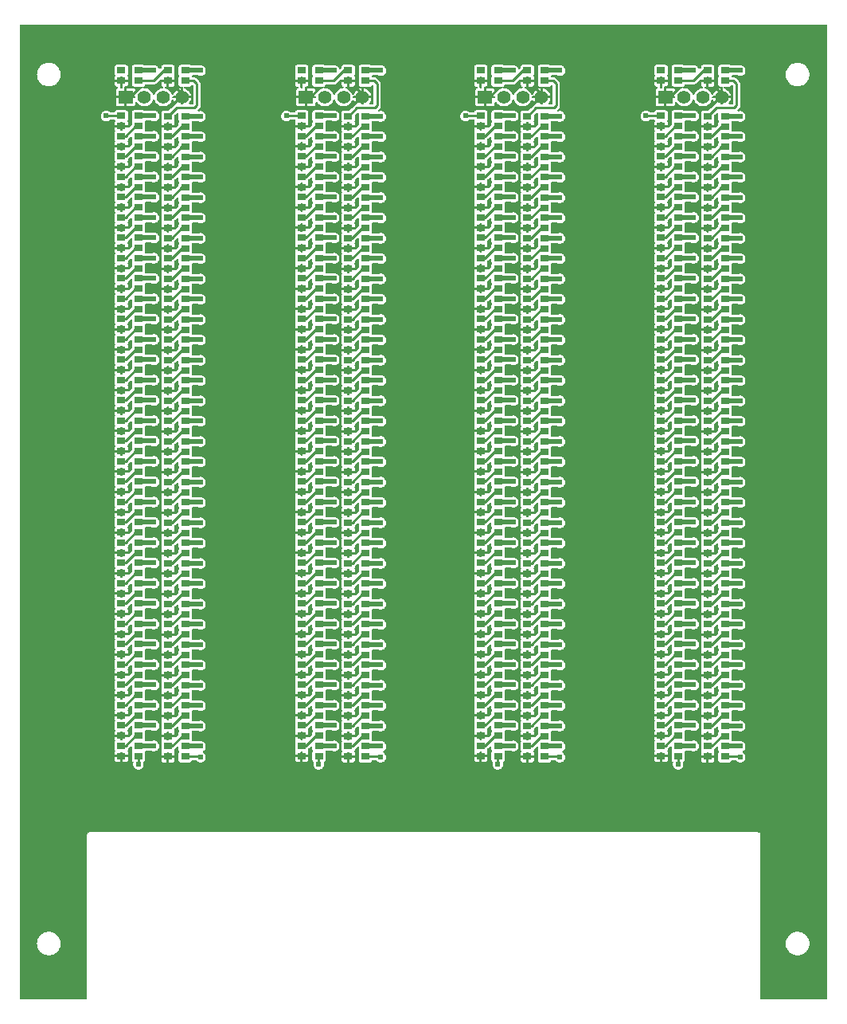
<source format=gtl>
G04 Layer: TopLayer*
G04 EasyEDA v6.5.29, 2023-07-18 10:38:40*
G04 9c3e5ffd6bc94b6ca845c2a892670007,5a6b42c53f6a479593ecc07194224c93,10*
G04 Gerber Generator version 0.2*
G04 Scale: 100 percent, Rotated: No, Reflected: No *
G04 Dimensions in millimeters *
G04 leading zeros omitted , absolute positions ,4 integer and 5 decimal *
%FSLAX45Y45*%
%MOMM*%

%AMMACRO1*21,1,$1,$2,0,0,$3*%
%ADD10C,0.5000*%
%ADD11C,0.2540*%
%ADD12R,0.9000X0.7000*%
%ADD13C,1.4000*%
%ADD14MACRO1,1.524X1.4X0.0000*%
%ADD15C,0.6096*%
%ADD16C,0.0196*%

%LPD*%
G36*
X290068Y1295908D02*
G01*
X286156Y1296670D01*
X282905Y1298905D01*
X280670Y1302156D01*
X279908Y1306068D01*
X279908Y11647932D01*
X280670Y11651843D01*
X282905Y11655094D01*
X286156Y11657330D01*
X290068Y11658092D01*
X8853932Y11658092D01*
X8857843Y11657330D01*
X8861094Y11655094D01*
X8863330Y11651843D01*
X8864092Y11647932D01*
X8864092Y1306068D01*
X8863330Y1302156D01*
X8861094Y1298905D01*
X8857843Y1296670D01*
X8853932Y1295908D01*
X8164068Y1295908D01*
X8160156Y1296670D01*
X8156905Y1298905D01*
X8154670Y1302156D01*
X8153908Y1306068D01*
X8153908Y3047390D01*
X8153095Y3053892D01*
X8151012Y3059430D01*
X8147456Y3064560D01*
X8144459Y3067608D01*
X8140852Y3070250D01*
X8135315Y3072739D01*
X8127847Y3073908D01*
X1016609Y3073908D01*
X1010107Y3073095D01*
X1004569Y3071012D01*
X999439Y3067456D01*
X996391Y3064459D01*
X993749Y3060852D01*
X991260Y3055315D01*
X990092Y3047847D01*
X990092Y1306068D01*
X989330Y1302156D01*
X987094Y1298905D01*
X983843Y1296670D01*
X979932Y1295908D01*
G37*

%LPC*%
G36*
X1285392Y11070234D02*
G01*
X1343609Y11070234D01*
X1343609Y11096447D01*
X1344371Y11100308D01*
X1346555Y11103610D01*
X1349857Y11105845D01*
X1353769Y11106607D01*
X1358849Y11106607D01*
X1362710Y11105845D01*
X1366012Y11103610D01*
X1368247Y11100308D01*
X1369009Y11096447D01*
X1369009Y11070234D01*
X1427226Y11070234D01*
X1427226Y11091926D01*
X1426514Y11098276D01*
X1424584Y11103711D01*
X1422450Y11107115D01*
X1421079Y11110620D01*
X1421079Y11114379D01*
X1422450Y11117935D01*
X1424584Y11121288D01*
X1426514Y11126774D01*
X1427226Y11133074D01*
X1427226Y11201958D01*
X1426514Y11208258D01*
X1424584Y11213744D01*
X1421485Y11218621D01*
X1417421Y11222736D01*
X1412494Y11225784D01*
X1407058Y11227714D01*
X1400708Y11228425D01*
X1311859Y11228425D01*
X1305560Y11227714D01*
X1300073Y11225784D01*
X1295196Y11222736D01*
X1291082Y11218621D01*
X1288034Y11213744D01*
X1286103Y11208258D01*
X1285392Y11201958D01*
X1285392Y11133074D01*
X1286103Y11126774D01*
X1288034Y11121288D01*
X1290116Y11117935D01*
X1291539Y11114379D01*
X1291539Y11110620D01*
X1290116Y11107115D01*
X1288034Y11103711D01*
X1286103Y11098276D01*
X1285392Y11091926D01*
G37*
G36*
X584200Y1766417D02*
G01*
X599389Y1767332D01*
X614324Y1770075D01*
X628853Y1774596D01*
X642721Y1780844D01*
X655726Y1788718D01*
X667664Y1798066D01*
X678434Y1808835D01*
X687781Y1820773D01*
X695655Y1833778D01*
X701903Y1847646D01*
X706424Y1862175D01*
X709168Y1877110D01*
X710082Y1892300D01*
X709168Y1907489D01*
X706424Y1922424D01*
X701903Y1936953D01*
X695655Y1950821D01*
X687781Y1963826D01*
X678434Y1975764D01*
X667664Y1986534D01*
X655726Y1995881D01*
X642721Y2003755D01*
X628853Y2010003D01*
X614324Y2014524D01*
X599389Y2017268D01*
X584200Y2018182D01*
X569010Y2017268D01*
X554075Y2014524D01*
X539546Y2010003D01*
X525678Y2003755D01*
X512673Y1995881D01*
X500735Y1986534D01*
X489966Y1975764D01*
X480618Y1963826D01*
X472744Y1950821D01*
X466496Y1936953D01*
X461975Y1922424D01*
X459232Y1907489D01*
X458317Y1892300D01*
X459232Y1877110D01*
X461975Y1862175D01*
X466496Y1847646D01*
X472744Y1833778D01*
X480618Y1820773D01*
X489966Y1808835D01*
X500735Y1798066D01*
X512673Y1788718D01*
X525678Y1780844D01*
X539546Y1774596D01*
X554075Y1770075D01*
X569010Y1767332D01*
G37*
G36*
X5359400Y3740962D02*
G01*
X5369204Y3741826D01*
X5378653Y3744366D01*
X5387594Y3748481D01*
X5395620Y3754120D01*
X5402580Y3761079D01*
X5408218Y3769106D01*
X5412333Y3778046D01*
X5414873Y3787495D01*
X5415737Y3797300D01*
X5414873Y3807104D01*
X5413502Y3812286D01*
X5413298Y3816553D01*
X5414822Y3820566D01*
X5417921Y3823512D01*
X5423103Y3826814D01*
X5427218Y3830878D01*
X5430266Y3835806D01*
X5432196Y3841242D01*
X5432907Y3847592D01*
X5432907Y3916426D01*
X5432196Y3922776D01*
X5430520Y3927500D01*
X5429961Y3931310D01*
X5430875Y3935069D01*
X5433110Y3938168D01*
X5436362Y3940251D01*
X5440121Y3941013D01*
X5498744Y3941013D01*
X5503062Y3940048D01*
X5505246Y3939032D01*
X5514695Y3936492D01*
X5524500Y3935628D01*
X5534304Y3936492D01*
X5543753Y3939032D01*
X5552694Y3943197D01*
X5560720Y3948836D01*
X5567680Y3955745D01*
X5573318Y3963822D01*
X5577433Y3972712D01*
X5579973Y3982212D01*
X5580837Y3991965D01*
X5579973Y4001770D01*
X5577433Y4011269D01*
X5573318Y4020159D01*
X5567680Y4028236D01*
X5560720Y4035145D01*
X5552694Y4040784D01*
X5543753Y4044950D01*
X5534304Y4047490D01*
X5524500Y4048353D01*
X5514695Y4047490D01*
X5505246Y4044950D01*
X5502706Y4043781D01*
X5498439Y4042816D01*
X5441492Y4042816D01*
X5437733Y4043527D01*
X5434482Y4045661D01*
X5432247Y4048760D01*
X5431332Y4052519D01*
X5432196Y4057142D01*
X5432907Y4063492D01*
X5432907Y4132326D01*
X5432196Y4138676D01*
X5430520Y4143400D01*
X5429961Y4147210D01*
X5430875Y4150969D01*
X5433110Y4154068D01*
X5436362Y4156151D01*
X5440121Y4156913D01*
X5498744Y4156913D01*
X5503062Y4155948D01*
X5505246Y4154932D01*
X5514695Y4152392D01*
X5524500Y4151528D01*
X5534304Y4152392D01*
X5543753Y4154932D01*
X5552694Y4159097D01*
X5560720Y4164736D01*
X5567680Y4171645D01*
X5573318Y4179722D01*
X5577433Y4188612D01*
X5579973Y4198112D01*
X5580837Y4207865D01*
X5579973Y4217670D01*
X5577433Y4227169D01*
X5573318Y4236059D01*
X5567680Y4244136D01*
X5560720Y4251045D01*
X5552694Y4256684D01*
X5543753Y4260850D01*
X5534304Y4263390D01*
X5524500Y4264253D01*
X5514695Y4263390D01*
X5505246Y4260850D01*
X5502706Y4259681D01*
X5498439Y4258716D01*
X5441492Y4258716D01*
X5437733Y4259427D01*
X5434482Y4261561D01*
X5432247Y4264660D01*
X5431332Y4268419D01*
X5432196Y4273042D01*
X5432907Y4279392D01*
X5432907Y4348226D01*
X5432196Y4354576D01*
X5430520Y4359300D01*
X5429961Y4363110D01*
X5430875Y4366869D01*
X5433110Y4369968D01*
X5436362Y4372051D01*
X5440121Y4372813D01*
X5498744Y4372813D01*
X5503062Y4371848D01*
X5505246Y4370832D01*
X5514695Y4368292D01*
X5524500Y4367428D01*
X5534304Y4368292D01*
X5543753Y4370832D01*
X5552694Y4374997D01*
X5560720Y4380636D01*
X5567680Y4387545D01*
X5573318Y4395622D01*
X5577433Y4404512D01*
X5579973Y4414012D01*
X5580837Y4423765D01*
X5579973Y4433570D01*
X5577433Y4443069D01*
X5573318Y4451959D01*
X5567680Y4460036D01*
X5560720Y4466945D01*
X5552694Y4472584D01*
X5543753Y4476750D01*
X5534304Y4479290D01*
X5524500Y4480153D01*
X5514695Y4479290D01*
X5505246Y4476750D01*
X5502706Y4475581D01*
X5498439Y4474616D01*
X5441492Y4474616D01*
X5437733Y4475327D01*
X5434482Y4477461D01*
X5432247Y4480560D01*
X5431332Y4484319D01*
X5432196Y4488942D01*
X5432907Y4495292D01*
X5432907Y4564126D01*
X5432196Y4570476D01*
X5430520Y4575200D01*
X5429961Y4579010D01*
X5430875Y4582769D01*
X5433110Y4585868D01*
X5436362Y4587951D01*
X5440121Y4588713D01*
X5498744Y4588713D01*
X5503062Y4587748D01*
X5505246Y4586732D01*
X5514695Y4584192D01*
X5524500Y4583328D01*
X5534304Y4584192D01*
X5543753Y4586732D01*
X5552694Y4590897D01*
X5560720Y4596536D01*
X5567680Y4603445D01*
X5573318Y4611522D01*
X5577433Y4620412D01*
X5579973Y4629912D01*
X5580837Y4639665D01*
X5579973Y4649470D01*
X5577433Y4658969D01*
X5573318Y4667859D01*
X5567680Y4675936D01*
X5560720Y4682845D01*
X5552694Y4688484D01*
X5543753Y4692650D01*
X5534304Y4695190D01*
X5524500Y4696053D01*
X5514695Y4695190D01*
X5505246Y4692650D01*
X5502706Y4691481D01*
X5498439Y4690516D01*
X5441492Y4690516D01*
X5437733Y4691227D01*
X5434482Y4693361D01*
X5432247Y4696460D01*
X5431332Y4700219D01*
X5432196Y4704842D01*
X5432907Y4711192D01*
X5432907Y4780026D01*
X5432196Y4786376D01*
X5430520Y4791100D01*
X5429961Y4794910D01*
X5430875Y4798669D01*
X5433110Y4801768D01*
X5436362Y4803851D01*
X5440121Y4804613D01*
X5498744Y4804613D01*
X5503062Y4803648D01*
X5505246Y4802632D01*
X5514695Y4800092D01*
X5524500Y4799228D01*
X5534304Y4800092D01*
X5543753Y4802632D01*
X5552694Y4806797D01*
X5560720Y4812436D01*
X5567680Y4819345D01*
X5573318Y4827422D01*
X5577433Y4836312D01*
X5579973Y4845812D01*
X5580837Y4855565D01*
X5579973Y4865370D01*
X5577433Y4874869D01*
X5573318Y4883759D01*
X5567680Y4891836D01*
X5560720Y4898745D01*
X5552694Y4904384D01*
X5543753Y4908550D01*
X5534304Y4911090D01*
X5524500Y4911953D01*
X5514695Y4911090D01*
X5505246Y4908550D01*
X5502706Y4907381D01*
X5498439Y4906416D01*
X5441492Y4906416D01*
X5437733Y4907127D01*
X5434482Y4909261D01*
X5432247Y4912360D01*
X5431332Y4916119D01*
X5432196Y4920742D01*
X5432907Y4927092D01*
X5432907Y4995926D01*
X5432196Y5002276D01*
X5430520Y5007000D01*
X5429961Y5010810D01*
X5430875Y5014569D01*
X5433110Y5017668D01*
X5436362Y5019751D01*
X5440121Y5020513D01*
X5498744Y5020513D01*
X5503062Y5019548D01*
X5505246Y5018532D01*
X5514695Y5015992D01*
X5524500Y5015128D01*
X5534304Y5015992D01*
X5543753Y5018532D01*
X5552694Y5022697D01*
X5560720Y5028336D01*
X5567680Y5035245D01*
X5573318Y5043322D01*
X5577433Y5052212D01*
X5579973Y5061712D01*
X5580837Y5071465D01*
X5579973Y5081270D01*
X5577433Y5090769D01*
X5573318Y5099659D01*
X5567680Y5107736D01*
X5560720Y5114645D01*
X5552694Y5120284D01*
X5543753Y5124450D01*
X5534304Y5126990D01*
X5524500Y5127853D01*
X5514695Y5126990D01*
X5505246Y5124450D01*
X5502706Y5123281D01*
X5498439Y5122316D01*
X5441492Y5122316D01*
X5437733Y5123027D01*
X5434482Y5125161D01*
X5432247Y5128260D01*
X5431332Y5132019D01*
X5432196Y5136642D01*
X5432907Y5142992D01*
X5432907Y5211826D01*
X5432196Y5218176D01*
X5430520Y5222900D01*
X5429961Y5226710D01*
X5430875Y5230418D01*
X5433110Y5233568D01*
X5436362Y5235651D01*
X5440121Y5236413D01*
X5498795Y5236413D01*
X5503062Y5235448D01*
X5505246Y5234432D01*
X5514695Y5231892D01*
X5524500Y5231028D01*
X5534304Y5231892D01*
X5543753Y5234432D01*
X5552694Y5238597D01*
X5560720Y5244236D01*
X5567680Y5251145D01*
X5573318Y5259222D01*
X5577433Y5268112D01*
X5579973Y5277612D01*
X5580837Y5287365D01*
X5579973Y5297170D01*
X5577433Y5306669D01*
X5573318Y5315559D01*
X5567680Y5323636D01*
X5560720Y5330545D01*
X5552694Y5336184D01*
X5543753Y5340350D01*
X5534304Y5342890D01*
X5524500Y5343753D01*
X5514695Y5342890D01*
X5505246Y5340350D01*
X5502706Y5339181D01*
X5498388Y5338216D01*
X5441492Y5338216D01*
X5437733Y5338927D01*
X5434482Y5341010D01*
X5432247Y5344160D01*
X5431332Y5347919D01*
X5432196Y5352542D01*
X5432907Y5358892D01*
X5432907Y5427726D01*
X5432196Y5434076D01*
X5430520Y5438800D01*
X5429961Y5442610D01*
X5430875Y5446318D01*
X5433110Y5449468D01*
X5436362Y5451551D01*
X5440121Y5452313D01*
X5498795Y5452313D01*
X5503062Y5451348D01*
X5505246Y5450332D01*
X5514695Y5447792D01*
X5524500Y5446928D01*
X5534304Y5447792D01*
X5543753Y5450332D01*
X5552694Y5454497D01*
X5560720Y5460136D01*
X5567680Y5467045D01*
X5573318Y5475122D01*
X5577433Y5484012D01*
X5579973Y5493512D01*
X5580837Y5503265D01*
X5579973Y5513070D01*
X5577433Y5522569D01*
X5573318Y5531459D01*
X5567680Y5539536D01*
X5560720Y5546445D01*
X5552694Y5552084D01*
X5543753Y5556250D01*
X5534304Y5558790D01*
X5524500Y5559653D01*
X5514695Y5558790D01*
X5505246Y5556250D01*
X5502706Y5555081D01*
X5498388Y5554116D01*
X5441492Y5554116D01*
X5437733Y5554827D01*
X5434482Y5556910D01*
X5432247Y5560060D01*
X5431332Y5563819D01*
X5432196Y5568442D01*
X5432907Y5574792D01*
X5432907Y5643626D01*
X5432196Y5649976D01*
X5430520Y5654700D01*
X5429961Y5658510D01*
X5430875Y5662218D01*
X5433110Y5665368D01*
X5436362Y5667451D01*
X5440121Y5668213D01*
X5498795Y5668213D01*
X5503062Y5667248D01*
X5505246Y5666232D01*
X5514695Y5663692D01*
X5524500Y5662828D01*
X5534304Y5663692D01*
X5543753Y5666232D01*
X5552694Y5670397D01*
X5560720Y5676036D01*
X5567680Y5682945D01*
X5573318Y5691022D01*
X5577433Y5699912D01*
X5579973Y5709412D01*
X5580837Y5719165D01*
X5579973Y5728970D01*
X5577433Y5738469D01*
X5573318Y5747359D01*
X5567680Y5755436D01*
X5560720Y5762345D01*
X5552694Y5767984D01*
X5543753Y5772150D01*
X5534304Y5774690D01*
X5524500Y5775553D01*
X5514695Y5774690D01*
X5505246Y5772150D01*
X5502706Y5770981D01*
X5498388Y5770016D01*
X5441492Y5770016D01*
X5437733Y5770727D01*
X5434482Y5772810D01*
X5432247Y5775960D01*
X5431332Y5779719D01*
X5432196Y5784342D01*
X5432907Y5790692D01*
X5432907Y5859526D01*
X5432196Y5865876D01*
X5430520Y5870600D01*
X5429961Y5874410D01*
X5430875Y5878118D01*
X5433110Y5881268D01*
X5436362Y5883351D01*
X5440121Y5884113D01*
X5498795Y5884113D01*
X5503062Y5883148D01*
X5505246Y5882132D01*
X5514695Y5879592D01*
X5524500Y5878728D01*
X5534304Y5879592D01*
X5543753Y5882132D01*
X5552694Y5886297D01*
X5560720Y5891936D01*
X5567680Y5898845D01*
X5573318Y5906922D01*
X5577433Y5915812D01*
X5579973Y5925312D01*
X5580837Y5935065D01*
X5579973Y5944870D01*
X5577433Y5954369D01*
X5573318Y5963259D01*
X5567680Y5971336D01*
X5560720Y5978245D01*
X5552694Y5983884D01*
X5543753Y5988050D01*
X5534304Y5990590D01*
X5524500Y5991453D01*
X5514695Y5990590D01*
X5505246Y5988050D01*
X5502706Y5986881D01*
X5498388Y5985916D01*
X5441492Y5985916D01*
X5437733Y5986627D01*
X5434482Y5988710D01*
X5432247Y5991860D01*
X5431332Y5995619D01*
X5432196Y6000242D01*
X5432907Y6006592D01*
X5432907Y6075426D01*
X5432196Y6081776D01*
X5430520Y6086500D01*
X5429961Y6090310D01*
X5430875Y6094018D01*
X5433110Y6097168D01*
X5436362Y6099251D01*
X5440121Y6100013D01*
X5498795Y6100013D01*
X5503062Y6099048D01*
X5505246Y6098032D01*
X5514695Y6095492D01*
X5524500Y6094628D01*
X5534304Y6095492D01*
X5543753Y6098032D01*
X5552694Y6102197D01*
X5560720Y6107836D01*
X5567680Y6114745D01*
X5573318Y6122822D01*
X5577433Y6131712D01*
X5579973Y6141212D01*
X5580837Y6150965D01*
X5579973Y6160770D01*
X5577433Y6170269D01*
X5573318Y6179159D01*
X5567680Y6187236D01*
X5560720Y6194145D01*
X5552694Y6199784D01*
X5543753Y6203950D01*
X5534304Y6206490D01*
X5524500Y6207353D01*
X5514695Y6206490D01*
X5505246Y6203950D01*
X5502706Y6202781D01*
X5498388Y6201816D01*
X5441492Y6201816D01*
X5437733Y6202527D01*
X5434482Y6204610D01*
X5432247Y6207760D01*
X5431332Y6211519D01*
X5432196Y6216142D01*
X5432907Y6222492D01*
X5432907Y6291326D01*
X5432196Y6297676D01*
X5430520Y6302400D01*
X5429961Y6306210D01*
X5430875Y6309918D01*
X5433110Y6313068D01*
X5436362Y6315151D01*
X5440121Y6315913D01*
X5498795Y6315913D01*
X5503062Y6314948D01*
X5505246Y6313932D01*
X5514695Y6311392D01*
X5524500Y6310528D01*
X5534304Y6311392D01*
X5543753Y6313932D01*
X5552694Y6318097D01*
X5560720Y6323736D01*
X5567680Y6330645D01*
X5573318Y6338722D01*
X5577433Y6347612D01*
X5579973Y6357112D01*
X5580837Y6366865D01*
X5579973Y6376670D01*
X5577433Y6386169D01*
X5573318Y6395059D01*
X5567680Y6403136D01*
X5560720Y6410045D01*
X5552694Y6415684D01*
X5543753Y6419850D01*
X5534304Y6422390D01*
X5524500Y6423253D01*
X5514695Y6422390D01*
X5505246Y6419850D01*
X5502706Y6418681D01*
X5498388Y6417716D01*
X5441492Y6417716D01*
X5437733Y6418427D01*
X5434482Y6420510D01*
X5432247Y6423660D01*
X5431332Y6427419D01*
X5432196Y6432042D01*
X5432907Y6438392D01*
X5432907Y6507226D01*
X5432196Y6513576D01*
X5430520Y6518300D01*
X5429961Y6522110D01*
X5430875Y6525818D01*
X5433110Y6528968D01*
X5436362Y6531051D01*
X5440121Y6531813D01*
X5498795Y6531813D01*
X5503062Y6530848D01*
X5505246Y6529831D01*
X5514695Y6527292D01*
X5524500Y6526428D01*
X5534304Y6527292D01*
X5543753Y6529831D01*
X5552694Y6533997D01*
X5560720Y6539636D01*
X5567680Y6546545D01*
X5573318Y6554622D01*
X5577433Y6563512D01*
X5579973Y6573012D01*
X5580837Y6582765D01*
X5579973Y6592570D01*
X5577433Y6602069D01*
X5573318Y6610959D01*
X5567680Y6619036D01*
X5560720Y6625945D01*
X5552694Y6631584D01*
X5543753Y6635750D01*
X5534304Y6638290D01*
X5524500Y6639153D01*
X5514695Y6638290D01*
X5505246Y6635750D01*
X5502706Y6634581D01*
X5498388Y6633616D01*
X5441492Y6633616D01*
X5437733Y6634327D01*
X5434482Y6636410D01*
X5432247Y6639559D01*
X5431332Y6643319D01*
X5432196Y6647942D01*
X5432907Y6654292D01*
X5432907Y6723125D01*
X5432196Y6729475D01*
X5430520Y6734251D01*
X5429961Y6738061D01*
X5430875Y6741820D01*
X5433060Y6744970D01*
X5436311Y6747052D01*
X5440121Y6747764D01*
X5498592Y6747764D01*
X5502910Y6746798D01*
X5505246Y6745731D01*
X5514695Y6743192D01*
X5524500Y6742328D01*
X5534304Y6743192D01*
X5543753Y6745731D01*
X5552694Y6749897D01*
X5560720Y6755536D01*
X5567680Y6762445D01*
X5573318Y6770522D01*
X5577433Y6779412D01*
X5579973Y6788912D01*
X5580837Y6798665D01*
X5579973Y6808470D01*
X5577433Y6817969D01*
X5573318Y6826859D01*
X5567680Y6834936D01*
X5560720Y6841845D01*
X5552694Y6847484D01*
X5543753Y6851650D01*
X5534304Y6854190D01*
X5524500Y6855053D01*
X5514695Y6854190D01*
X5505246Y6851650D01*
X5502859Y6850532D01*
X5498592Y6849567D01*
X5441543Y6849567D01*
X5437733Y6850329D01*
X5434482Y6852412D01*
X5432247Y6855561D01*
X5431383Y6859270D01*
X5432196Y6863842D01*
X5432907Y6870192D01*
X5432907Y6939025D01*
X5432196Y6945375D01*
X5430520Y6950151D01*
X5429961Y6953961D01*
X5430875Y6957720D01*
X5433110Y6960870D01*
X5436311Y6962952D01*
X5440121Y6963664D01*
X5498592Y6963664D01*
X5502910Y6962749D01*
X5505246Y6961631D01*
X5514695Y6959092D01*
X5524500Y6958228D01*
X5534304Y6959092D01*
X5543753Y6961631D01*
X5552694Y6965797D01*
X5560720Y6971436D01*
X5567680Y6978345D01*
X5573318Y6986422D01*
X5577433Y6995312D01*
X5579973Y7004812D01*
X5580837Y7014565D01*
X5579973Y7024370D01*
X5577433Y7033869D01*
X5573318Y7042759D01*
X5567680Y7050836D01*
X5560720Y7057745D01*
X5552694Y7063384D01*
X5543753Y7067550D01*
X5534304Y7070090D01*
X5524500Y7070953D01*
X5514695Y7070090D01*
X5505246Y7067550D01*
X5502859Y7066432D01*
X5498592Y7065518D01*
X5441543Y7065518D01*
X5437733Y7066229D01*
X5434482Y7068312D01*
X5432298Y7071461D01*
X5431383Y7075220D01*
X5432196Y7079742D01*
X5432907Y7086092D01*
X5432907Y7154925D01*
X5432196Y7161275D01*
X5430520Y7166000D01*
X5429961Y7169810D01*
X5430875Y7173569D01*
X5433110Y7176668D01*
X5436362Y7178751D01*
X5440121Y7179513D01*
X5498744Y7179513D01*
X5503062Y7178548D01*
X5505246Y7177531D01*
X5514695Y7174992D01*
X5524500Y7174128D01*
X5534304Y7174992D01*
X5543753Y7177531D01*
X5552694Y7181697D01*
X5560720Y7187336D01*
X5567680Y7194245D01*
X5573318Y7202322D01*
X5577433Y7211212D01*
X5579973Y7220712D01*
X5580837Y7230465D01*
X5579973Y7240270D01*
X5577433Y7249769D01*
X5573318Y7258659D01*
X5567680Y7266736D01*
X5560720Y7273645D01*
X5552694Y7279284D01*
X5543753Y7283450D01*
X5534304Y7285990D01*
X5524500Y7286853D01*
X5514695Y7285990D01*
X5505246Y7283450D01*
X5502706Y7282281D01*
X5498439Y7281316D01*
X5441492Y7281316D01*
X5437733Y7282027D01*
X5434482Y7284161D01*
X5432247Y7287259D01*
X5431332Y7291019D01*
X5432196Y7295642D01*
X5432907Y7301992D01*
X5432907Y7370825D01*
X5432196Y7377175D01*
X5430520Y7381900D01*
X5429961Y7385710D01*
X5430875Y7389469D01*
X5433110Y7392568D01*
X5436362Y7394651D01*
X5440121Y7395413D01*
X5498744Y7395413D01*
X5503062Y7394448D01*
X5505246Y7393431D01*
X5514695Y7390892D01*
X5524500Y7390028D01*
X5534304Y7390892D01*
X5543753Y7393431D01*
X5552694Y7397597D01*
X5560720Y7403236D01*
X5567680Y7410145D01*
X5573318Y7418222D01*
X5577433Y7427112D01*
X5579973Y7436612D01*
X5580837Y7446365D01*
X5579973Y7456170D01*
X5577433Y7465669D01*
X5573318Y7474559D01*
X5567680Y7482636D01*
X5560720Y7489545D01*
X5552694Y7495184D01*
X5543753Y7499350D01*
X5534304Y7501890D01*
X5524500Y7502753D01*
X5514695Y7501890D01*
X5505246Y7499350D01*
X5502706Y7498181D01*
X5498439Y7497216D01*
X5441492Y7497216D01*
X5437733Y7497927D01*
X5434482Y7500061D01*
X5432247Y7503159D01*
X5431332Y7506919D01*
X5432196Y7511542D01*
X5432907Y7517892D01*
X5432907Y7586725D01*
X5432196Y7593075D01*
X5430520Y7597800D01*
X5429961Y7601610D01*
X5430875Y7605369D01*
X5433110Y7608468D01*
X5436362Y7610551D01*
X5440121Y7611313D01*
X5498744Y7611313D01*
X5503062Y7610348D01*
X5505246Y7609331D01*
X5514695Y7606792D01*
X5524500Y7605928D01*
X5534304Y7606792D01*
X5543753Y7609331D01*
X5552694Y7613497D01*
X5560720Y7619136D01*
X5567680Y7626045D01*
X5573318Y7634122D01*
X5577433Y7643012D01*
X5579973Y7652512D01*
X5580837Y7662265D01*
X5579973Y7672070D01*
X5577433Y7681569D01*
X5573318Y7690459D01*
X5567680Y7698536D01*
X5560720Y7705445D01*
X5552694Y7711084D01*
X5543753Y7715250D01*
X5534304Y7717790D01*
X5524500Y7718653D01*
X5514695Y7717790D01*
X5505246Y7715250D01*
X5502706Y7714081D01*
X5498439Y7713116D01*
X5441492Y7713116D01*
X5437733Y7713827D01*
X5434482Y7715961D01*
X5432247Y7719059D01*
X5431332Y7722819D01*
X5432196Y7727442D01*
X5432907Y7733792D01*
X5432907Y7802625D01*
X5432196Y7808975D01*
X5430520Y7813700D01*
X5429961Y7817510D01*
X5430875Y7821269D01*
X5433110Y7824368D01*
X5436362Y7826451D01*
X5440121Y7827213D01*
X5498744Y7827213D01*
X5503062Y7826248D01*
X5505246Y7825231D01*
X5514695Y7822692D01*
X5524500Y7821828D01*
X5534304Y7822692D01*
X5543753Y7825231D01*
X5552694Y7829397D01*
X5560720Y7835036D01*
X5567680Y7841945D01*
X5573318Y7850022D01*
X5577433Y7858912D01*
X5579973Y7868412D01*
X5580837Y7878165D01*
X5579973Y7887970D01*
X5577433Y7897469D01*
X5573318Y7906359D01*
X5567680Y7914436D01*
X5560720Y7921345D01*
X5552694Y7926984D01*
X5543753Y7931150D01*
X5534304Y7933690D01*
X5524500Y7934553D01*
X5514695Y7933690D01*
X5505246Y7931150D01*
X5502706Y7929981D01*
X5498439Y7929016D01*
X5441492Y7929016D01*
X5437733Y7929727D01*
X5434482Y7931861D01*
X5432247Y7934959D01*
X5431332Y7938719D01*
X5432196Y7943342D01*
X5432907Y7949692D01*
X5432907Y8018525D01*
X5432196Y8024875D01*
X5430520Y8029600D01*
X5429961Y8033410D01*
X5430875Y8037169D01*
X5433110Y8040268D01*
X5436362Y8042351D01*
X5440121Y8043113D01*
X5498744Y8043113D01*
X5503062Y8042148D01*
X5505246Y8041131D01*
X5514695Y8038592D01*
X5524500Y8037728D01*
X5534304Y8038592D01*
X5543753Y8041131D01*
X5552694Y8045297D01*
X5560720Y8050936D01*
X5567680Y8057845D01*
X5573318Y8065922D01*
X5577433Y8074812D01*
X5579973Y8084312D01*
X5580837Y8094065D01*
X5579973Y8103870D01*
X5577433Y8113369D01*
X5573318Y8122259D01*
X5567680Y8130336D01*
X5560720Y8137245D01*
X5552694Y8142884D01*
X5543753Y8147050D01*
X5534304Y8149590D01*
X5524500Y8150453D01*
X5514695Y8149590D01*
X5505246Y8147050D01*
X5502706Y8145881D01*
X5498439Y8144916D01*
X5441492Y8144916D01*
X5437733Y8145627D01*
X5434482Y8147761D01*
X5432247Y8150859D01*
X5431332Y8154619D01*
X5432196Y8159242D01*
X5432907Y8165592D01*
X5432907Y8234425D01*
X5432196Y8240775D01*
X5430520Y8245500D01*
X5429961Y8249310D01*
X5430875Y8253069D01*
X5433110Y8256168D01*
X5436362Y8258251D01*
X5440121Y8259013D01*
X5498744Y8259013D01*
X5503062Y8258048D01*
X5505246Y8257031D01*
X5514695Y8254492D01*
X5524500Y8253628D01*
X5534304Y8254492D01*
X5543753Y8257031D01*
X5552694Y8261197D01*
X5560720Y8266836D01*
X5567680Y8273745D01*
X5573318Y8281822D01*
X5577433Y8290712D01*
X5579973Y8300212D01*
X5580837Y8309965D01*
X5579973Y8319770D01*
X5577433Y8329269D01*
X5573318Y8338159D01*
X5567680Y8346236D01*
X5560720Y8353145D01*
X5552694Y8358784D01*
X5543753Y8362950D01*
X5534304Y8365490D01*
X5524500Y8366353D01*
X5514695Y8365490D01*
X5505246Y8362950D01*
X5502706Y8361781D01*
X5498439Y8360816D01*
X5441492Y8360816D01*
X5437733Y8361527D01*
X5434482Y8363661D01*
X5432247Y8366759D01*
X5431332Y8370519D01*
X5432196Y8375142D01*
X5432907Y8381492D01*
X5432907Y8450326D01*
X5432196Y8456676D01*
X5430520Y8461400D01*
X5429961Y8465210D01*
X5430875Y8468918D01*
X5433110Y8472068D01*
X5436362Y8474151D01*
X5440121Y8474913D01*
X5498795Y8474913D01*
X5503062Y8473948D01*
X5505246Y8472932D01*
X5514695Y8470392D01*
X5524500Y8469528D01*
X5534304Y8470392D01*
X5543753Y8472932D01*
X5552694Y8477097D01*
X5560720Y8482736D01*
X5567680Y8489645D01*
X5573318Y8497722D01*
X5577433Y8506612D01*
X5579973Y8516112D01*
X5580837Y8525865D01*
X5579973Y8535670D01*
X5577433Y8545169D01*
X5573318Y8554059D01*
X5567680Y8562136D01*
X5560720Y8569045D01*
X5552694Y8574684D01*
X5543753Y8578850D01*
X5534304Y8581390D01*
X5524500Y8582253D01*
X5514695Y8581390D01*
X5505246Y8578850D01*
X5502706Y8577681D01*
X5498388Y8576716D01*
X5441492Y8576716D01*
X5437733Y8577427D01*
X5434482Y8579510D01*
X5432247Y8582660D01*
X5431332Y8586419D01*
X5432196Y8591042D01*
X5432907Y8597392D01*
X5432907Y8666226D01*
X5432196Y8672576D01*
X5430520Y8677300D01*
X5429961Y8681110D01*
X5430875Y8684818D01*
X5433110Y8687968D01*
X5436362Y8690051D01*
X5440121Y8690813D01*
X5498795Y8690813D01*
X5503062Y8689848D01*
X5505246Y8688832D01*
X5514695Y8686292D01*
X5524500Y8685428D01*
X5534304Y8686292D01*
X5543753Y8688832D01*
X5552694Y8692997D01*
X5560720Y8698636D01*
X5567680Y8705545D01*
X5573318Y8713622D01*
X5577433Y8722512D01*
X5579973Y8732012D01*
X5580837Y8741765D01*
X5579973Y8751570D01*
X5577433Y8761069D01*
X5573318Y8769959D01*
X5567680Y8778036D01*
X5560720Y8784945D01*
X5552694Y8790584D01*
X5543753Y8794750D01*
X5534304Y8797290D01*
X5524500Y8798153D01*
X5514695Y8797290D01*
X5505246Y8794750D01*
X5502706Y8793581D01*
X5498388Y8792616D01*
X5441492Y8792616D01*
X5437733Y8793327D01*
X5434482Y8795410D01*
X5432247Y8798560D01*
X5431332Y8802319D01*
X5432196Y8806942D01*
X5432907Y8813292D01*
X5432907Y8882126D01*
X5432196Y8888476D01*
X5430520Y8893200D01*
X5429961Y8897010D01*
X5430875Y8900718D01*
X5433110Y8903868D01*
X5436362Y8905951D01*
X5440121Y8906713D01*
X5498795Y8906713D01*
X5503062Y8905748D01*
X5505246Y8904732D01*
X5514695Y8902192D01*
X5524500Y8901328D01*
X5534304Y8902192D01*
X5543753Y8904732D01*
X5552694Y8908897D01*
X5560720Y8914536D01*
X5567680Y8921445D01*
X5573318Y8929522D01*
X5577433Y8938412D01*
X5579973Y8947912D01*
X5580837Y8957665D01*
X5579973Y8967470D01*
X5577433Y8976969D01*
X5573318Y8985859D01*
X5567680Y8993936D01*
X5560720Y9000845D01*
X5552694Y9006484D01*
X5543753Y9010650D01*
X5534304Y9013190D01*
X5524500Y9014053D01*
X5514695Y9013190D01*
X5505246Y9010650D01*
X5502706Y9009481D01*
X5498388Y9008516D01*
X5441492Y9008516D01*
X5437733Y9009227D01*
X5434482Y9011310D01*
X5432247Y9014460D01*
X5431332Y9018219D01*
X5432196Y9022842D01*
X5432907Y9029192D01*
X5432907Y9098026D01*
X5432196Y9104376D01*
X5430520Y9109100D01*
X5429961Y9112910D01*
X5430875Y9116618D01*
X5433110Y9119768D01*
X5436362Y9121851D01*
X5440121Y9122613D01*
X5498795Y9122613D01*
X5503062Y9121648D01*
X5505246Y9120632D01*
X5514695Y9118092D01*
X5524500Y9117228D01*
X5534304Y9118092D01*
X5543753Y9120632D01*
X5552694Y9124797D01*
X5560720Y9130436D01*
X5567680Y9137345D01*
X5573318Y9145422D01*
X5577433Y9154312D01*
X5579973Y9163812D01*
X5580837Y9173565D01*
X5579973Y9183370D01*
X5577433Y9192869D01*
X5573318Y9201759D01*
X5567680Y9209836D01*
X5560720Y9216745D01*
X5552694Y9222384D01*
X5543753Y9226550D01*
X5534304Y9229090D01*
X5524500Y9229953D01*
X5514695Y9229090D01*
X5505246Y9226550D01*
X5502706Y9225381D01*
X5498388Y9224416D01*
X5441492Y9224416D01*
X5437733Y9225127D01*
X5434482Y9227210D01*
X5432247Y9230360D01*
X5431332Y9234119D01*
X5432196Y9238742D01*
X5432907Y9245092D01*
X5432907Y9313926D01*
X5432196Y9320276D01*
X5430520Y9325000D01*
X5429961Y9328810D01*
X5430875Y9332518D01*
X5433110Y9335668D01*
X5436362Y9337751D01*
X5440121Y9338513D01*
X5498795Y9338513D01*
X5503062Y9337548D01*
X5505246Y9336532D01*
X5514695Y9333992D01*
X5524500Y9333128D01*
X5534304Y9333992D01*
X5543753Y9336532D01*
X5552694Y9340697D01*
X5560720Y9346336D01*
X5567680Y9353245D01*
X5573318Y9361322D01*
X5577433Y9370212D01*
X5579973Y9379712D01*
X5580837Y9389465D01*
X5579973Y9399270D01*
X5577433Y9408769D01*
X5573318Y9417659D01*
X5567680Y9425736D01*
X5560720Y9432645D01*
X5552694Y9438284D01*
X5543753Y9442450D01*
X5534304Y9444990D01*
X5524500Y9445853D01*
X5514695Y9444990D01*
X5505246Y9442450D01*
X5502706Y9441281D01*
X5498388Y9440316D01*
X5441492Y9440316D01*
X5437733Y9441027D01*
X5434482Y9443110D01*
X5432247Y9446260D01*
X5431332Y9450019D01*
X5432196Y9454642D01*
X5432907Y9460992D01*
X5432907Y9529826D01*
X5432196Y9536176D01*
X5430520Y9540900D01*
X5429961Y9544710D01*
X5430875Y9548418D01*
X5433110Y9551568D01*
X5436362Y9553651D01*
X5440121Y9554413D01*
X5498795Y9554413D01*
X5503062Y9553448D01*
X5505246Y9552432D01*
X5514695Y9549892D01*
X5524500Y9549028D01*
X5534304Y9549892D01*
X5543753Y9552432D01*
X5552694Y9556597D01*
X5560720Y9562236D01*
X5567680Y9569145D01*
X5573318Y9577222D01*
X5577433Y9586112D01*
X5579973Y9595612D01*
X5580837Y9605365D01*
X5579973Y9615170D01*
X5577433Y9624669D01*
X5573318Y9633559D01*
X5567680Y9641636D01*
X5560720Y9648545D01*
X5552694Y9654184D01*
X5543753Y9658350D01*
X5534304Y9660890D01*
X5524500Y9661753D01*
X5514695Y9660890D01*
X5505246Y9658350D01*
X5502706Y9657181D01*
X5498388Y9656216D01*
X5441492Y9656216D01*
X5437733Y9656927D01*
X5434482Y9659010D01*
X5432247Y9662160D01*
X5431332Y9665919D01*
X5432196Y9670542D01*
X5432907Y9676892D01*
X5432907Y9745726D01*
X5432196Y9752076D01*
X5430520Y9756800D01*
X5429961Y9760610D01*
X5430875Y9764318D01*
X5433110Y9767468D01*
X5436362Y9769551D01*
X5440121Y9770313D01*
X5498795Y9770313D01*
X5503062Y9769348D01*
X5505246Y9768332D01*
X5514695Y9765792D01*
X5524500Y9764928D01*
X5534304Y9765792D01*
X5543753Y9768332D01*
X5552694Y9772497D01*
X5560720Y9778136D01*
X5567680Y9785045D01*
X5573318Y9793122D01*
X5577433Y9802012D01*
X5579973Y9811512D01*
X5580837Y9821265D01*
X5579973Y9831070D01*
X5577433Y9840569D01*
X5573318Y9849459D01*
X5567680Y9857536D01*
X5560720Y9864445D01*
X5552694Y9870084D01*
X5543753Y9874250D01*
X5534304Y9876790D01*
X5524500Y9877653D01*
X5514695Y9876790D01*
X5505246Y9874250D01*
X5502706Y9873081D01*
X5498388Y9872116D01*
X5441492Y9872116D01*
X5437733Y9872827D01*
X5434482Y9874910D01*
X5432247Y9878060D01*
X5431332Y9881819D01*
X5432196Y9886442D01*
X5432907Y9892792D01*
X5432907Y9961626D01*
X5432196Y9967976D01*
X5430520Y9972751D01*
X5429961Y9976561D01*
X5430875Y9980320D01*
X5433060Y9983470D01*
X5436311Y9985552D01*
X5440121Y9986264D01*
X5498592Y9986264D01*
X5502910Y9985298D01*
X5505246Y9984232D01*
X5514695Y9981692D01*
X5524500Y9980828D01*
X5534304Y9981692D01*
X5543753Y9984232D01*
X5552694Y9988397D01*
X5560720Y9994036D01*
X5567680Y10000945D01*
X5573318Y10009022D01*
X5577433Y10017912D01*
X5579973Y10027412D01*
X5580837Y10037165D01*
X5579973Y10046970D01*
X5577433Y10056469D01*
X5573318Y10065359D01*
X5567680Y10073436D01*
X5560720Y10080345D01*
X5552694Y10085984D01*
X5543753Y10090150D01*
X5534304Y10092690D01*
X5524500Y10093553D01*
X5514695Y10092690D01*
X5505246Y10090150D01*
X5502859Y10089032D01*
X5498592Y10088067D01*
X5441543Y10088067D01*
X5437733Y10088829D01*
X5434482Y10090912D01*
X5432247Y10094061D01*
X5431383Y10097770D01*
X5432196Y10102342D01*
X5432907Y10108692D01*
X5432907Y10177526D01*
X5432196Y10183876D01*
X5430520Y10188651D01*
X5429961Y10192461D01*
X5430875Y10196220D01*
X5433110Y10199370D01*
X5436311Y10201452D01*
X5440121Y10202164D01*
X5498592Y10202164D01*
X5502910Y10201249D01*
X5505246Y10200132D01*
X5514695Y10197592D01*
X5524500Y10196728D01*
X5534304Y10197592D01*
X5543753Y10200132D01*
X5552694Y10204297D01*
X5560720Y10209936D01*
X5567680Y10216845D01*
X5573318Y10224922D01*
X5577433Y10233812D01*
X5579973Y10243312D01*
X5580837Y10253065D01*
X5579973Y10262870D01*
X5577433Y10272369D01*
X5573318Y10281259D01*
X5567680Y10289336D01*
X5560720Y10296245D01*
X5552694Y10301884D01*
X5543753Y10306050D01*
X5534304Y10308590D01*
X5524500Y10309453D01*
X5514695Y10308590D01*
X5505246Y10306050D01*
X5502859Y10304932D01*
X5498592Y10304018D01*
X5441543Y10304018D01*
X5437733Y10304729D01*
X5434482Y10306812D01*
X5432298Y10309961D01*
X5431383Y10313720D01*
X5432196Y10318242D01*
X5432907Y10324592D01*
X5432907Y10393426D01*
X5432196Y10399776D01*
X5430520Y10404551D01*
X5429961Y10408361D01*
X5430875Y10412120D01*
X5433110Y10415270D01*
X5436311Y10417352D01*
X5440121Y10418064D01*
X5498592Y10418064D01*
X5502910Y10417149D01*
X5505246Y10416032D01*
X5514695Y10413492D01*
X5524500Y10412628D01*
X5534304Y10413492D01*
X5543753Y10416032D01*
X5552694Y10420197D01*
X5560720Y10425836D01*
X5567680Y10432745D01*
X5573318Y10440822D01*
X5577433Y10449712D01*
X5579973Y10459212D01*
X5580837Y10468965D01*
X5579973Y10478770D01*
X5577433Y10488269D01*
X5573318Y10497159D01*
X5567680Y10505236D01*
X5560720Y10512145D01*
X5552694Y10517784D01*
X5543753Y10521950D01*
X5534304Y10524490D01*
X5524500Y10525353D01*
X5514695Y10524490D01*
X5505246Y10521950D01*
X5502859Y10520832D01*
X5498592Y10519918D01*
X5441543Y10519918D01*
X5437733Y10520629D01*
X5434482Y10522712D01*
X5432298Y10525861D01*
X5431383Y10529620D01*
X5432196Y10534142D01*
X5432907Y10540492D01*
X5432907Y10609326D01*
X5432196Y10615676D01*
X5430520Y10620451D01*
X5429961Y10624261D01*
X5430875Y10628020D01*
X5433110Y10631170D01*
X5436311Y10633252D01*
X5440121Y10633964D01*
X5498592Y10633964D01*
X5502910Y10633049D01*
X5505246Y10631932D01*
X5514695Y10629392D01*
X5524500Y10628528D01*
X5534304Y10629392D01*
X5543753Y10631932D01*
X5552694Y10636097D01*
X5560720Y10641736D01*
X5567680Y10648645D01*
X5573318Y10656722D01*
X5577433Y10665612D01*
X5579973Y10675112D01*
X5580837Y10684865D01*
X5579973Y10694670D01*
X5577433Y10704169D01*
X5573318Y10713059D01*
X5567680Y10721136D01*
X5560720Y10728045D01*
X5552694Y10733684D01*
X5543753Y10737850D01*
X5534304Y10740390D01*
X5524500Y10741253D01*
X5514695Y10740390D01*
X5505246Y10737850D01*
X5502859Y10736732D01*
X5498592Y10735818D01*
X5431637Y10735818D01*
X5427776Y10736580D01*
X5424474Y10738764D01*
X5423103Y10740136D01*
X5418226Y10743184D01*
X5412740Y10745114D01*
X5406440Y10745825D01*
X5317591Y10745825D01*
X5311241Y10745114D01*
X5305806Y10743184D01*
X5300878Y10740136D01*
X5296814Y10736021D01*
X5293715Y10731144D01*
X5291785Y10725658D01*
X5291074Y10719358D01*
X5291074Y10650474D01*
X5291785Y10644174D01*
X5293715Y10638688D01*
X5295849Y10635335D01*
X5297220Y10631779D01*
X5297220Y10628020D01*
X5295849Y10624515D01*
X5293715Y10621111D01*
X5291785Y10615676D01*
X5291074Y10609326D01*
X5291074Y10595000D01*
X5290312Y10591088D01*
X5288127Y10587837D01*
X5265470Y10565180D01*
X5262168Y10562996D01*
X5258308Y10562234D01*
X5191709Y10562234D01*
X5191709Y10540085D01*
X5190947Y10536174D01*
X5188712Y10532872D01*
X5185410Y10530687D01*
X5181549Y10529925D01*
X5176469Y10529925D01*
X5172557Y10530687D01*
X5169255Y10532872D01*
X5167071Y10536174D01*
X5166309Y10540085D01*
X5166309Y10562234D01*
X5108092Y10562234D01*
X5108092Y10540492D01*
X5108803Y10534142D01*
X5110734Y10528706D01*
X5112918Y10523829D01*
X5112918Y10520070D01*
X5110734Y10515244D01*
X5108803Y10509758D01*
X5108092Y10503458D01*
X5108092Y10434574D01*
X5108803Y10428274D01*
X5110734Y10422788D01*
X5112816Y10419435D01*
X5114239Y10415879D01*
X5114239Y10412120D01*
X5112816Y10408615D01*
X5110734Y10405211D01*
X5108803Y10399776D01*
X5108092Y10393426D01*
X5108092Y10371734D01*
X5166309Y10371734D01*
X5166309Y10397947D01*
X5167071Y10401808D01*
X5169255Y10405110D01*
X5172557Y10407345D01*
X5176469Y10408107D01*
X5181549Y10408107D01*
X5185410Y10407345D01*
X5188712Y10405110D01*
X5190947Y10401808D01*
X5191709Y10397947D01*
X5191709Y10371734D01*
X5249926Y10371734D01*
X5249926Y10393426D01*
X5249214Y10399776D01*
X5247284Y10405211D01*
X5245150Y10408615D01*
X5243779Y10412120D01*
X5243779Y10415879D01*
X5245150Y10419435D01*
X5247284Y10422788D01*
X5249214Y10428274D01*
X5249926Y10436199D01*
X5250688Y10440111D01*
X5252872Y10443362D01*
X5273751Y10464241D01*
X5277053Y10466476D01*
X5280914Y10467238D01*
X5284825Y10466476D01*
X5288127Y10464241D01*
X5290312Y10460939D01*
X5291074Y10457078D01*
X5291074Y10434574D01*
X5291785Y10428274D01*
X5293715Y10422788D01*
X5295849Y10419435D01*
X5297220Y10415879D01*
X5297220Y10412120D01*
X5295849Y10408615D01*
X5293715Y10405211D01*
X5291785Y10399776D01*
X5291074Y10393426D01*
X5291074Y10379100D01*
X5290312Y10375188D01*
X5288127Y10371937D01*
X5265470Y10349280D01*
X5262168Y10347096D01*
X5258308Y10346334D01*
X5191709Y10346334D01*
X5191709Y10324185D01*
X5190947Y10320274D01*
X5188712Y10316972D01*
X5185410Y10314787D01*
X5181549Y10314025D01*
X5176469Y10314025D01*
X5172557Y10314787D01*
X5169255Y10316972D01*
X5167071Y10320274D01*
X5166309Y10324185D01*
X5166309Y10346334D01*
X5108092Y10346334D01*
X5108092Y10324592D01*
X5108803Y10318242D01*
X5110734Y10312806D01*
X5112918Y10307929D01*
X5112918Y10304170D01*
X5110734Y10299344D01*
X5108803Y10293858D01*
X5108092Y10287558D01*
X5108092Y10218674D01*
X5108803Y10212374D01*
X5110734Y10206888D01*
X5112816Y10203535D01*
X5114239Y10199979D01*
X5114239Y10196220D01*
X5112816Y10192715D01*
X5110734Y10189311D01*
X5108803Y10183876D01*
X5108092Y10177526D01*
X5108092Y10155834D01*
X5166309Y10155834D01*
X5166309Y10182047D01*
X5167071Y10185908D01*
X5169255Y10189210D01*
X5172557Y10191445D01*
X5176469Y10192207D01*
X5181549Y10192207D01*
X5185410Y10191445D01*
X5188712Y10189210D01*
X5190947Y10185908D01*
X5191709Y10182047D01*
X5191709Y10155834D01*
X5249926Y10155834D01*
X5249926Y10177526D01*
X5249214Y10183876D01*
X5247284Y10189311D01*
X5245150Y10192715D01*
X5243779Y10196220D01*
X5243779Y10199979D01*
X5245150Y10203535D01*
X5247284Y10206888D01*
X5249214Y10212374D01*
X5249926Y10220299D01*
X5250688Y10224211D01*
X5252872Y10227462D01*
X5273751Y10248341D01*
X5277053Y10250576D01*
X5280914Y10251338D01*
X5284825Y10250576D01*
X5288127Y10248341D01*
X5290312Y10245039D01*
X5291074Y10241178D01*
X5291074Y10218674D01*
X5291785Y10212374D01*
X5293715Y10206888D01*
X5295849Y10203535D01*
X5297220Y10199979D01*
X5297220Y10196220D01*
X5295849Y10192715D01*
X5293715Y10189311D01*
X5291785Y10183876D01*
X5291074Y10177526D01*
X5291074Y10163200D01*
X5290312Y10159288D01*
X5288127Y10156037D01*
X5265470Y10133380D01*
X5262168Y10131196D01*
X5258308Y10130434D01*
X5191709Y10130434D01*
X5191709Y10108285D01*
X5190947Y10104374D01*
X5188712Y10101072D01*
X5185410Y10098887D01*
X5181549Y10098125D01*
X5176469Y10098125D01*
X5172557Y10098887D01*
X5169255Y10101072D01*
X5167071Y10104374D01*
X5166309Y10108285D01*
X5166309Y10130434D01*
X5108092Y10130434D01*
X5108092Y10108692D01*
X5108803Y10102342D01*
X5110734Y10096906D01*
X5112918Y10092029D01*
X5112918Y10088270D01*
X5110734Y10083393D01*
X5108803Y10077958D01*
X5108092Y10071608D01*
X5108092Y10002774D01*
X5108803Y9996474D01*
X5110734Y9990988D01*
X5112816Y9987584D01*
X5114239Y9984079D01*
X5114239Y9980320D01*
X5112816Y9976815D01*
X5110734Y9973411D01*
X5108803Y9967976D01*
X5108092Y9961626D01*
X5108092Y9939883D01*
X5166309Y9939883D01*
X5166309Y9966147D01*
X5167071Y9970008D01*
X5169255Y9973310D01*
X5172557Y9975494D01*
X5176469Y9976307D01*
X5181549Y9976307D01*
X5185410Y9975494D01*
X5188712Y9973310D01*
X5190947Y9970008D01*
X5191709Y9966147D01*
X5191709Y9939883D01*
X5249926Y9939883D01*
X5249926Y9961626D01*
X5249214Y9967976D01*
X5247284Y9973411D01*
X5245150Y9976815D01*
X5243779Y9980320D01*
X5243779Y9984079D01*
X5245150Y9987584D01*
X5247284Y9990988D01*
X5249214Y9996474D01*
X5249926Y10004399D01*
X5250688Y10008260D01*
X5252872Y10011562D01*
X5273751Y10032441D01*
X5277053Y10034625D01*
X5280914Y10035438D01*
X5284825Y10034625D01*
X5288127Y10032441D01*
X5290312Y10029139D01*
X5291074Y10025278D01*
X5291074Y10002774D01*
X5291785Y9996474D01*
X5293715Y9990988D01*
X5295849Y9987584D01*
X5297220Y9984079D01*
X5297220Y9980320D01*
X5295849Y9976815D01*
X5293715Y9973411D01*
X5291785Y9967976D01*
X5291074Y9961626D01*
X5291074Y9947300D01*
X5290312Y9943439D01*
X5288127Y9940137D01*
X5265521Y9917480D01*
X5262219Y9915296D01*
X5258358Y9914483D01*
X5191709Y9914483D01*
X5191709Y9892385D01*
X5190947Y9888474D01*
X5188712Y9885172D01*
X5185410Y9882987D01*
X5181549Y9882225D01*
X5176469Y9882225D01*
X5172557Y9882987D01*
X5169255Y9885172D01*
X5167071Y9888474D01*
X5166309Y9892385D01*
X5166309Y9914483D01*
X5108092Y9914483D01*
X5108092Y9892792D01*
X5108803Y9886442D01*
X5110734Y9881006D01*
X5112918Y9876129D01*
X5112918Y9872370D01*
X5110734Y9867493D01*
X5108803Y9862058D01*
X5108092Y9855708D01*
X5108092Y9786874D01*
X5108803Y9780574D01*
X5110734Y9775088D01*
X5112816Y9771684D01*
X5114239Y9768179D01*
X5114239Y9764420D01*
X5112816Y9760915D01*
X5110734Y9757511D01*
X5108803Y9752076D01*
X5108092Y9745726D01*
X5108092Y9723983D01*
X5166309Y9723983D01*
X5166309Y9750247D01*
X5167071Y9754108D01*
X5169255Y9757410D01*
X5172557Y9759594D01*
X5176469Y9760407D01*
X5181549Y9760407D01*
X5185410Y9759594D01*
X5188712Y9757410D01*
X5190947Y9754108D01*
X5191709Y9750247D01*
X5191709Y9723983D01*
X5249926Y9723983D01*
X5249926Y9745726D01*
X5249214Y9752076D01*
X5247284Y9757511D01*
X5245150Y9760915D01*
X5243779Y9764420D01*
X5243779Y9768179D01*
X5245150Y9771684D01*
X5247284Y9775088D01*
X5249214Y9780574D01*
X5249926Y9788296D01*
X5250688Y9792157D01*
X5252872Y9795459D01*
X5273751Y9816388D01*
X5277053Y9818573D01*
X5280914Y9819386D01*
X5284825Y9818573D01*
X5288127Y9816388D01*
X5290312Y9813086D01*
X5291074Y9809226D01*
X5291074Y9786874D01*
X5291785Y9780574D01*
X5293715Y9775088D01*
X5295849Y9771684D01*
X5297220Y9768179D01*
X5297220Y9764420D01*
X5295849Y9760915D01*
X5293715Y9757511D01*
X5291785Y9752076D01*
X5291074Y9745726D01*
X5291074Y9731400D01*
X5290312Y9727539D01*
X5288127Y9724237D01*
X5265521Y9701580D01*
X5262219Y9699396D01*
X5258358Y9698583D01*
X5191709Y9698583D01*
X5191709Y9676485D01*
X5190947Y9672574D01*
X5188712Y9669272D01*
X5185410Y9667087D01*
X5181549Y9666325D01*
X5176469Y9666325D01*
X5172557Y9667087D01*
X5169255Y9669272D01*
X5167071Y9672574D01*
X5166309Y9676485D01*
X5166309Y9698583D01*
X5108092Y9698583D01*
X5108092Y9676892D01*
X5108803Y9670542D01*
X5110734Y9665106D01*
X5112918Y9660229D01*
X5112918Y9656470D01*
X5110734Y9651593D01*
X5108803Y9646158D01*
X5108092Y9639808D01*
X5108092Y9570974D01*
X5108803Y9564674D01*
X5110734Y9559188D01*
X5112816Y9555784D01*
X5114239Y9552279D01*
X5114239Y9548520D01*
X5112816Y9545015D01*
X5110734Y9541611D01*
X5108803Y9536176D01*
X5108092Y9529826D01*
X5108092Y9508083D01*
X5166309Y9508083D01*
X5166309Y9534347D01*
X5167071Y9538208D01*
X5169255Y9541510D01*
X5172557Y9543694D01*
X5176469Y9544507D01*
X5181549Y9544507D01*
X5185410Y9543694D01*
X5188712Y9541510D01*
X5190947Y9538208D01*
X5191709Y9534347D01*
X5191709Y9508083D01*
X5249926Y9508083D01*
X5249926Y9529826D01*
X5249214Y9536176D01*
X5247284Y9541611D01*
X5245150Y9545015D01*
X5243779Y9548520D01*
X5243779Y9552279D01*
X5245150Y9555784D01*
X5247284Y9559188D01*
X5249214Y9564674D01*
X5249926Y9572396D01*
X5250688Y9576257D01*
X5252872Y9579559D01*
X5273751Y9600488D01*
X5277053Y9602673D01*
X5280914Y9603486D01*
X5284825Y9602673D01*
X5288127Y9600488D01*
X5290312Y9597186D01*
X5291074Y9593326D01*
X5291074Y9570974D01*
X5291785Y9564674D01*
X5293715Y9559188D01*
X5295849Y9555784D01*
X5297220Y9552279D01*
X5297220Y9548520D01*
X5295849Y9545015D01*
X5293715Y9541611D01*
X5291785Y9536176D01*
X5291074Y9529826D01*
X5291074Y9515500D01*
X5290312Y9511639D01*
X5288127Y9508337D01*
X5265521Y9485680D01*
X5262219Y9483496D01*
X5258358Y9482683D01*
X5191709Y9482683D01*
X5191709Y9460585D01*
X5190947Y9456674D01*
X5188712Y9453372D01*
X5185410Y9451187D01*
X5181549Y9450425D01*
X5176469Y9450425D01*
X5172557Y9451187D01*
X5169255Y9453372D01*
X5167071Y9456674D01*
X5166309Y9460585D01*
X5166309Y9482683D01*
X5108092Y9482683D01*
X5108092Y9460992D01*
X5108803Y9454642D01*
X5110734Y9449206D01*
X5112918Y9444329D01*
X5112918Y9440570D01*
X5110734Y9435693D01*
X5108803Y9430258D01*
X5108092Y9423908D01*
X5108092Y9355074D01*
X5108803Y9348774D01*
X5110734Y9343288D01*
X5112816Y9339935D01*
X5114239Y9336379D01*
X5114239Y9332620D01*
X5112816Y9329115D01*
X5110734Y9325711D01*
X5108803Y9320276D01*
X5108092Y9313926D01*
X5108092Y9292183D01*
X5166309Y9292183D01*
X5166309Y9318447D01*
X5167071Y9322308D01*
X5169255Y9325610D01*
X5172557Y9327845D01*
X5176469Y9328607D01*
X5181549Y9328607D01*
X5185410Y9327845D01*
X5188712Y9325610D01*
X5190947Y9322308D01*
X5191709Y9318447D01*
X5191709Y9292183D01*
X5249926Y9292183D01*
X5249926Y9313926D01*
X5249214Y9320276D01*
X5247284Y9325711D01*
X5245150Y9329115D01*
X5243779Y9332620D01*
X5243779Y9336379D01*
X5245150Y9339935D01*
X5247284Y9343288D01*
X5249214Y9348774D01*
X5249926Y9356496D01*
X5250688Y9360357D01*
X5252872Y9363659D01*
X5273751Y9384588D01*
X5277053Y9386773D01*
X5280914Y9387586D01*
X5284825Y9386773D01*
X5288127Y9384588D01*
X5290312Y9381286D01*
X5291074Y9377426D01*
X5291074Y9355074D01*
X5291785Y9348774D01*
X5293715Y9343288D01*
X5295849Y9339935D01*
X5297220Y9336379D01*
X5297220Y9332620D01*
X5295849Y9329115D01*
X5293715Y9325711D01*
X5291785Y9320276D01*
X5291074Y9313926D01*
X5291074Y9299600D01*
X5290312Y9295739D01*
X5288127Y9292437D01*
X5265521Y9269780D01*
X5262219Y9267596D01*
X5258358Y9266783D01*
X5191709Y9266783D01*
X5191709Y9244685D01*
X5190947Y9240774D01*
X5188712Y9237472D01*
X5185410Y9235287D01*
X5181549Y9234525D01*
X5176469Y9234525D01*
X5172557Y9235287D01*
X5169255Y9237472D01*
X5167071Y9240774D01*
X5166309Y9244685D01*
X5166309Y9266783D01*
X5108092Y9266783D01*
X5108092Y9245092D01*
X5108803Y9238742D01*
X5110734Y9233306D01*
X5112918Y9228429D01*
X5112918Y9224670D01*
X5110734Y9219793D01*
X5108803Y9214358D01*
X5108092Y9208008D01*
X5108092Y9139174D01*
X5108803Y9132874D01*
X5110734Y9127388D01*
X5112816Y9124035D01*
X5114239Y9120479D01*
X5114239Y9116720D01*
X5112816Y9113215D01*
X5110734Y9109811D01*
X5108803Y9104376D01*
X5108092Y9098026D01*
X5108092Y9076283D01*
X5166309Y9076283D01*
X5166309Y9102547D01*
X5167071Y9106408D01*
X5169255Y9109710D01*
X5172557Y9111945D01*
X5176469Y9112707D01*
X5181549Y9112707D01*
X5185410Y9111945D01*
X5188712Y9109710D01*
X5190947Y9106408D01*
X5191709Y9102547D01*
X5191709Y9076283D01*
X5249926Y9076283D01*
X5249926Y9098026D01*
X5249214Y9104376D01*
X5247284Y9109811D01*
X5245150Y9113215D01*
X5243779Y9116720D01*
X5243779Y9120479D01*
X5245150Y9124035D01*
X5247284Y9127388D01*
X5249214Y9132874D01*
X5249926Y9140596D01*
X5250688Y9144457D01*
X5252872Y9147759D01*
X5273751Y9168688D01*
X5277053Y9170873D01*
X5280914Y9171686D01*
X5284825Y9170873D01*
X5288127Y9168688D01*
X5290312Y9165386D01*
X5291074Y9161526D01*
X5291074Y9139174D01*
X5291785Y9132874D01*
X5293715Y9127388D01*
X5295849Y9124035D01*
X5297220Y9120479D01*
X5297220Y9116720D01*
X5295849Y9113215D01*
X5293715Y9109811D01*
X5291785Y9104376D01*
X5291074Y9098026D01*
X5291074Y9083700D01*
X5290312Y9079839D01*
X5288127Y9076537D01*
X5265521Y9053880D01*
X5262219Y9051696D01*
X5258358Y9050883D01*
X5191709Y9050883D01*
X5191709Y9028785D01*
X5190947Y9024874D01*
X5188712Y9021572D01*
X5185410Y9019387D01*
X5181549Y9018625D01*
X5176469Y9018625D01*
X5172557Y9019387D01*
X5169255Y9021572D01*
X5167071Y9024874D01*
X5166309Y9028785D01*
X5166309Y9050883D01*
X5108092Y9050883D01*
X5108092Y9029192D01*
X5108803Y9022842D01*
X5110734Y9017406D01*
X5112918Y9012529D01*
X5112918Y9008770D01*
X5110734Y9003893D01*
X5108803Y8998458D01*
X5108092Y8992108D01*
X5108092Y8923274D01*
X5108803Y8916974D01*
X5110734Y8911488D01*
X5112816Y8908135D01*
X5114239Y8904579D01*
X5114239Y8900820D01*
X5112816Y8897315D01*
X5110734Y8893911D01*
X5108803Y8888476D01*
X5108092Y8882126D01*
X5108092Y8860383D01*
X5166309Y8860383D01*
X5166309Y8886647D01*
X5167071Y8890508D01*
X5169255Y8893810D01*
X5172557Y8896045D01*
X5176469Y8896807D01*
X5181549Y8896807D01*
X5185410Y8896045D01*
X5188712Y8893810D01*
X5190947Y8890508D01*
X5191709Y8886647D01*
X5191709Y8860383D01*
X5249926Y8860383D01*
X5249926Y8882126D01*
X5249214Y8888476D01*
X5247284Y8893911D01*
X5245150Y8897315D01*
X5243779Y8900820D01*
X5243779Y8904579D01*
X5245150Y8908135D01*
X5247284Y8911488D01*
X5249214Y8916974D01*
X5249926Y8924696D01*
X5250688Y8928557D01*
X5252872Y8931859D01*
X5273751Y8952788D01*
X5277053Y8954973D01*
X5280914Y8955786D01*
X5284825Y8954973D01*
X5288127Y8952788D01*
X5290312Y8949486D01*
X5291074Y8945626D01*
X5291074Y8923274D01*
X5291785Y8916974D01*
X5293715Y8911488D01*
X5295849Y8908135D01*
X5297220Y8904579D01*
X5297220Y8900820D01*
X5295849Y8897315D01*
X5293715Y8893911D01*
X5291785Y8888476D01*
X5291074Y8882126D01*
X5291074Y8867800D01*
X5290312Y8863939D01*
X5288127Y8860637D01*
X5265521Y8837980D01*
X5262219Y8835796D01*
X5258358Y8834983D01*
X5191709Y8834983D01*
X5191709Y8812885D01*
X5190947Y8808974D01*
X5188712Y8805672D01*
X5185410Y8803487D01*
X5181549Y8802725D01*
X5176469Y8802725D01*
X5172557Y8803487D01*
X5169255Y8805672D01*
X5167071Y8808974D01*
X5166309Y8812885D01*
X5166309Y8834983D01*
X5108092Y8834983D01*
X5108092Y8813292D01*
X5108803Y8806942D01*
X5110734Y8801506D01*
X5112918Y8796629D01*
X5112918Y8792870D01*
X5110734Y8787993D01*
X5108803Y8782558D01*
X5108092Y8776208D01*
X5108092Y8707374D01*
X5108803Y8701074D01*
X5110734Y8695588D01*
X5112816Y8692235D01*
X5114239Y8688679D01*
X5114239Y8684920D01*
X5112816Y8681415D01*
X5110734Y8678011D01*
X5108803Y8672576D01*
X5108092Y8666226D01*
X5108092Y8644483D01*
X5166309Y8644483D01*
X5166309Y8670747D01*
X5167071Y8674608D01*
X5169255Y8677910D01*
X5172557Y8680145D01*
X5176469Y8680907D01*
X5181549Y8680907D01*
X5185410Y8680145D01*
X5188712Y8677910D01*
X5190947Y8674608D01*
X5191709Y8670747D01*
X5191709Y8644483D01*
X5249926Y8644483D01*
X5249926Y8666226D01*
X5249214Y8672576D01*
X5247284Y8678011D01*
X5245150Y8681415D01*
X5243779Y8684920D01*
X5243779Y8688679D01*
X5245150Y8692235D01*
X5247284Y8695588D01*
X5249214Y8701074D01*
X5249926Y8708796D01*
X5250688Y8712657D01*
X5252872Y8715959D01*
X5273751Y8736888D01*
X5277053Y8739073D01*
X5280914Y8739886D01*
X5284825Y8739073D01*
X5288127Y8736888D01*
X5290312Y8733586D01*
X5291074Y8729726D01*
X5291074Y8707374D01*
X5291785Y8701074D01*
X5293715Y8695588D01*
X5295849Y8692235D01*
X5297220Y8688679D01*
X5297220Y8684920D01*
X5295849Y8681415D01*
X5293715Y8678011D01*
X5291785Y8672576D01*
X5291074Y8666226D01*
X5291074Y8651900D01*
X5290312Y8648039D01*
X5288127Y8644737D01*
X5265521Y8622080D01*
X5262219Y8619896D01*
X5258358Y8619083D01*
X5191709Y8619083D01*
X5191709Y8596985D01*
X5190947Y8593074D01*
X5188712Y8589772D01*
X5185410Y8587587D01*
X5181549Y8586825D01*
X5176469Y8586825D01*
X5172557Y8587587D01*
X5169255Y8589772D01*
X5167071Y8593074D01*
X5166309Y8596985D01*
X5166309Y8619083D01*
X5108092Y8619083D01*
X5108092Y8597392D01*
X5108803Y8591042D01*
X5110734Y8585606D01*
X5112918Y8580729D01*
X5112918Y8576970D01*
X5110734Y8572093D01*
X5108803Y8566658D01*
X5108092Y8560308D01*
X5108092Y8491474D01*
X5108803Y8485174D01*
X5110734Y8479688D01*
X5112816Y8476335D01*
X5114239Y8472779D01*
X5114239Y8469020D01*
X5112816Y8465515D01*
X5110734Y8462111D01*
X5108803Y8456676D01*
X5108092Y8450326D01*
X5108092Y8428583D01*
X5166309Y8428583D01*
X5166309Y8454847D01*
X5167071Y8458708D01*
X5169255Y8462010D01*
X5172557Y8464245D01*
X5176469Y8465007D01*
X5181549Y8465007D01*
X5185410Y8464245D01*
X5188712Y8462010D01*
X5190947Y8458708D01*
X5191709Y8454847D01*
X5191709Y8428583D01*
X5249926Y8428583D01*
X5249926Y8450326D01*
X5249214Y8456676D01*
X5247284Y8462111D01*
X5245150Y8465515D01*
X5243779Y8469020D01*
X5243779Y8472779D01*
X5245150Y8476335D01*
X5247284Y8479688D01*
X5249214Y8485174D01*
X5249926Y8492896D01*
X5250688Y8496757D01*
X5252872Y8500059D01*
X5273751Y8520988D01*
X5277053Y8523173D01*
X5280914Y8523986D01*
X5284825Y8523173D01*
X5288127Y8520988D01*
X5290312Y8517686D01*
X5291074Y8513826D01*
X5291074Y8491474D01*
X5291785Y8485174D01*
X5293715Y8479688D01*
X5295849Y8476335D01*
X5297220Y8472779D01*
X5297220Y8469020D01*
X5295849Y8465515D01*
X5293715Y8462111D01*
X5291785Y8456676D01*
X5291074Y8450326D01*
X5291074Y8436000D01*
X5290312Y8432139D01*
X5288127Y8428837D01*
X5265521Y8406180D01*
X5262219Y8403996D01*
X5258358Y8403183D01*
X5191709Y8403183D01*
X5191709Y8381085D01*
X5190947Y8377174D01*
X5188712Y8373872D01*
X5185410Y8371687D01*
X5181549Y8370925D01*
X5176469Y8370925D01*
X5172557Y8371687D01*
X5169255Y8373872D01*
X5167071Y8377174D01*
X5166309Y8381085D01*
X5166309Y8403183D01*
X5108092Y8403183D01*
X5108092Y8381492D01*
X5108803Y8375142D01*
X5110734Y8369706D01*
X5112918Y8364829D01*
X5112918Y8361070D01*
X5110734Y8356193D01*
X5108803Y8350758D01*
X5108092Y8344408D01*
X5108092Y8275574D01*
X5108803Y8269274D01*
X5110734Y8263788D01*
X5112816Y8260435D01*
X5114239Y8256879D01*
X5114239Y8253120D01*
X5112816Y8249615D01*
X5110734Y8246211D01*
X5108803Y8240775D01*
X5108092Y8234425D01*
X5108092Y8212683D01*
X5166309Y8212683D01*
X5166309Y8238947D01*
X5167071Y8242808D01*
X5169255Y8246109D01*
X5172557Y8248345D01*
X5176469Y8249107D01*
X5181549Y8249107D01*
X5185410Y8248345D01*
X5188712Y8246109D01*
X5190947Y8242808D01*
X5191709Y8238947D01*
X5191709Y8212683D01*
X5249926Y8212683D01*
X5249926Y8234425D01*
X5249214Y8240775D01*
X5247284Y8246211D01*
X5245150Y8249615D01*
X5243779Y8253120D01*
X5243779Y8256879D01*
X5245150Y8260435D01*
X5247284Y8263788D01*
X5249214Y8269274D01*
X5249926Y8276996D01*
X5250688Y8280857D01*
X5252872Y8284159D01*
X5273751Y8305088D01*
X5277053Y8307273D01*
X5280914Y8308086D01*
X5284825Y8307273D01*
X5288127Y8305088D01*
X5290312Y8301786D01*
X5291074Y8297925D01*
X5291074Y8275574D01*
X5291785Y8269274D01*
X5293715Y8263788D01*
X5295849Y8260435D01*
X5297220Y8256879D01*
X5297220Y8253120D01*
X5295849Y8249615D01*
X5293715Y8246211D01*
X5291785Y8240775D01*
X5291074Y8234425D01*
X5291074Y8220100D01*
X5290312Y8216239D01*
X5288127Y8212937D01*
X5265521Y8190280D01*
X5262219Y8188096D01*
X5258358Y8187283D01*
X5191709Y8187283D01*
X5191709Y8165185D01*
X5190947Y8161274D01*
X5188712Y8157972D01*
X5185410Y8155787D01*
X5181549Y8155025D01*
X5176469Y8155025D01*
X5172557Y8155787D01*
X5169255Y8157972D01*
X5167071Y8161274D01*
X5166309Y8165185D01*
X5166309Y8187283D01*
X5108092Y8187283D01*
X5108092Y8165592D01*
X5108803Y8159242D01*
X5110734Y8153806D01*
X5112918Y8148929D01*
X5112918Y8145170D01*
X5110734Y8140344D01*
X5108803Y8134858D01*
X5108092Y8128558D01*
X5108092Y8059674D01*
X5108803Y8053374D01*
X5110734Y8047888D01*
X5112816Y8044535D01*
X5114239Y8040979D01*
X5114239Y8037220D01*
X5112816Y8033715D01*
X5110734Y8030311D01*
X5108803Y8024875D01*
X5108092Y8018525D01*
X5108092Y7996783D01*
X5166309Y7996783D01*
X5166309Y8023047D01*
X5167071Y8026908D01*
X5169255Y8030209D01*
X5172557Y8032445D01*
X5176469Y8033207D01*
X5181549Y8033207D01*
X5185410Y8032445D01*
X5188712Y8030209D01*
X5190947Y8026908D01*
X5191709Y8023047D01*
X5191709Y7996783D01*
X5249926Y7996783D01*
X5249926Y8018525D01*
X5249214Y8024875D01*
X5247284Y8030311D01*
X5245150Y8033715D01*
X5243779Y8037220D01*
X5243779Y8040979D01*
X5245150Y8044535D01*
X5247284Y8047888D01*
X5249214Y8053374D01*
X5249926Y8061096D01*
X5250688Y8064957D01*
X5252872Y8068259D01*
X5273751Y8089188D01*
X5277053Y8091373D01*
X5280914Y8092186D01*
X5284825Y8091373D01*
X5288127Y8089188D01*
X5290312Y8085886D01*
X5291074Y8082025D01*
X5291074Y8059674D01*
X5291785Y8053374D01*
X5293715Y8047888D01*
X5295849Y8044535D01*
X5297220Y8040979D01*
X5297220Y8037220D01*
X5295849Y8033715D01*
X5293715Y8030311D01*
X5291785Y8024875D01*
X5291074Y8018525D01*
X5291074Y8004200D01*
X5290312Y8000339D01*
X5288127Y7997037D01*
X5265521Y7974380D01*
X5262219Y7972196D01*
X5258358Y7971383D01*
X5191709Y7971383D01*
X5191709Y7949285D01*
X5190947Y7945374D01*
X5188712Y7942072D01*
X5185410Y7939887D01*
X5181549Y7939125D01*
X5176469Y7939125D01*
X5172557Y7939887D01*
X5169255Y7942072D01*
X5167071Y7945374D01*
X5166309Y7949285D01*
X5166309Y7971383D01*
X5108092Y7971383D01*
X5108092Y7949692D01*
X5108803Y7943342D01*
X5110734Y7937906D01*
X5112918Y7933029D01*
X5112918Y7929270D01*
X5110734Y7924444D01*
X5108803Y7918958D01*
X5108092Y7912658D01*
X5108092Y7843774D01*
X5108803Y7837474D01*
X5110734Y7831988D01*
X5112816Y7828635D01*
X5114239Y7825079D01*
X5114239Y7821320D01*
X5112816Y7817815D01*
X5110734Y7814411D01*
X5108803Y7808975D01*
X5108092Y7802625D01*
X5108092Y7780883D01*
X5166309Y7780883D01*
X5166309Y7807147D01*
X5167071Y7811008D01*
X5169255Y7814309D01*
X5172557Y7816545D01*
X5176469Y7817307D01*
X5181549Y7817307D01*
X5185410Y7816545D01*
X5188712Y7814309D01*
X5190947Y7811008D01*
X5191709Y7807147D01*
X5191709Y7780883D01*
X5249926Y7780883D01*
X5249926Y7802625D01*
X5249214Y7808975D01*
X5247284Y7814411D01*
X5245150Y7817815D01*
X5243779Y7821320D01*
X5243779Y7825079D01*
X5245150Y7828635D01*
X5247284Y7831988D01*
X5249214Y7837474D01*
X5249926Y7845196D01*
X5250688Y7849057D01*
X5252872Y7852359D01*
X5273751Y7873288D01*
X5277053Y7875473D01*
X5280914Y7876286D01*
X5284825Y7875473D01*
X5288127Y7873288D01*
X5290312Y7869986D01*
X5291074Y7866125D01*
X5291074Y7843774D01*
X5291785Y7837474D01*
X5293715Y7831988D01*
X5295849Y7828635D01*
X5297220Y7825079D01*
X5297220Y7821320D01*
X5295849Y7817815D01*
X5293715Y7814411D01*
X5291785Y7808975D01*
X5291074Y7802625D01*
X5291074Y7788300D01*
X5290312Y7784439D01*
X5288127Y7781137D01*
X5265521Y7758480D01*
X5262219Y7756296D01*
X5258358Y7755483D01*
X5191709Y7755483D01*
X5191709Y7733385D01*
X5190947Y7729474D01*
X5188712Y7726172D01*
X5185410Y7723987D01*
X5181549Y7723225D01*
X5176469Y7723225D01*
X5172557Y7723987D01*
X5169255Y7726172D01*
X5167071Y7729474D01*
X5166309Y7733385D01*
X5166309Y7755483D01*
X5108092Y7755483D01*
X5108092Y7733792D01*
X5108803Y7727442D01*
X5110734Y7722006D01*
X5112918Y7717129D01*
X5112918Y7713370D01*
X5110734Y7708544D01*
X5108803Y7703058D01*
X5108092Y7696758D01*
X5108092Y7627874D01*
X5108803Y7621574D01*
X5110734Y7616088D01*
X5112816Y7612735D01*
X5114239Y7609179D01*
X5114239Y7605420D01*
X5112816Y7601915D01*
X5110734Y7598511D01*
X5108803Y7593075D01*
X5108092Y7586725D01*
X5108092Y7564983D01*
X5166309Y7564983D01*
X5166309Y7591247D01*
X5167071Y7595108D01*
X5169255Y7598409D01*
X5172557Y7600645D01*
X5176469Y7601407D01*
X5181549Y7601407D01*
X5185410Y7600645D01*
X5188712Y7598409D01*
X5190947Y7595108D01*
X5191709Y7591247D01*
X5191709Y7564983D01*
X5249926Y7564983D01*
X5249926Y7586725D01*
X5249214Y7593075D01*
X5247284Y7598511D01*
X5245150Y7601915D01*
X5243779Y7605420D01*
X5243779Y7609179D01*
X5245150Y7612735D01*
X5247284Y7616088D01*
X5249214Y7621574D01*
X5249926Y7629296D01*
X5250688Y7633157D01*
X5252872Y7636459D01*
X5273751Y7657388D01*
X5277053Y7659573D01*
X5280914Y7660386D01*
X5284825Y7659573D01*
X5288127Y7657388D01*
X5290312Y7654086D01*
X5291074Y7650225D01*
X5291074Y7627874D01*
X5291785Y7621574D01*
X5293715Y7616088D01*
X5295849Y7612735D01*
X5297220Y7609179D01*
X5297220Y7605420D01*
X5295849Y7601915D01*
X5293715Y7598511D01*
X5291785Y7593075D01*
X5291074Y7586725D01*
X5291074Y7572400D01*
X5290312Y7568539D01*
X5288127Y7565237D01*
X5265521Y7542580D01*
X5262219Y7540396D01*
X5258358Y7539583D01*
X5191709Y7539583D01*
X5191709Y7517485D01*
X5190947Y7513574D01*
X5188712Y7510272D01*
X5185410Y7508087D01*
X5181549Y7507325D01*
X5176469Y7507325D01*
X5172557Y7508087D01*
X5169255Y7510272D01*
X5167071Y7513574D01*
X5166309Y7517485D01*
X5166309Y7539583D01*
X5108092Y7539583D01*
X5108092Y7517892D01*
X5108803Y7511542D01*
X5110734Y7506106D01*
X5112918Y7501229D01*
X5112918Y7497470D01*
X5110734Y7492644D01*
X5108803Y7487158D01*
X5108092Y7480858D01*
X5108092Y7411974D01*
X5108803Y7405674D01*
X5110734Y7400188D01*
X5112816Y7396835D01*
X5114239Y7393279D01*
X5114239Y7389520D01*
X5112816Y7386015D01*
X5110734Y7382611D01*
X5108803Y7377175D01*
X5108092Y7370825D01*
X5108092Y7349083D01*
X5166309Y7349083D01*
X5166309Y7375347D01*
X5167071Y7379208D01*
X5169255Y7382509D01*
X5172557Y7384745D01*
X5176469Y7385507D01*
X5181549Y7385507D01*
X5185410Y7384745D01*
X5188712Y7382509D01*
X5190947Y7379208D01*
X5191709Y7375347D01*
X5191709Y7349083D01*
X5249926Y7349083D01*
X5249926Y7370825D01*
X5249214Y7377175D01*
X5247284Y7382611D01*
X5245150Y7386015D01*
X5243779Y7389520D01*
X5243779Y7393279D01*
X5245150Y7396835D01*
X5247284Y7400188D01*
X5249214Y7405674D01*
X5249926Y7413396D01*
X5250688Y7417257D01*
X5252872Y7420559D01*
X5273751Y7441488D01*
X5277053Y7443673D01*
X5280914Y7444486D01*
X5284825Y7443673D01*
X5288127Y7441488D01*
X5290312Y7438186D01*
X5291074Y7434325D01*
X5291074Y7411974D01*
X5291785Y7405674D01*
X5293715Y7400188D01*
X5295849Y7396835D01*
X5297220Y7393279D01*
X5297220Y7389520D01*
X5295849Y7386015D01*
X5293715Y7382611D01*
X5291785Y7377175D01*
X5291074Y7370825D01*
X5291074Y7356500D01*
X5290312Y7352639D01*
X5288127Y7349337D01*
X5265521Y7326680D01*
X5262219Y7324496D01*
X5258358Y7323683D01*
X5191709Y7323683D01*
X5191709Y7301585D01*
X5190947Y7297674D01*
X5188712Y7294372D01*
X5185410Y7292187D01*
X5181549Y7291425D01*
X5176469Y7291425D01*
X5172557Y7292187D01*
X5169255Y7294372D01*
X5167071Y7297674D01*
X5166309Y7301585D01*
X5166309Y7323683D01*
X5108092Y7323683D01*
X5108092Y7301992D01*
X5108803Y7295642D01*
X5110734Y7290206D01*
X5112918Y7285329D01*
X5112918Y7281570D01*
X5110734Y7276744D01*
X5108803Y7271258D01*
X5108092Y7264958D01*
X5108092Y7196074D01*
X5108803Y7189774D01*
X5110734Y7184288D01*
X5112816Y7180935D01*
X5114239Y7177379D01*
X5114239Y7173620D01*
X5112816Y7170115D01*
X5110734Y7166711D01*
X5108803Y7161275D01*
X5108092Y7154925D01*
X5108092Y7133183D01*
X5166309Y7133183D01*
X5166309Y7159447D01*
X5167071Y7163308D01*
X5169255Y7166609D01*
X5172557Y7168845D01*
X5176469Y7169607D01*
X5181549Y7169607D01*
X5185410Y7168845D01*
X5188712Y7166609D01*
X5190947Y7163308D01*
X5191709Y7159447D01*
X5191709Y7133183D01*
X5249926Y7133183D01*
X5249926Y7154925D01*
X5249214Y7161275D01*
X5247284Y7166711D01*
X5245150Y7170115D01*
X5243779Y7173620D01*
X5243779Y7177379D01*
X5245150Y7180935D01*
X5247284Y7184288D01*
X5249214Y7189774D01*
X5249926Y7197496D01*
X5250688Y7201357D01*
X5252872Y7204659D01*
X5273751Y7225588D01*
X5277053Y7227773D01*
X5280914Y7228586D01*
X5284825Y7227773D01*
X5288127Y7225588D01*
X5290312Y7222286D01*
X5291074Y7218425D01*
X5291074Y7196074D01*
X5291785Y7189774D01*
X5293715Y7184288D01*
X5295849Y7180935D01*
X5297220Y7177379D01*
X5297220Y7173620D01*
X5295849Y7170115D01*
X5293715Y7166711D01*
X5291785Y7161275D01*
X5291074Y7154925D01*
X5291074Y7140600D01*
X5290312Y7136688D01*
X5288127Y7133437D01*
X5265470Y7110780D01*
X5262168Y7108596D01*
X5258308Y7107783D01*
X5191709Y7107783D01*
X5191709Y7085685D01*
X5190947Y7081774D01*
X5188712Y7078472D01*
X5185410Y7076287D01*
X5181549Y7075525D01*
X5176469Y7075525D01*
X5172557Y7076287D01*
X5169255Y7078472D01*
X5167071Y7081774D01*
X5166309Y7085685D01*
X5166309Y7107783D01*
X5108092Y7107783D01*
X5108092Y7086092D01*
X5108803Y7079742D01*
X5110734Y7074306D01*
X5112918Y7069429D01*
X5112918Y7065670D01*
X5110734Y7060844D01*
X5108803Y7055358D01*
X5108092Y7049058D01*
X5108092Y6980174D01*
X5108803Y6973874D01*
X5110734Y6968388D01*
X5112816Y6965035D01*
X5114239Y6961479D01*
X5114239Y6957720D01*
X5112816Y6954215D01*
X5110734Y6950811D01*
X5108803Y6945375D01*
X5108092Y6939025D01*
X5108092Y6917334D01*
X5166309Y6917334D01*
X5166309Y6943547D01*
X5167071Y6947408D01*
X5169255Y6950709D01*
X5172557Y6952945D01*
X5176469Y6953707D01*
X5181549Y6953707D01*
X5185410Y6952945D01*
X5188712Y6950709D01*
X5190947Y6947408D01*
X5191709Y6943547D01*
X5191709Y6917334D01*
X5249926Y6917334D01*
X5249926Y6939025D01*
X5249214Y6945375D01*
X5247284Y6950811D01*
X5245150Y6954215D01*
X5243779Y6957720D01*
X5243779Y6961479D01*
X5245150Y6965035D01*
X5247284Y6968388D01*
X5249214Y6973874D01*
X5249926Y6981799D01*
X5250688Y6985711D01*
X5252872Y6988962D01*
X5273751Y7009841D01*
X5277053Y7012076D01*
X5280914Y7012838D01*
X5284825Y7012076D01*
X5288127Y7009841D01*
X5290312Y7006539D01*
X5291074Y7002678D01*
X5291074Y6980174D01*
X5291785Y6973874D01*
X5293715Y6968388D01*
X5295849Y6965035D01*
X5297220Y6961479D01*
X5297220Y6957720D01*
X5295849Y6954215D01*
X5293715Y6950811D01*
X5291785Y6945375D01*
X5291074Y6939025D01*
X5291074Y6924649D01*
X5290312Y6920788D01*
X5288127Y6917486D01*
X5265572Y6894880D01*
X5262270Y6892696D01*
X5258409Y6891934D01*
X5191709Y6891934D01*
X5191709Y6869785D01*
X5190947Y6865874D01*
X5188712Y6862572D01*
X5185410Y6860387D01*
X5181549Y6859625D01*
X5176469Y6859625D01*
X5172557Y6860387D01*
X5169255Y6862572D01*
X5167071Y6865874D01*
X5166309Y6869785D01*
X5166309Y6891934D01*
X5108092Y6891934D01*
X5108092Y6870192D01*
X5108803Y6863842D01*
X5110734Y6858406D01*
X5112918Y6853529D01*
X5112918Y6849770D01*
X5110734Y6844893D01*
X5108803Y6839458D01*
X5108092Y6833108D01*
X5108092Y6764274D01*
X5108803Y6757974D01*
X5110734Y6752488D01*
X5112816Y6749084D01*
X5114239Y6745579D01*
X5114239Y6741820D01*
X5112816Y6738315D01*
X5110734Y6734911D01*
X5108803Y6729475D01*
X5108092Y6723125D01*
X5108092Y6701383D01*
X5166309Y6701383D01*
X5166309Y6727647D01*
X5167071Y6731508D01*
X5169255Y6734809D01*
X5172557Y6736994D01*
X5176469Y6737807D01*
X5181549Y6737807D01*
X5185410Y6736994D01*
X5188712Y6734809D01*
X5190947Y6731508D01*
X5191709Y6727647D01*
X5191709Y6701383D01*
X5249926Y6701383D01*
X5249926Y6723125D01*
X5249214Y6729475D01*
X5247284Y6734911D01*
X5245150Y6738315D01*
X5243779Y6741820D01*
X5243779Y6745579D01*
X5245150Y6749084D01*
X5247284Y6752488D01*
X5249214Y6757974D01*
X5249926Y6765645D01*
X5250688Y6769557D01*
X5252872Y6772808D01*
X5273751Y6793738D01*
X5277053Y6795922D01*
X5280914Y6796735D01*
X5284825Y6795973D01*
X5288127Y6793738D01*
X5290312Y6790436D01*
X5291074Y6786575D01*
X5291074Y6764274D01*
X5291785Y6757974D01*
X5293715Y6752488D01*
X5295849Y6749084D01*
X5297220Y6745579D01*
X5297220Y6741820D01*
X5295849Y6738315D01*
X5293715Y6734911D01*
X5291785Y6729475D01*
X5291074Y6723125D01*
X5291074Y6708800D01*
X5290312Y6704939D01*
X5288127Y6701637D01*
X5265521Y6678980D01*
X5262219Y6676796D01*
X5258358Y6675983D01*
X5191709Y6675983D01*
X5191709Y6653885D01*
X5190947Y6649974D01*
X5188712Y6646672D01*
X5185410Y6644487D01*
X5181549Y6643725D01*
X5176469Y6643725D01*
X5172557Y6644487D01*
X5169255Y6646672D01*
X5167071Y6649974D01*
X5166309Y6653885D01*
X5166309Y6675983D01*
X5108092Y6675983D01*
X5108092Y6654292D01*
X5108803Y6647942D01*
X5110734Y6642506D01*
X5112918Y6637629D01*
X5112918Y6633870D01*
X5110734Y6628993D01*
X5108803Y6623558D01*
X5108092Y6617208D01*
X5108092Y6548374D01*
X5108803Y6542074D01*
X5110734Y6536588D01*
X5112816Y6533184D01*
X5114239Y6529679D01*
X5114239Y6525920D01*
X5112816Y6522415D01*
X5110734Y6519011D01*
X5108803Y6513576D01*
X5108092Y6507226D01*
X5108092Y6485483D01*
X5166309Y6485483D01*
X5166309Y6511747D01*
X5167071Y6515607D01*
X5169255Y6518909D01*
X5172557Y6521094D01*
X5176469Y6521907D01*
X5181549Y6521907D01*
X5185410Y6521094D01*
X5188712Y6518909D01*
X5190947Y6515607D01*
X5191709Y6511747D01*
X5191709Y6485483D01*
X5249926Y6485483D01*
X5249926Y6507226D01*
X5249214Y6513576D01*
X5247284Y6519011D01*
X5245150Y6522415D01*
X5243779Y6525920D01*
X5243779Y6529679D01*
X5245150Y6533184D01*
X5247284Y6536588D01*
X5249214Y6542074D01*
X5249926Y6549796D01*
X5250688Y6553657D01*
X5252872Y6556959D01*
X5273751Y6577888D01*
X5277053Y6580073D01*
X5280914Y6580886D01*
X5284825Y6580073D01*
X5288127Y6577888D01*
X5290312Y6574586D01*
X5291074Y6570725D01*
X5291074Y6548374D01*
X5291785Y6542074D01*
X5293715Y6536588D01*
X5295849Y6533184D01*
X5297220Y6529679D01*
X5297220Y6525920D01*
X5295849Y6522415D01*
X5293715Y6519011D01*
X5291785Y6513576D01*
X5291074Y6507226D01*
X5291074Y6492900D01*
X5290312Y6489039D01*
X5288127Y6485737D01*
X5265521Y6463080D01*
X5262219Y6460896D01*
X5258358Y6460083D01*
X5191709Y6460083D01*
X5191709Y6437985D01*
X5190947Y6434074D01*
X5188712Y6430772D01*
X5185410Y6428587D01*
X5181549Y6427825D01*
X5176469Y6427825D01*
X5172557Y6428587D01*
X5169255Y6430772D01*
X5167071Y6434074D01*
X5166309Y6437985D01*
X5166309Y6460083D01*
X5108092Y6460083D01*
X5108092Y6438392D01*
X5108803Y6432042D01*
X5110734Y6426606D01*
X5112918Y6421729D01*
X5112918Y6417970D01*
X5110734Y6413093D01*
X5108803Y6407658D01*
X5108092Y6401308D01*
X5108092Y6332474D01*
X5108803Y6326174D01*
X5110734Y6320688D01*
X5112816Y6317335D01*
X5114239Y6313779D01*
X5114239Y6310020D01*
X5112816Y6306515D01*
X5110734Y6303111D01*
X5108803Y6297676D01*
X5108092Y6291326D01*
X5108092Y6269583D01*
X5166309Y6269583D01*
X5166309Y6295847D01*
X5167071Y6299708D01*
X5169255Y6303010D01*
X5172557Y6305245D01*
X5176469Y6306007D01*
X5181549Y6306007D01*
X5185410Y6305245D01*
X5188712Y6303010D01*
X5190947Y6299708D01*
X5191709Y6295847D01*
X5191709Y6269583D01*
X5249926Y6269583D01*
X5249926Y6291326D01*
X5249214Y6297676D01*
X5247284Y6303111D01*
X5245150Y6306515D01*
X5243779Y6310020D01*
X5243779Y6313779D01*
X5245150Y6317335D01*
X5247284Y6320688D01*
X5249214Y6326174D01*
X5249926Y6333896D01*
X5250688Y6337757D01*
X5252872Y6341059D01*
X5273751Y6361988D01*
X5277053Y6364173D01*
X5280914Y6364986D01*
X5284825Y6364173D01*
X5288127Y6361988D01*
X5290312Y6358686D01*
X5291074Y6354826D01*
X5291074Y6332474D01*
X5291785Y6326174D01*
X5293715Y6320688D01*
X5295849Y6317335D01*
X5297220Y6313779D01*
X5297220Y6310020D01*
X5295849Y6306515D01*
X5293715Y6303111D01*
X5291785Y6297676D01*
X5291074Y6291326D01*
X5291074Y6277000D01*
X5290312Y6273139D01*
X5288127Y6269837D01*
X5265521Y6247180D01*
X5262219Y6244996D01*
X5258358Y6244183D01*
X5191709Y6244183D01*
X5191709Y6222085D01*
X5190947Y6218174D01*
X5188712Y6214872D01*
X5185410Y6212687D01*
X5181549Y6211925D01*
X5176469Y6211925D01*
X5172557Y6212687D01*
X5169255Y6214872D01*
X5167071Y6218174D01*
X5166309Y6222085D01*
X5166309Y6244183D01*
X5108092Y6244183D01*
X5108092Y6222492D01*
X5108803Y6216142D01*
X5110734Y6210706D01*
X5112918Y6205829D01*
X5112918Y6202070D01*
X5110734Y6197193D01*
X5108803Y6191758D01*
X5108092Y6185408D01*
X5108092Y6116574D01*
X5108803Y6110274D01*
X5110734Y6104788D01*
X5112816Y6101435D01*
X5114239Y6097879D01*
X5114239Y6094120D01*
X5112816Y6090615D01*
X5110734Y6087211D01*
X5108803Y6081776D01*
X5108092Y6075426D01*
X5108092Y6053683D01*
X5166309Y6053683D01*
X5166309Y6079947D01*
X5167071Y6083808D01*
X5169255Y6087110D01*
X5172557Y6089345D01*
X5176469Y6090107D01*
X5181549Y6090107D01*
X5185410Y6089345D01*
X5188712Y6087110D01*
X5190947Y6083808D01*
X5191709Y6079947D01*
X5191709Y6053683D01*
X5249926Y6053683D01*
X5249926Y6075426D01*
X5249214Y6081776D01*
X5247284Y6087211D01*
X5245150Y6090615D01*
X5243779Y6094120D01*
X5243779Y6097879D01*
X5245150Y6101435D01*
X5247284Y6104788D01*
X5249214Y6110274D01*
X5249926Y6117996D01*
X5250688Y6121857D01*
X5252872Y6125159D01*
X5273751Y6146088D01*
X5277053Y6148273D01*
X5280914Y6149086D01*
X5284825Y6148273D01*
X5288127Y6146088D01*
X5290312Y6142786D01*
X5291074Y6138926D01*
X5291074Y6116574D01*
X5291785Y6110274D01*
X5293715Y6104788D01*
X5295849Y6101435D01*
X5297220Y6097879D01*
X5297220Y6094120D01*
X5295849Y6090615D01*
X5293715Y6087211D01*
X5291785Y6081776D01*
X5291074Y6075426D01*
X5291074Y6061100D01*
X5290312Y6057239D01*
X5288127Y6053937D01*
X5265521Y6031280D01*
X5262219Y6029096D01*
X5258358Y6028283D01*
X5191709Y6028283D01*
X5191709Y6006185D01*
X5190947Y6002274D01*
X5188712Y5998972D01*
X5185410Y5996787D01*
X5181549Y5996025D01*
X5176469Y5996025D01*
X5172557Y5996787D01*
X5169255Y5998972D01*
X5167071Y6002274D01*
X5166309Y6006185D01*
X5166309Y6028283D01*
X5108092Y6028283D01*
X5108092Y6006592D01*
X5108803Y6000242D01*
X5110734Y5994806D01*
X5112918Y5989929D01*
X5112918Y5986170D01*
X5110734Y5981293D01*
X5108803Y5975858D01*
X5108092Y5969508D01*
X5108092Y5900674D01*
X5108803Y5894374D01*
X5110734Y5888888D01*
X5112816Y5885535D01*
X5114239Y5881979D01*
X5114239Y5878220D01*
X5112816Y5874715D01*
X5110734Y5871311D01*
X5108803Y5865876D01*
X5108092Y5859526D01*
X5108092Y5837783D01*
X5166309Y5837783D01*
X5166309Y5864047D01*
X5167071Y5867908D01*
X5169255Y5871210D01*
X5172557Y5873445D01*
X5176469Y5874207D01*
X5181549Y5874207D01*
X5185410Y5873445D01*
X5188712Y5871210D01*
X5190947Y5867908D01*
X5191709Y5864047D01*
X5191709Y5837783D01*
X5249926Y5837783D01*
X5249926Y5859526D01*
X5249214Y5865876D01*
X5247284Y5871311D01*
X5245150Y5874715D01*
X5243779Y5878220D01*
X5243779Y5881979D01*
X5245150Y5885535D01*
X5247284Y5888888D01*
X5249214Y5894374D01*
X5249926Y5902096D01*
X5250688Y5905957D01*
X5252872Y5909259D01*
X5273751Y5930188D01*
X5277053Y5932373D01*
X5280914Y5933186D01*
X5284825Y5932373D01*
X5288127Y5930188D01*
X5290312Y5926886D01*
X5291074Y5923026D01*
X5291074Y5900674D01*
X5291785Y5894374D01*
X5293715Y5888888D01*
X5295849Y5885535D01*
X5297220Y5881979D01*
X5297220Y5878220D01*
X5295849Y5874715D01*
X5293715Y5871311D01*
X5291785Y5865876D01*
X5291074Y5859526D01*
X5291074Y5845200D01*
X5290312Y5841339D01*
X5288127Y5838037D01*
X5265521Y5815380D01*
X5262219Y5813196D01*
X5258358Y5812383D01*
X5191709Y5812383D01*
X5191709Y5790285D01*
X5190947Y5786374D01*
X5188712Y5783072D01*
X5185410Y5780887D01*
X5181549Y5780125D01*
X5176469Y5780125D01*
X5172557Y5780887D01*
X5169255Y5783072D01*
X5167071Y5786374D01*
X5166309Y5790285D01*
X5166309Y5812383D01*
X5108092Y5812383D01*
X5108092Y5790692D01*
X5108803Y5784342D01*
X5110734Y5778906D01*
X5112918Y5774029D01*
X5112918Y5770270D01*
X5110734Y5765393D01*
X5108803Y5759958D01*
X5108092Y5753608D01*
X5108092Y5684774D01*
X5108803Y5678474D01*
X5110734Y5672988D01*
X5112816Y5669635D01*
X5114239Y5666079D01*
X5114239Y5662320D01*
X5112816Y5658815D01*
X5110734Y5655411D01*
X5108803Y5649976D01*
X5108092Y5643626D01*
X5108092Y5621883D01*
X5166309Y5621883D01*
X5166309Y5648147D01*
X5167071Y5652008D01*
X5169255Y5655310D01*
X5172557Y5657545D01*
X5176469Y5658307D01*
X5181549Y5658307D01*
X5185410Y5657545D01*
X5188712Y5655310D01*
X5190947Y5652008D01*
X5191709Y5648147D01*
X5191709Y5621883D01*
X5249926Y5621883D01*
X5249926Y5643626D01*
X5249214Y5649976D01*
X5247284Y5655411D01*
X5245150Y5658815D01*
X5243779Y5662320D01*
X5243779Y5666079D01*
X5245150Y5669635D01*
X5247284Y5672988D01*
X5249214Y5678474D01*
X5249926Y5686196D01*
X5250688Y5690057D01*
X5252872Y5693359D01*
X5273751Y5714288D01*
X5277053Y5716473D01*
X5280914Y5717286D01*
X5284825Y5716473D01*
X5288127Y5714288D01*
X5290312Y5710986D01*
X5291074Y5707126D01*
X5291074Y5684774D01*
X5291785Y5678474D01*
X5293715Y5672988D01*
X5295849Y5669635D01*
X5297220Y5666079D01*
X5297220Y5662320D01*
X5295849Y5658815D01*
X5293715Y5655411D01*
X5291785Y5649976D01*
X5291074Y5643626D01*
X5291074Y5629300D01*
X5290312Y5625439D01*
X5288127Y5622137D01*
X5265521Y5599480D01*
X5262219Y5597296D01*
X5258358Y5596483D01*
X5191709Y5596483D01*
X5191709Y5574385D01*
X5190947Y5570474D01*
X5188712Y5567172D01*
X5185410Y5564987D01*
X5181549Y5564225D01*
X5176469Y5564225D01*
X5172557Y5564987D01*
X5169255Y5567172D01*
X5167071Y5570474D01*
X5166309Y5574385D01*
X5166309Y5596483D01*
X5108092Y5596483D01*
X5108092Y5574792D01*
X5108803Y5568442D01*
X5110734Y5563006D01*
X5112918Y5558129D01*
X5112918Y5554370D01*
X5110734Y5549493D01*
X5108803Y5544058D01*
X5108092Y5537708D01*
X5108092Y5468874D01*
X5108803Y5462574D01*
X5110734Y5457088D01*
X5112816Y5453735D01*
X5114239Y5450179D01*
X5114239Y5446420D01*
X5112816Y5442915D01*
X5110734Y5439511D01*
X5108803Y5434076D01*
X5108092Y5427726D01*
X5108092Y5405983D01*
X5166309Y5405983D01*
X5166309Y5432247D01*
X5167071Y5436108D01*
X5169255Y5439410D01*
X5172557Y5441645D01*
X5176469Y5442407D01*
X5181549Y5442407D01*
X5185410Y5441645D01*
X5188712Y5439410D01*
X5190947Y5436108D01*
X5191709Y5432247D01*
X5191709Y5405983D01*
X5249926Y5405983D01*
X5249926Y5427726D01*
X5249214Y5434076D01*
X5247284Y5439511D01*
X5245150Y5442915D01*
X5243779Y5446420D01*
X5243779Y5450179D01*
X5245150Y5453735D01*
X5247284Y5457088D01*
X5249214Y5462574D01*
X5249926Y5470296D01*
X5250688Y5474157D01*
X5252872Y5477459D01*
X5273751Y5498388D01*
X5277053Y5500573D01*
X5280914Y5501386D01*
X5284825Y5500573D01*
X5288127Y5498388D01*
X5290312Y5495086D01*
X5291074Y5491226D01*
X5291074Y5468874D01*
X5291785Y5462574D01*
X5293715Y5457088D01*
X5295849Y5453735D01*
X5297220Y5450179D01*
X5297220Y5446420D01*
X5295849Y5442915D01*
X5293715Y5439511D01*
X5291785Y5434076D01*
X5291074Y5427726D01*
X5291074Y5413400D01*
X5290312Y5409539D01*
X5288127Y5406237D01*
X5265521Y5383580D01*
X5262219Y5381396D01*
X5258358Y5380583D01*
X5191709Y5380583D01*
X5191709Y5358485D01*
X5190947Y5354574D01*
X5188712Y5351272D01*
X5185410Y5349087D01*
X5181549Y5348325D01*
X5176469Y5348325D01*
X5172557Y5349087D01*
X5169255Y5351272D01*
X5167071Y5354574D01*
X5166309Y5358485D01*
X5166309Y5380583D01*
X5108092Y5380583D01*
X5108092Y5358892D01*
X5108803Y5352542D01*
X5110734Y5347106D01*
X5112918Y5342229D01*
X5112918Y5338470D01*
X5110734Y5333593D01*
X5108803Y5328158D01*
X5108092Y5321808D01*
X5108092Y5252974D01*
X5108803Y5246674D01*
X5110734Y5241188D01*
X5112816Y5237835D01*
X5114239Y5234279D01*
X5114239Y5230520D01*
X5112816Y5227015D01*
X5110734Y5223611D01*
X5108803Y5218176D01*
X5108092Y5211826D01*
X5108092Y5190083D01*
X5166309Y5190083D01*
X5166309Y5216347D01*
X5167071Y5220208D01*
X5169255Y5223510D01*
X5172557Y5225745D01*
X5176469Y5226507D01*
X5181549Y5226507D01*
X5185410Y5225745D01*
X5188712Y5223510D01*
X5190947Y5220208D01*
X5191709Y5216347D01*
X5191709Y5190083D01*
X5249926Y5190083D01*
X5249926Y5211826D01*
X5249214Y5218176D01*
X5247284Y5223611D01*
X5245150Y5227015D01*
X5243779Y5230520D01*
X5243779Y5234279D01*
X5245150Y5237835D01*
X5247284Y5241188D01*
X5249214Y5246674D01*
X5249926Y5254396D01*
X5250688Y5258257D01*
X5252872Y5261559D01*
X5273751Y5282488D01*
X5277053Y5284673D01*
X5280914Y5285486D01*
X5284825Y5284673D01*
X5288127Y5282488D01*
X5290312Y5279186D01*
X5291074Y5275326D01*
X5291074Y5252974D01*
X5291785Y5246674D01*
X5293715Y5241188D01*
X5295849Y5237835D01*
X5297220Y5234279D01*
X5297220Y5230520D01*
X5295849Y5227015D01*
X5293715Y5223611D01*
X5291785Y5218176D01*
X5291074Y5211826D01*
X5291074Y5197500D01*
X5290312Y5193639D01*
X5288127Y5190337D01*
X5265521Y5167680D01*
X5262219Y5165496D01*
X5258358Y5164683D01*
X5191709Y5164683D01*
X5191709Y5142585D01*
X5190947Y5138674D01*
X5188712Y5135372D01*
X5185410Y5133187D01*
X5181549Y5132425D01*
X5176469Y5132425D01*
X5172557Y5133187D01*
X5169255Y5135372D01*
X5167071Y5138674D01*
X5166309Y5142585D01*
X5166309Y5164683D01*
X5108092Y5164683D01*
X5108092Y5142992D01*
X5108803Y5136642D01*
X5110734Y5131206D01*
X5112918Y5126329D01*
X5112918Y5122570D01*
X5110734Y5117744D01*
X5108803Y5112258D01*
X5108092Y5105958D01*
X5108092Y5037074D01*
X5108803Y5030774D01*
X5110734Y5025288D01*
X5112816Y5021935D01*
X5114239Y5018379D01*
X5114239Y5014620D01*
X5112816Y5011115D01*
X5110734Y5007711D01*
X5108803Y5002276D01*
X5108092Y4995926D01*
X5108092Y4974183D01*
X5166309Y4974183D01*
X5166309Y5000447D01*
X5167071Y5004308D01*
X5169255Y5007610D01*
X5172557Y5009845D01*
X5176469Y5010607D01*
X5181549Y5010607D01*
X5185410Y5009845D01*
X5188712Y5007610D01*
X5190947Y5004308D01*
X5191709Y5000447D01*
X5191709Y4974183D01*
X5249926Y4974183D01*
X5249926Y4995926D01*
X5249214Y5002276D01*
X5247284Y5007711D01*
X5245150Y5011115D01*
X5243779Y5014620D01*
X5243779Y5018379D01*
X5245150Y5021935D01*
X5247284Y5025288D01*
X5249214Y5030774D01*
X5249926Y5038496D01*
X5250688Y5042357D01*
X5252872Y5045659D01*
X5273751Y5066588D01*
X5277053Y5068773D01*
X5280914Y5069586D01*
X5284825Y5068773D01*
X5288127Y5066588D01*
X5290312Y5063286D01*
X5291074Y5059426D01*
X5291074Y5037074D01*
X5291785Y5030774D01*
X5293715Y5025288D01*
X5295849Y5021935D01*
X5297220Y5018379D01*
X5297220Y5014620D01*
X5295849Y5011115D01*
X5293715Y5007711D01*
X5291785Y5002276D01*
X5291074Y4995926D01*
X5291074Y4981600D01*
X5290312Y4977739D01*
X5288127Y4974437D01*
X5265521Y4951780D01*
X5262219Y4949596D01*
X5258358Y4948783D01*
X5191709Y4948783D01*
X5191709Y4926685D01*
X5190947Y4922774D01*
X5188712Y4919472D01*
X5185410Y4917287D01*
X5181549Y4916525D01*
X5176469Y4916525D01*
X5172557Y4917287D01*
X5169255Y4919472D01*
X5167071Y4922774D01*
X5166309Y4926685D01*
X5166309Y4948783D01*
X5108092Y4948783D01*
X5108092Y4927092D01*
X5108803Y4920742D01*
X5110734Y4915306D01*
X5112918Y4910429D01*
X5112918Y4906670D01*
X5110734Y4901844D01*
X5108803Y4896358D01*
X5108092Y4890058D01*
X5108092Y4821174D01*
X5108803Y4814874D01*
X5110734Y4809388D01*
X5112816Y4806035D01*
X5114239Y4802479D01*
X5114239Y4798720D01*
X5112816Y4795215D01*
X5110734Y4791811D01*
X5108803Y4786376D01*
X5108092Y4780026D01*
X5108092Y4758283D01*
X5166309Y4758283D01*
X5166309Y4784547D01*
X5167071Y4788408D01*
X5169255Y4791710D01*
X5172557Y4793945D01*
X5176469Y4794707D01*
X5181549Y4794707D01*
X5185410Y4793945D01*
X5188712Y4791710D01*
X5190947Y4788408D01*
X5191709Y4784547D01*
X5191709Y4758283D01*
X5249926Y4758283D01*
X5249926Y4780026D01*
X5249214Y4786376D01*
X5247284Y4791811D01*
X5245150Y4795215D01*
X5243779Y4798720D01*
X5243779Y4802479D01*
X5245150Y4806035D01*
X5247284Y4809388D01*
X5249214Y4814874D01*
X5249926Y4822596D01*
X5250688Y4826457D01*
X5252872Y4829759D01*
X5273751Y4850688D01*
X5277053Y4852873D01*
X5280914Y4853686D01*
X5284825Y4852873D01*
X5288127Y4850688D01*
X5290312Y4847386D01*
X5291074Y4843526D01*
X5291074Y4821174D01*
X5291785Y4814874D01*
X5293715Y4809388D01*
X5295849Y4806035D01*
X5297220Y4802479D01*
X5297220Y4798720D01*
X5295849Y4795215D01*
X5293715Y4791811D01*
X5291785Y4786376D01*
X5291074Y4780026D01*
X5291074Y4765700D01*
X5290312Y4761839D01*
X5288127Y4758537D01*
X5265521Y4735880D01*
X5262219Y4733696D01*
X5258358Y4732883D01*
X5191709Y4732883D01*
X5191709Y4710785D01*
X5190947Y4706874D01*
X5188712Y4703572D01*
X5185410Y4701387D01*
X5181549Y4700625D01*
X5176469Y4700625D01*
X5172557Y4701387D01*
X5169255Y4703572D01*
X5167071Y4706874D01*
X5166309Y4710785D01*
X5166309Y4732883D01*
X5108092Y4732883D01*
X5108092Y4711192D01*
X5108803Y4704842D01*
X5110734Y4699406D01*
X5112918Y4694529D01*
X5112918Y4690770D01*
X5110734Y4685944D01*
X5108803Y4680458D01*
X5108092Y4674158D01*
X5108092Y4605274D01*
X5108803Y4598974D01*
X5110734Y4593488D01*
X5112816Y4590135D01*
X5114239Y4586579D01*
X5114239Y4582820D01*
X5112816Y4579315D01*
X5110734Y4575911D01*
X5108803Y4570476D01*
X5108092Y4564126D01*
X5108092Y4542383D01*
X5166309Y4542383D01*
X5166309Y4568647D01*
X5167071Y4572508D01*
X5169255Y4575810D01*
X5172557Y4578045D01*
X5176469Y4578807D01*
X5181549Y4578807D01*
X5185410Y4578045D01*
X5188712Y4575810D01*
X5190947Y4572508D01*
X5191709Y4568647D01*
X5191709Y4542383D01*
X5249926Y4542383D01*
X5249926Y4564126D01*
X5249214Y4570476D01*
X5247284Y4575911D01*
X5245150Y4579315D01*
X5243779Y4582820D01*
X5243779Y4586579D01*
X5245150Y4590135D01*
X5247284Y4593488D01*
X5249214Y4598974D01*
X5249926Y4606696D01*
X5250688Y4610557D01*
X5252872Y4613859D01*
X5273751Y4634788D01*
X5277053Y4636973D01*
X5280914Y4637786D01*
X5284825Y4636973D01*
X5288127Y4634788D01*
X5290312Y4631486D01*
X5291074Y4627626D01*
X5291074Y4605274D01*
X5291785Y4598974D01*
X5293715Y4593488D01*
X5295849Y4590135D01*
X5297220Y4586579D01*
X5297220Y4582820D01*
X5295849Y4579315D01*
X5293715Y4575911D01*
X5291785Y4570476D01*
X5291074Y4564126D01*
X5291074Y4549800D01*
X5290312Y4545939D01*
X5288127Y4542637D01*
X5265521Y4519980D01*
X5262219Y4517796D01*
X5258358Y4516983D01*
X5191709Y4516983D01*
X5191709Y4494885D01*
X5190947Y4490974D01*
X5188712Y4487672D01*
X5185410Y4485487D01*
X5181549Y4484725D01*
X5176469Y4484725D01*
X5172557Y4485487D01*
X5169255Y4487672D01*
X5167071Y4490974D01*
X5166309Y4494885D01*
X5166309Y4516983D01*
X5108092Y4516983D01*
X5108092Y4495292D01*
X5108803Y4488942D01*
X5110734Y4483506D01*
X5112918Y4478629D01*
X5112918Y4474870D01*
X5110734Y4470044D01*
X5108803Y4464558D01*
X5108092Y4458258D01*
X5108092Y4389374D01*
X5108803Y4383074D01*
X5110734Y4377588D01*
X5112816Y4374235D01*
X5114239Y4370679D01*
X5114239Y4366920D01*
X5112816Y4363415D01*
X5110734Y4360011D01*
X5108803Y4354576D01*
X5108092Y4348226D01*
X5108092Y4326483D01*
X5166309Y4326483D01*
X5166309Y4352747D01*
X5167071Y4356608D01*
X5169255Y4359910D01*
X5172557Y4362145D01*
X5176469Y4362907D01*
X5181549Y4362907D01*
X5185410Y4362145D01*
X5188712Y4359910D01*
X5190947Y4356608D01*
X5191709Y4352747D01*
X5191709Y4326483D01*
X5249926Y4326483D01*
X5249926Y4348226D01*
X5249214Y4354576D01*
X5247284Y4360011D01*
X5245150Y4363415D01*
X5243779Y4366920D01*
X5243779Y4370679D01*
X5245150Y4374235D01*
X5247284Y4377588D01*
X5249214Y4383074D01*
X5249926Y4390796D01*
X5250688Y4394657D01*
X5252872Y4397959D01*
X5273751Y4418888D01*
X5277053Y4421073D01*
X5280914Y4421886D01*
X5284825Y4421073D01*
X5288127Y4418888D01*
X5290312Y4415586D01*
X5291074Y4411726D01*
X5291074Y4389374D01*
X5291785Y4383074D01*
X5293715Y4377588D01*
X5295849Y4374235D01*
X5297220Y4370679D01*
X5297220Y4366920D01*
X5295849Y4363415D01*
X5293715Y4360011D01*
X5291785Y4354576D01*
X5291074Y4348226D01*
X5291074Y4333900D01*
X5290312Y4330039D01*
X5288127Y4326737D01*
X5265521Y4304080D01*
X5262219Y4301896D01*
X5258358Y4301083D01*
X5191709Y4301083D01*
X5191709Y4278985D01*
X5190947Y4275074D01*
X5188712Y4271772D01*
X5185410Y4269587D01*
X5181549Y4268825D01*
X5176469Y4268825D01*
X5172557Y4269587D01*
X5169255Y4271772D01*
X5167071Y4275074D01*
X5166309Y4278985D01*
X5166309Y4301083D01*
X5108092Y4301083D01*
X5108092Y4279392D01*
X5108803Y4273042D01*
X5110734Y4267606D01*
X5112918Y4262729D01*
X5112918Y4258970D01*
X5110734Y4254144D01*
X5108803Y4248658D01*
X5108092Y4242358D01*
X5108092Y4173474D01*
X5108803Y4167174D01*
X5110734Y4161688D01*
X5112816Y4158335D01*
X5114239Y4154779D01*
X5114239Y4151020D01*
X5112816Y4147515D01*
X5110734Y4144111D01*
X5108803Y4138676D01*
X5108092Y4132326D01*
X5108092Y4110583D01*
X5166309Y4110583D01*
X5166309Y4136847D01*
X5167071Y4140708D01*
X5169255Y4144010D01*
X5172557Y4146245D01*
X5176469Y4147007D01*
X5181549Y4147007D01*
X5185410Y4146245D01*
X5188712Y4144010D01*
X5190947Y4140708D01*
X5191709Y4136847D01*
X5191709Y4110583D01*
X5249926Y4110583D01*
X5249926Y4132326D01*
X5249214Y4138676D01*
X5247284Y4144111D01*
X5245150Y4147515D01*
X5243779Y4151020D01*
X5243779Y4154779D01*
X5245150Y4158335D01*
X5247284Y4161688D01*
X5249214Y4167174D01*
X5249926Y4174896D01*
X5250688Y4178757D01*
X5252872Y4182059D01*
X5273751Y4202988D01*
X5277053Y4205173D01*
X5280914Y4205986D01*
X5284825Y4205173D01*
X5288127Y4202988D01*
X5290312Y4199686D01*
X5291074Y4195826D01*
X5291074Y4173474D01*
X5291785Y4167174D01*
X5293715Y4161688D01*
X5295849Y4158335D01*
X5297220Y4154779D01*
X5297220Y4151020D01*
X5295849Y4147515D01*
X5293715Y4144111D01*
X5291785Y4138676D01*
X5291074Y4132326D01*
X5291074Y4118000D01*
X5290312Y4114139D01*
X5288127Y4110837D01*
X5265521Y4088180D01*
X5262219Y4085996D01*
X5258358Y4085183D01*
X5191709Y4085183D01*
X5191709Y4063085D01*
X5190947Y4059174D01*
X5188712Y4055872D01*
X5185410Y4053687D01*
X5181549Y4052925D01*
X5176469Y4052925D01*
X5172557Y4053687D01*
X5169255Y4055872D01*
X5167071Y4059174D01*
X5166309Y4063085D01*
X5166309Y4085183D01*
X5108092Y4085183D01*
X5108092Y4063492D01*
X5108803Y4057142D01*
X5110734Y4051706D01*
X5112918Y4046829D01*
X5112918Y4043070D01*
X5110734Y4038244D01*
X5108803Y4032758D01*
X5108092Y4026458D01*
X5108092Y3957574D01*
X5108803Y3951274D01*
X5110734Y3945788D01*
X5112816Y3942435D01*
X5114239Y3938879D01*
X5114239Y3935120D01*
X5112816Y3931615D01*
X5110734Y3928211D01*
X5108803Y3922776D01*
X5108092Y3916426D01*
X5108092Y3894683D01*
X5166309Y3894683D01*
X5166309Y3920947D01*
X5167071Y3924808D01*
X5169255Y3928110D01*
X5172557Y3930345D01*
X5176469Y3931107D01*
X5181549Y3931107D01*
X5185410Y3930345D01*
X5188712Y3928110D01*
X5190947Y3924808D01*
X5191709Y3920947D01*
X5191709Y3894683D01*
X5249926Y3894683D01*
X5249926Y3916426D01*
X5249214Y3922776D01*
X5247284Y3928211D01*
X5245150Y3931615D01*
X5243779Y3935120D01*
X5243779Y3938879D01*
X5245150Y3942435D01*
X5247284Y3945788D01*
X5249214Y3951274D01*
X5249926Y3958996D01*
X5250688Y3962857D01*
X5252872Y3966159D01*
X5273751Y3987088D01*
X5277053Y3989273D01*
X5280914Y3990086D01*
X5284825Y3989273D01*
X5288127Y3987088D01*
X5290312Y3983786D01*
X5291074Y3979926D01*
X5291074Y3957574D01*
X5291785Y3951274D01*
X5293715Y3945788D01*
X5295849Y3942435D01*
X5297220Y3938879D01*
X5297220Y3935120D01*
X5295849Y3931615D01*
X5293715Y3928211D01*
X5291785Y3922776D01*
X5291074Y3916426D01*
X5291074Y3847592D01*
X5291785Y3841242D01*
X5293715Y3835806D01*
X5296814Y3830878D01*
X5304688Y3823360D01*
X5306263Y3819347D01*
X5306060Y3815079D01*
X5303926Y3807104D01*
X5303062Y3797300D01*
X5303926Y3787495D01*
X5306466Y3778046D01*
X5310581Y3769106D01*
X5316220Y3761079D01*
X5323179Y3754120D01*
X5331206Y3748481D01*
X5340146Y3744366D01*
X5349595Y3741826D01*
G37*
G36*
X3454400Y3740962D02*
G01*
X3464204Y3741826D01*
X3473653Y3744366D01*
X3482594Y3748481D01*
X3490620Y3754120D01*
X3497579Y3761079D01*
X3503218Y3769106D01*
X3507333Y3778046D01*
X3509873Y3787495D01*
X3510737Y3797300D01*
X3509873Y3807104D01*
X3508501Y3812286D01*
X3508298Y3816553D01*
X3509822Y3820566D01*
X3512921Y3823512D01*
X3518103Y3826814D01*
X3522218Y3830878D01*
X3525265Y3835806D01*
X3527196Y3841242D01*
X3527907Y3847592D01*
X3527907Y3916426D01*
X3527196Y3922776D01*
X3525520Y3927500D01*
X3524961Y3931310D01*
X3525875Y3935069D01*
X3528110Y3938168D01*
X3531362Y3940251D01*
X3535121Y3941013D01*
X3593744Y3941013D01*
X3598062Y3940048D01*
X3600246Y3939032D01*
X3609695Y3936492D01*
X3619500Y3935628D01*
X3629304Y3936492D01*
X3638753Y3939032D01*
X3647694Y3943197D01*
X3655720Y3948836D01*
X3662679Y3955745D01*
X3668318Y3963822D01*
X3672433Y3972712D01*
X3674973Y3982212D01*
X3675837Y3991965D01*
X3674973Y4001770D01*
X3672433Y4011269D01*
X3668318Y4020159D01*
X3662679Y4028236D01*
X3655720Y4035145D01*
X3647694Y4040784D01*
X3638753Y4044950D01*
X3629304Y4047490D01*
X3619500Y4048353D01*
X3609695Y4047490D01*
X3600246Y4044950D01*
X3597706Y4043781D01*
X3593439Y4042816D01*
X3536492Y4042816D01*
X3532733Y4043527D01*
X3529482Y4045661D01*
X3527247Y4048760D01*
X3526332Y4052519D01*
X3527196Y4057142D01*
X3527907Y4063492D01*
X3527907Y4132326D01*
X3527196Y4138676D01*
X3525520Y4143400D01*
X3524961Y4147210D01*
X3525875Y4150969D01*
X3528110Y4154068D01*
X3531362Y4156151D01*
X3535121Y4156913D01*
X3593744Y4156913D01*
X3598062Y4155948D01*
X3600246Y4154932D01*
X3609695Y4152392D01*
X3619500Y4151528D01*
X3629304Y4152392D01*
X3638753Y4154932D01*
X3647694Y4159097D01*
X3655720Y4164736D01*
X3662679Y4171645D01*
X3668318Y4179722D01*
X3672433Y4188612D01*
X3674973Y4198112D01*
X3675837Y4207865D01*
X3674973Y4217670D01*
X3672433Y4227169D01*
X3668318Y4236059D01*
X3662679Y4244136D01*
X3655720Y4251045D01*
X3647694Y4256684D01*
X3638753Y4260850D01*
X3629304Y4263390D01*
X3619500Y4264253D01*
X3609695Y4263390D01*
X3600246Y4260850D01*
X3597706Y4259681D01*
X3593439Y4258716D01*
X3536492Y4258716D01*
X3532733Y4259427D01*
X3529482Y4261561D01*
X3527247Y4264660D01*
X3526332Y4268419D01*
X3527196Y4273042D01*
X3527907Y4279392D01*
X3527907Y4348226D01*
X3527196Y4354576D01*
X3525520Y4359300D01*
X3524961Y4363110D01*
X3525875Y4366869D01*
X3528110Y4369968D01*
X3531362Y4372051D01*
X3535121Y4372813D01*
X3593744Y4372813D01*
X3598062Y4371848D01*
X3600246Y4370832D01*
X3609695Y4368292D01*
X3619500Y4367428D01*
X3629304Y4368292D01*
X3638753Y4370832D01*
X3647694Y4374997D01*
X3655720Y4380636D01*
X3662679Y4387545D01*
X3668318Y4395622D01*
X3672433Y4404512D01*
X3674973Y4414012D01*
X3675837Y4423765D01*
X3674973Y4433570D01*
X3672433Y4443069D01*
X3668318Y4451959D01*
X3662679Y4460036D01*
X3655720Y4466945D01*
X3647694Y4472584D01*
X3638753Y4476750D01*
X3629304Y4479290D01*
X3619500Y4480153D01*
X3609695Y4479290D01*
X3600246Y4476750D01*
X3597706Y4475581D01*
X3593439Y4474616D01*
X3536492Y4474616D01*
X3532733Y4475327D01*
X3529482Y4477461D01*
X3527247Y4480560D01*
X3526332Y4484319D01*
X3527196Y4488942D01*
X3527907Y4495292D01*
X3527907Y4564126D01*
X3527196Y4570476D01*
X3525520Y4575200D01*
X3524961Y4579010D01*
X3525875Y4582769D01*
X3528110Y4585868D01*
X3531362Y4587951D01*
X3535121Y4588713D01*
X3593744Y4588713D01*
X3598062Y4587748D01*
X3600246Y4586732D01*
X3609695Y4584192D01*
X3619500Y4583328D01*
X3629304Y4584192D01*
X3638753Y4586732D01*
X3647694Y4590897D01*
X3655720Y4596536D01*
X3662679Y4603445D01*
X3668318Y4611522D01*
X3672433Y4620412D01*
X3674973Y4629912D01*
X3675837Y4639665D01*
X3674973Y4649470D01*
X3672433Y4658969D01*
X3668318Y4667859D01*
X3662679Y4675936D01*
X3655720Y4682845D01*
X3647694Y4688484D01*
X3638753Y4692650D01*
X3629304Y4695190D01*
X3619500Y4696053D01*
X3609695Y4695190D01*
X3600246Y4692650D01*
X3597706Y4691481D01*
X3593439Y4690516D01*
X3536492Y4690516D01*
X3532733Y4691227D01*
X3529482Y4693361D01*
X3527247Y4696460D01*
X3526332Y4700219D01*
X3527196Y4704842D01*
X3527907Y4711192D01*
X3527907Y4780026D01*
X3527196Y4786376D01*
X3525520Y4791100D01*
X3524961Y4794910D01*
X3525875Y4798669D01*
X3528110Y4801768D01*
X3531362Y4803851D01*
X3535121Y4804613D01*
X3593744Y4804613D01*
X3598062Y4803648D01*
X3600246Y4802632D01*
X3609695Y4800092D01*
X3619500Y4799228D01*
X3629304Y4800092D01*
X3638753Y4802632D01*
X3647694Y4806797D01*
X3655720Y4812436D01*
X3662679Y4819345D01*
X3668318Y4827422D01*
X3672433Y4836312D01*
X3674973Y4845812D01*
X3675837Y4855565D01*
X3674973Y4865370D01*
X3672433Y4874869D01*
X3668318Y4883759D01*
X3662679Y4891836D01*
X3655720Y4898745D01*
X3647694Y4904384D01*
X3638753Y4908550D01*
X3629304Y4911090D01*
X3619500Y4911953D01*
X3609695Y4911090D01*
X3600246Y4908550D01*
X3597706Y4907381D01*
X3593439Y4906416D01*
X3536492Y4906416D01*
X3532733Y4907127D01*
X3529482Y4909261D01*
X3527247Y4912360D01*
X3526332Y4916119D01*
X3527196Y4920742D01*
X3527907Y4927092D01*
X3527907Y4995926D01*
X3527196Y5002276D01*
X3525520Y5007000D01*
X3524961Y5010810D01*
X3525875Y5014569D01*
X3528110Y5017668D01*
X3531362Y5019751D01*
X3535121Y5020513D01*
X3593744Y5020513D01*
X3598062Y5019548D01*
X3600246Y5018532D01*
X3609695Y5015992D01*
X3619500Y5015128D01*
X3629304Y5015992D01*
X3638753Y5018532D01*
X3647694Y5022697D01*
X3655720Y5028336D01*
X3662679Y5035245D01*
X3668318Y5043322D01*
X3672433Y5052212D01*
X3674973Y5061712D01*
X3675837Y5071465D01*
X3674973Y5081270D01*
X3672433Y5090769D01*
X3668318Y5099659D01*
X3662679Y5107736D01*
X3655720Y5114645D01*
X3647694Y5120284D01*
X3638753Y5124450D01*
X3629304Y5126990D01*
X3619500Y5127853D01*
X3609695Y5126990D01*
X3600246Y5124450D01*
X3597706Y5123281D01*
X3593439Y5122316D01*
X3536492Y5122316D01*
X3532733Y5123027D01*
X3529482Y5125161D01*
X3527247Y5128260D01*
X3526332Y5132019D01*
X3527196Y5136642D01*
X3527907Y5142992D01*
X3527907Y5211826D01*
X3527196Y5218176D01*
X3525520Y5222900D01*
X3524961Y5226710D01*
X3525875Y5230418D01*
X3528110Y5233568D01*
X3531362Y5235651D01*
X3535121Y5236413D01*
X3593795Y5236413D01*
X3598062Y5235448D01*
X3600246Y5234432D01*
X3609695Y5231892D01*
X3619500Y5231028D01*
X3629304Y5231892D01*
X3638753Y5234432D01*
X3647694Y5238597D01*
X3655720Y5244236D01*
X3662679Y5251145D01*
X3668318Y5259222D01*
X3672433Y5268112D01*
X3674973Y5277612D01*
X3675837Y5287365D01*
X3674973Y5297170D01*
X3672433Y5306669D01*
X3668318Y5315559D01*
X3662679Y5323636D01*
X3655720Y5330545D01*
X3647694Y5336184D01*
X3638753Y5340350D01*
X3629304Y5342890D01*
X3619500Y5343753D01*
X3609695Y5342890D01*
X3600246Y5340350D01*
X3597706Y5339181D01*
X3593388Y5338216D01*
X3536492Y5338216D01*
X3532733Y5338927D01*
X3529482Y5341010D01*
X3527247Y5344160D01*
X3526332Y5347919D01*
X3527196Y5352542D01*
X3527907Y5358892D01*
X3527907Y5427726D01*
X3527196Y5434076D01*
X3525520Y5438800D01*
X3524961Y5442610D01*
X3525875Y5446318D01*
X3528110Y5449468D01*
X3531362Y5451551D01*
X3535121Y5452313D01*
X3593795Y5452313D01*
X3598062Y5451348D01*
X3600246Y5450332D01*
X3609695Y5447792D01*
X3619500Y5446928D01*
X3629304Y5447792D01*
X3638753Y5450332D01*
X3647694Y5454497D01*
X3655720Y5460136D01*
X3662679Y5467045D01*
X3668318Y5475122D01*
X3672433Y5484012D01*
X3674973Y5493512D01*
X3675837Y5503265D01*
X3674973Y5513070D01*
X3672433Y5522569D01*
X3668318Y5531459D01*
X3662679Y5539536D01*
X3655720Y5546445D01*
X3647694Y5552084D01*
X3638753Y5556250D01*
X3629304Y5558790D01*
X3619500Y5559653D01*
X3609695Y5558790D01*
X3600246Y5556250D01*
X3597706Y5555081D01*
X3593388Y5554116D01*
X3536492Y5554116D01*
X3532733Y5554827D01*
X3529482Y5556910D01*
X3527247Y5560060D01*
X3526332Y5563819D01*
X3527196Y5568442D01*
X3527907Y5574792D01*
X3527907Y5643626D01*
X3527196Y5649976D01*
X3525520Y5654700D01*
X3524961Y5658510D01*
X3525875Y5662218D01*
X3528110Y5665368D01*
X3531362Y5667451D01*
X3535121Y5668213D01*
X3593795Y5668213D01*
X3598062Y5667248D01*
X3600246Y5666232D01*
X3609695Y5663692D01*
X3619500Y5662828D01*
X3629304Y5663692D01*
X3638753Y5666232D01*
X3647694Y5670397D01*
X3655720Y5676036D01*
X3662679Y5682945D01*
X3668318Y5691022D01*
X3672433Y5699912D01*
X3674973Y5709412D01*
X3675837Y5719165D01*
X3674973Y5728970D01*
X3672433Y5738469D01*
X3668318Y5747359D01*
X3662679Y5755436D01*
X3655720Y5762345D01*
X3647694Y5767984D01*
X3638753Y5772150D01*
X3629304Y5774690D01*
X3619500Y5775553D01*
X3609695Y5774690D01*
X3600246Y5772150D01*
X3597706Y5770981D01*
X3593388Y5770016D01*
X3536492Y5770016D01*
X3532733Y5770727D01*
X3529482Y5772810D01*
X3527247Y5775960D01*
X3526332Y5779719D01*
X3527196Y5784342D01*
X3527907Y5790692D01*
X3527907Y5859526D01*
X3527196Y5865876D01*
X3525520Y5870600D01*
X3524961Y5874410D01*
X3525875Y5878118D01*
X3528110Y5881268D01*
X3531362Y5883351D01*
X3535121Y5884113D01*
X3593795Y5884113D01*
X3598062Y5883148D01*
X3600246Y5882132D01*
X3609695Y5879592D01*
X3619500Y5878728D01*
X3629304Y5879592D01*
X3638753Y5882132D01*
X3647694Y5886297D01*
X3655720Y5891936D01*
X3662679Y5898845D01*
X3668318Y5906922D01*
X3672433Y5915812D01*
X3674973Y5925312D01*
X3675837Y5935065D01*
X3674973Y5944870D01*
X3672433Y5954369D01*
X3668318Y5963259D01*
X3662679Y5971336D01*
X3655720Y5978245D01*
X3647694Y5983884D01*
X3638753Y5988050D01*
X3629304Y5990590D01*
X3619500Y5991453D01*
X3609695Y5990590D01*
X3600246Y5988050D01*
X3597706Y5986881D01*
X3593388Y5985916D01*
X3536492Y5985916D01*
X3532733Y5986627D01*
X3529482Y5988710D01*
X3527247Y5991860D01*
X3526332Y5995619D01*
X3527196Y6000242D01*
X3527907Y6006592D01*
X3527907Y6075426D01*
X3527196Y6081776D01*
X3525520Y6086500D01*
X3524961Y6090310D01*
X3525875Y6094018D01*
X3528110Y6097168D01*
X3531362Y6099251D01*
X3535121Y6100013D01*
X3593795Y6100013D01*
X3598062Y6099048D01*
X3600246Y6098032D01*
X3609695Y6095492D01*
X3619500Y6094628D01*
X3629304Y6095492D01*
X3638753Y6098032D01*
X3647694Y6102197D01*
X3655720Y6107836D01*
X3662679Y6114745D01*
X3668318Y6122822D01*
X3672433Y6131712D01*
X3674973Y6141212D01*
X3675837Y6150965D01*
X3674973Y6160770D01*
X3672433Y6170269D01*
X3668318Y6179159D01*
X3662679Y6187236D01*
X3655720Y6194145D01*
X3647694Y6199784D01*
X3638753Y6203950D01*
X3629304Y6206490D01*
X3619500Y6207353D01*
X3609695Y6206490D01*
X3600246Y6203950D01*
X3597706Y6202781D01*
X3593388Y6201816D01*
X3536492Y6201816D01*
X3532733Y6202527D01*
X3529482Y6204610D01*
X3527247Y6207760D01*
X3526332Y6211519D01*
X3527196Y6216142D01*
X3527907Y6222492D01*
X3527907Y6291326D01*
X3527196Y6297676D01*
X3525520Y6302400D01*
X3524961Y6306210D01*
X3525875Y6309918D01*
X3528110Y6313068D01*
X3531362Y6315151D01*
X3535121Y6315913D01*
X3593795Y6315913D01*
X3598062Y6314948D01*
X3600246Y6313932D01*
X3609695Y6311392D01*
X3619500Y6310528D01*
X3629304Y6311392D01*
X3638753Y6313932D01*
X3647694Y6318097D01*
X3655720Y6323736D01*
X3662679Y6330645D01*
X3668318Y6338722D01*
X3672433Y6347612D01*
X3674973Y6357112D01*
X3675837Y6366865D01*
X3674973Y6376670D01*
X3672433Y6386169D01*
X3668318Y6395059D01*
X3662679Y6403136D01*
X3655720Y6410045D01*
X3647694Y6415684D01*
X3638753Y6419850D01*
X3629304Y6422390D01*
X3619500Y6423253D01*
X3609695Y6422390D01*
X3600246Y6419850D01*
X3597706Y6418681D01*
X3593388Y6417716D01*
X3536492Y6417716D01*
X3532733Y6418427D01*
X3529482Y6420510D01*
X3527247Y6423660D01*
X3526332Y6427419D01*
X3527196Y6432042D01*
X3527907Y6438392D01*
X3527907Y6507226D01*
X3527196Y6513576D01*
X3525520Y6518300D01*
X3524961Y6522110D01*
X3525875Y6525818D01*
X3528110Y6528968D01*
X3531362Y6531051D01*
X3535121Y6531813D01*
X3593795Y6531813D01*
X3598062Y6530848D01*
X3600246Y6529831D01*
X3609695Y6527292D01*
X3619500Y6526428D01*
X3629304Y6527292D01*
X3638753Y6529831D01*
X3647694Y6533997D01*
X3655720Y6539636D01*
X3662679Y6546545D01*
X3668318Y6554622D01*
X3672433Y6563512D01*
X3674973Y6573012D01*
X3675837Y6582765D01*
X3674973Y6592570D01*
X3672433Y6602069D01*
X3668318Y6610959D01*
X3662679Y6619036D01*
X3655720Y6625945D01*
X3647694Y6631584D01*
X3638753Y6635750D01*
X3629304Y6638290D01*
X3619500Y6639153D01*
X3609695Y6638290D01*
X3600246Y6635750D01*
X3597706Y6634581D01*
X3593388Y6633616D01*
X3536492Y6633616D01*
X3532733Y6634327D01*
X3529482Y6636410D01*
X3527247Y6639559D01*
X3526332Y6643319D01*
X3527196Y6647942D01*
X3527907Y6654292D01*
X3527907Y6723125D01*
X3527196Y6729475D01*
X3525520Y6734251D01*
X3524961Y6738061D01*
X3525875Y6741820D01*
X3528060Y6744970D01*
X3531311Y6747052D01*
X3535121Y6747764D01*
X3593592Y6747764D01*
X3597910Y6746798D01*
X3600246Y6745731D01*
X3609695Y6743192D01*
X3619500Y6742328D01*
X3629304Y6743192D01*
X3638753Y6745731D01*
X3647694Y6749897D01*
X3655720Y6755536D01*
X3662679Y6762445D01*
X3668318Y6770522D01*
X3672433Y6779412D01*
X3674973Y6788912D01*
X3675837Y6798665D01*
X3674973Y6808470D01*
X3672433Y6817969D01*
X3668318Y6826859D01*
X3662679Y6834936D01*
X3655720Y6841845D01*
X3647694Y6847484D01*
X3638753Y6851650D01*
X3629304Y6854190D01*
X3619500Y6855053D01*
X3609695Y6854190D01*
X3600246Y6851650D01*
X3597859Y6850532D01*
X3593592Y6849567D01*
X3536543Y6849567D01*
X3532733Y6850329D01*
X3529482Y6852412D01*
X3527247Y6855561D01*
X3526383Y6859270D01*
X3527196Y6863842D01*
X3527907Y6870192D01*
X3527907Y6939025D01*
X3527196Y6945375D01*
X3525520Y6950151D01*
X3524961Y6953961D01*
X3525875Y6957720D01*
X3528110Y6960870D01*
X3531311Y6962952D01*
X3535121Y6963664D01*
X3593592Y6963664D01*
X3597910Y6962749D01*
X3600246Y6961631D01*
X3609695Y6959092D01*
X3619500Y6958228D01*
X3629304Y6959092D01*
X3638753Y6961631D01*
X3647694Y6965797D01*
X3655720Y6971436D01*
X3662679Y6978345D01*
X3668318Y6986422D01*
X3672433Y6995312D01*
X3674973Y7004812D01*
X3675837Y7014565D01*
X3674973Y7024370D01*
X3672433Y7033869D01*
X3668318Y7042759D01*
X3662679Y7050836D01*
X3655720Y7057745D01*
X3647694Y7063384D01*
X3638753Y7067550D01*
X3629304Y7070090D01*
X3619500Y7070953D01*
X3609695Y7070090D01*
X3600246Y7067550D01*
X3597859Y7066432D01*
X3593592Y7065518D01*
X3536543Y7065518D01*
X3532733Y7066229D01*
X3529482Y7068312D01*
X3527298Y7071461D01*
X3526383Y7075220D01*
X3527196Y7079742D01*
X3527907Y7086092D01*
X3527907Y7154925D01*
X3527196Y7161275D01*
X3525520Y7166000D01*
X3524961Y7169810D01*
X3525875Y7173569D01*
X3528110Y7176668D01*
X3531362Y7178751D01*
X3535121Y7179513D01*
X3593744Y7179513D01*
X3598062Y7178548D01*
X3600246Y7177531D01*
X3609695Y7174992D01*
X3619500Y7174128D01*
X3629304Y7174992D01*
X3638753Y7177531D01*
X3647694Y7181697D01*
X3655720Y7187336D01*
X3662679Y7194245D01*
X3668318Y7202322D01*
X3672433Y7211212D01*
X3674973Y7220712D01*
X3675837Y7230465D01*
X3674973Y7240270D01*
X3672433Y7249769D01*
X3668318Y7258659D01*
X3662679Y7266736D01*
X3655720Y7273645D01*
X3647694Y7279284D01*
X3638753Y7283450D01*
X3629304Y7285990D01*
X3619500Y7286853D01*
X3609695Y7285990D01*
X3600246Y7283450D01*
X3597706Y7282281D01*
X3593439Y7281316D01*
X3536492Y7281316D01*
X3532733Y7282027D01*
X3529482Y7284161D01*
X3527247Y7287259D01*
X3526332Y7291019D01*
X3527196Y7295642D01*
X3527907Y7301992D01*
X3527907Y7370825D01*
X3527196Y7377175D01*
X3525520Y7381900D01*
X3524961Y7385710D01*
X3525875Y7389469D01*
X3528110Y7392568D01*
X3531362Y7394651D01*
X3535121Y7395413D01*
X3593744Y7395413D01*
X3598062Y7394448D01*
X3600246Y7393431D01*
X3609695Y7390892D01*
X3619500Y7390028D01*
X3629304Y7390892D01*
X3638753Y7393431D01*
X3647694Y7397597D01*
X3655720Y7403236D01*
X3662679Y7410145D01*
X3668318Y7418222D01*
X3672433Y7427112D01*
X3674973Y7436612D01*
X3675837Y7446365D01*
X3674973Y7456170D01*
X3672433Y7465669D01*
X3668318Y7474559D01*
X3662679Y7482636D01*
X3655720Y7489545D01*
X3647694Y7495184D01*
X3638753Y7499350D01*
X3629304Y7501890D01*
X3619500Y7502753D01*
X3609695Y7501890D01*
X3600246Y7499350D01*
X3597706Y7498181D01*
X3593439Y7497216D01*
X3536492Y7497216D01*
X3532733Y7497927D01*
X3529482Y7500061D01*
X3527247Y7503159D01*
X3526332Y7506919D01*
X3527196Y7511542D01*
X3527907Y7517892D01*
X3527907Y7586725D01*
X3527196Y7593075D01*
X3525520Y7597800D01*
X3524961Y7601610D01*
X3525875Y7605369D01*
X3528110Y7608468D01*
X3531362Y7610551D01*
X3535121Y7611313D01*
X3593744Y7611313D01*
X3598062Y7610348D01*
X3600246Y7609331D01*
X3609695Y7606792D01*
X3619500Y7605928D01*
X3629304Y7606792D01*
X3638753Y7609331D01*
X3647694Y7613497D01*
X3655720Y7619136D01*
X3662679Y7626045D01*
X3668318Y7634122D01*
X3672433Y7643012D01*
X3674973Y7652512D01*
X3675837Y7662265D01*
X3674973Y7672070D01*
X3672433Y7681569D01*
X3668318Y7690459D01*
X3662679Y7698536D01*
X3655720Y7705445D01*
X3647694Y7711084D01*
X3638753Y7715250D01*
X3629304Y7717790D01*
X3619500Y7718653D01*
X3609695Y7717790D01*
X3600246Y7715250D01*
X3597706Y7714081D01*
X3593439Y7713116D01*
X3536492Y7713116D01*
X3532733Y7713827D01*
X3529482Y7715961D01*
X3527247Y7719059D01*
X3526332Y7722819D01*
X3527196Y7727442D01*
X3527907Y7733792D01*
X3527907Y7802625D01*
X3527196Y7808975D01*
X3525520Y7813700D01*
X3524961Y7817510D01*
X3525875Y7821269D01*
X3528110Y7824368D01*
X3531362Y7826451D01*
X3535121Y7827213D01*
X3593744Y7827213D01*
X3598062Y7826248D01*
X3600246Y7825231D01*
X3609695Y7822692D01*
X3619500Y7821828D01*
X3629304Y7822692D01*
X3638753Y7825231D01*
X3647694Y7829397D01*
X3655720Y7835036D01*
X3662679Y7841945D01*
X3668318Y7850022D01*
X3672433Y7858912D01*
X3674973Y7868412D01*
X3675837Y7878165D01*
X3674973Y7887970D01*
X3672433Y7897469D01*
X3668318Y7906359D01*
X3662679Y7914436D01*
X3655720Y7921345D01*
X3647694Y7926984D01*
X3638753Y7931150D01*
X3629304Y7933690D01*
X3619500Y7934553D01*
X3609695Y7933690D01*
X3600246Y7931150D01*
X3597706Y7929981D01*
X3593439Y7929016D01*
X3536492Y7929016D01*
X3532733Y7929727D01*
X3529482Y7931861D01*
X3527247Y7934959D01*
X3526332Y7938719D01*
X3527196Y7943342D01*
X3527907Y7949692D01*
X3527907Y8018525D01*
X3527196Y8024875D01*
X3525520Y8029600D01*
X3524961Y8033410D01*
X3525875Y8037169D01*
X3528110Y8040268D01*
X3531362Y8042351D01*
X3535121Y8043113D01*
X3593744Y8043113D01*
X3598062Y8042148D01*
X3600246Y8041131D01*
X3609695Y8038592D01*
X3619500Y8037728D01*
X3629304Y8038592D01*
X3638753Y8041131D01*
X3647694Y8045297D01*
X3655720Y8050936D01*
X3662679Y8057845D01*
X3668318Y8065922D01*
X3672433Y8074812D01*
X3674973Y8084312D01*
X3675837Y8094065D01*
X3674973Y8103870D01*
X3672433Y8113369D01*
X3668318Y8122259D01*
X3662679Y8130336D01*
X3655720Y8137245D01*
X3647694Y8142884D01*
X3638753Y8147050D01*
X3629304Y8149590D01*
X3619500Y8150453D01*
X3609695Y8149590D01*
X3600246Y8147050D01*
X3597706Y8145881D01*
X3593439Y8144916D01*
X3536492Y8144916D01*
X3532733Y8145627D01*
X3529482Y8147761D01*
X3527247Y8150859D01*
X3526332Y8154619D01*
X3527196Y8159242D01*
X3527907Y8165592D01*
X3527907Y8234425D01*
X3527196Y8240775D01*
X3525520Y8245500D01*
X3524961Y8249310D01*
X3525875Y8253069D01*
X3528110Y8256168D01*
X3531362Y8258251D01*
X3535121Y8259013D01*
X3593744Y8259013D01*
X3598062Y8258048D01*
X3600246Y8257031D01*
X3609695Y8254492D01*
X3619500Y8253628D01*
X3629304Y8254492D01*
X3638753Y8257031D01*
X3647694Y8261197D01*
X3655720Y8266836D01*
X3662679Y8273745D01*
X3668318Y8281822D01*
X3672433Y8290712D01*
X3674973Y8300212D01*
X3675837Y8309965D01*
X3674973Y8319770D01*
X3672433Y8329269D01*
X3668318Y8338159D01*
X3662679Y8346236D01*
X3655720Y8353145D01*
X3647694Y8358784D01*
X3638753Y8362950D01*
X3629304Y8365490D01*
X3619500Y8366353D01*
X3609695Y8365490D01*
X3600246Y8362950D01*
X3597706Y8361781D01*
X3593439Y8360816D01*
X3536492Y8360816D01*
X3532733Y8361527D01*
X3529482Y8363661D01*
X3527247Y8366759D01*
X3526332Y8370519D01*
X3527196Y8375142D01*
X3527907Y8381492D01*
X3527907Y8450326D01*
X3527196Y8456676D01*
X3525520Y8461400D01*
X3524961Y8465210D01*
X3525875Y8468918D01*
X3528110Y8472068D01*
X3531362Y8474151D01*
X3535121Y8474913D01*
X3593795Y8474913D01*
X3598062Y8473948D01*
X3600246Y8472932D01*
X3609695Y8470392D01*
X3619500Y8469528D01*
X3629304Y8470392D01*
X3638753Y8472932D01*
X3647694Y8477097D01*
X3655720Y8482736D01*
X3662679Y8489645D01*
X3668318Y8497722D01*
X3672433Y8506612D01*
X3674973Y8516112D01*
X3675837Y8525865D01*
X3674973Y8535670D01*
X3672433Y8545169D01*
X3668318Y8554059D01*
X3662679Y8562136D01*
X3655720Y8569045D01*
X3647694Y8574684D01*
X3638753Y8578850D01*
X3629304Y8581390D01*
X3619500Y8582253D01*
X3609695Y8581390D01*
X3600246Y8578850D01*
X3597706Y8577681D01*
X3593388Y8576716D01*
X3536492Y8576716D01*
X3532733Y8577427D01*
X3529482Y8579510D01*
X3527247Y8582660D01*
X3526332Y8586419D01*
X3527196Y8591042D01*
X3527907Y8597392D01*
X3527907Y8666226D01*
X3527196Y8672576D01*
X3525520Y8677300D01*
X3524961Y8681110D01*
X3525875Y8684818D01*
X3528110Y8687968D01*
X3531362Y8690051D01*
X3535121Y8690813D01*
X3593795Y8690813D01*
X3598062Y8689848D01*
X3600246Y8688832D01*
X3609695Y8686292D01*
X3619500Y8685428D01*
X3629304Y8686292D01*
X3638753Y8688832D01*
X3647694Y8692997D01*
X3655720Y8698636D01*
X3662679Y8705545D01*
X3668318Y8713622D01*
X3672433Y8722512D01*
X3674973Y8732012D01*
X3675837Y8741765D01*
X3674973Y8751570D01*
X3672433Y8761069D01*
X3668318Y8769959D01*
X3662679Y8778036D01*
X3655720Y8784945D01*
X3647694Y8790584D01*
X3638753Y8794750D01*
X3629304Y8797290D01*
X3619500Y8798153D01*
X3609695Y8797290D01*
X3600246Y8794750D01*
X3597706Y8793581D01*
X3593388Y8792616D01*
X3536492Y8792616D01*
X3532733Y8793327D01*
X3529482Y8795410D01*
X3527247Y8798560D01*
X3526332Y8802319D01*
X3527196Y8806942D01*
X3527907Y8813292D01*
X3527907Y8882126D01*
X3527196Y8888476D01*
X3525520Y8893200D01*
X3524961Y8897010D01*
X3525875Y8900718D01*
X3528110Y8903868D01*
X3531362Y8905951D01*
X3535121Y8906713D01*
X3593795Y8906713D01*
X3598062Y8905748D01*
X3600246Y8904732D01*
X3609695Y8902192D01*
X3619500Y8901328D01*
X3629304Y8902192D01*
X3638753Y8904732D01*
X3647694Y8908897D01*
X3655720Y8914536D01*
X3662679Y8921445D01*
X3668318Y8929522D01*
X3672433Y8938412D01*
X3674973Y8947912D01*
X3675837Y8957665D01*
X3674973Y8967470D01*
X3672433Y8976969D01*
X3668318Y8985859D01*
X3662679Y8993936D01*
X3655720Y9000845D01*
X3647694Y9006484D01*
X3638753Y9010650D01*
X3629304Y9013190D01*
X3619500Y9014053D01*
X3609695Y9013190D01*
X3600246Y9010650D01*
X3597706Y9009481D01*
X3593388Y9008516D01*
X3536492Y9008516D01*
X3532733Y9009227D01*
X3529482Y9011310D01*
X3527247Y9014460D01*
X3526332Y9018219D01*
X3527196Y9022842D01*
X3527907Y9029192D01*
X3527907Y9098026D01*
X3527196Y9104376D01*
X3525520Y9109100D01*
X3524961Y9112910D01*
X3525875Y9116618D01*
X3528110Y9119768D01*
X3531362Y9121851D01*
X3535121Y9122613D01*
X3593795Y9122613D01*
X3598062Y9121648D01*
X3600246Y9120632D01*
X3609695Y9118092D01*
X3619500Y9117228D01*
X3629304Y9118092D01*
X3638753Y9120632D01*
X3647694Y9124797D01*
X3655720Y9130436D01*
X3662679Y9137345D01*
X3668318Y9145422D01*
X3672433Y9154312D01*
X3674973Y9163812D01*
X3675837Y9173565D01*
X3674973Y9183370D01*
X3672433Y9192869D01*
X3668318Y9201759D01*
X3662679Y9209836D01*
X3655720Y9216745D01*
X3647694Y9222384D01*
X3638753Y9226550D01*
X3629304Y9229090D01*
X3619500Y9229953D01*
X3609695Y9229090D01*
X3600246Y9226550D01*
X3597706Y9225381D01*
X3593388Y9224416D01*
X3536492Y9224416D01*
X3532733Y9225127D01*
X3529482Y9227210D01*
X3527247Y9230360D01*
X3526332Y9234119D01*
X3527196Y9238742D01*
X3527907Y9245092D01*
X3527907Y9313926D01*
X3527196Y9320276D01*
X3525520Y9325000D01*
X3524961Y9328810D01*
X3525875Y9332518D01*
X3528110Y9335668D01*
X3531362Y9337751D01*
X3535121Y9338513D01*
X3593795Y9338513D01*
X3598062Y9337548D01*
X3600246Y9336532D01*
X3609695Y9333992D01*
X3619500Y9333128D01*
X3629304Y9333992D01*
X3638753Y9336532D01*
X3647694Y9340697D01*
X3655720Y9346336D01*
X3662679Y9353245D01*
X3668318Y9361322D01*
X3672433Y9370212D01*
X3674973Y9379712D01*
X3675837Y9389465D01*
X3674973Y9399270D01*
X3672433Y9408769D01*
X3668318Y9417659D01*
X3662679Y9425736D01*
X3655720Y9432645D01*
X3647694Y9438284D01*
X3638753Y9442450D01*
X3629304Y9444990D01*
X3619500Y9445853D01*
X3609695Y9444990D01*
X3600246Y9442450D01*
X3597706Y9441281D01*
X3593388Y9440316D01*
X3536492Y9440316D01*
X3532733Y9441027D01*
X3529482Y9443110D01*
X3527247Y9446260D01*
X3526332Y9450019D01*
X3527196Y9454642D01*
X3527907Y9460992D01*
X3527907Y9529826D01*
X3527196Y9536176D01*
X3525520Y9540900D01*
X3524961Y9544710D01*
X3525875Y9548418D01*
X3528110Y9551568D01*
X3531362Y9553651D01*
X3535121Y9554413D01*
X3593795Y9554413D01*
X3598062Y9553448D01*
X3600246Y9552432D01*
X3609695Y9549892D01*
X3619500Y9549028D01*
X3629304Y9549892D01*
X3638753Y9552432D01*
X3647694Y9556597D01*
X3655720Y9562236D01*
X3662679Y9569145D01*
X3668318Y9577222D01*
X3672433Y9586112D01*
X3674973Y9595612D01*
X3675837Y9605365D01*
X3674973Y9615170D01*
X3672433Y9624669D01*
X3668318Y9633559D01*
X3662679Y9641636D01*
X3655720Y9648545D01*
X3647694Y9654184D01*
X3638753Y9658350D01*
X3629304Y9660890D01*
X3619500Y9661753D01*
X3609695Y9660890D01*
X3600246Y9658350D01*
X3597706Y9657181D01*
X3593388Y9656216D01*
X3536492Y9656216D01*
X3532733Y9656927D01*
X3529482Y9659010D01*
X3527247Y9662160D01*
X3526332Y9665919D01*
X3527196Y9670542D01*
X3527907Y9676892D01*
X3527907Y9745726D01*
X3527196Y9752076D01*
X3525520Y9756800D01*
X3524961Y9760610D01*
X3525875Y9764318D01*
X3528110Y9767468D01*
X3531362Y9769551D01*
X3535121Y9770313D01*
X3593795Y9770313D01*
X3598062Y9769348D01*
X3600246Y9768332D01*
X3609695Y9765792D01*
X3619500Y9764928D01*
X3629304Y9765792D01*
X3638753Y9768332D01*
X3647694Y9772497D01*
X3655720Y9778136D01*
X3662679Y9785045D01*
X3668318Y9793122D01*
X3672433Y9802012D01*
X3674973Y9811512D01*
X3675837Y9821265D01*
X3674973Y9831070D01*
X3672433Y9840569D01*
X3668318Y9849459D01*
X3662679Y9857536D01*
X3655720Y9864445D01*
X3647694Y9870084D01*
X3638753Y9874250D01*
X3629304Y9876790D01*
X3619500Y9877653D01*
X3609695Y9876790D01*
X3600246Y9874250D01*
X3597706Y9873081D01*
X3593388Y9872116D01*
X3536492Y9872116D01*
X3532733Y9872827D01*
X3529482Y9874910D01*
X3527247Y9878060D01*
X3526332Y9881819D01*
X3527196Y9886442D01*
X3527907Y9892792D01*
X3527907Y9961626D01*
X3527196Y9967976D01*
X3525520Y9972751D01*
X3524961Y9976561D01*
X3525875Y9980320D01*
X3528060Y9983470D01*
X3531311Y9985552D01*
X3535121Y9986264D01*
X3593592Y9986264D01*
X3597910Y9985298D01*
X3600246Y9984232D01*
X3609695Y9981692D01*
X3619500Y9980828D01*
X3629304Y9981692D01*
X3638753Y9984232D01*
X3647694Y9988397D01*
X3655720Y9994036D01*
X3662679Y10000945D01*
X3668318Y10009022D01*
X3672433Y10017912D01*
X3674973Y10027412D01*
X3675837Y10037165D01*
X3674973Y10046970D01*
X3672433Y10056469D01*
X3668318Y10065359D01*
X3662679Y10073436D01*
X3655720Y10080345D01*
X3647694Y10085984D01*
X3638753Y10090150D01*
X3629304Y10092690D01*
X3619500Y10093553D01*
X3609695Y10092690D01*
X3600246Y10090150D01*
X3597859Y10089032D01*
X3593592Y10088067D01*
X3536543Y10088067D01*
X3532733Y10088829D01*
X3529482Y10090912D01*
X3527247Y10094061D01*
X3526383Y10097770D01*
X3527196Y10102342D01*
X3527907Y10108692D01*
X3527907Y10177526D01*
X3527196Y10183876D01*
X3525520Y10188651D01*
X3524961Y10192461D01*
X3525875Y10196220D01*
X3528110Y10199370D01*
X3531311Y10201452D01*
X3535121Y10202164D01*
X3593592Y10202164D01*
X3597910Y10201249D01*
X3600246Y10200132D01*
X3609695Y10197592D01*
X3619500Y10196728D01*
X3629304Y10197592D01*
X3638753Y10200132D01*
X3647694Y10204297D01*
X3655720Y10209936D01*
X3662679Y10216845D01*
X3668318Y10224922D01*
X3672433Y10233812D01*
X3674973Y10243312D01*
X3675837Y10253065D01*
X3674973Y10262870D01*
X3672433Y10272369D01*
X3668318Y10281259D01*
X3662679Y10289336D01*
X3655720Y10296245D01*
X3647694Y10301884D01*
X3638753Y10306050D01*
X3629304Y10308590D01*
X3619500Y10309453D01*
X3609695Y10308590D01*
X3600246Y10306050D01*
X3597859Y10304932D01*
X3593592Y10304018D01*
X3536543Y10304018D01*
X3532733Y10304729D01*
X3529482Y10306812D01*
X3527298Y10309961D01*
X3526383Y10313720D01*
X3527196Y10318242D01*
X3527907Y10324592D01*
X3527907Y10393426D01*
X3527196Y10399776D01*
X3525520Y10404551D01*
X3524961Y10408361D01*
X3525875Y10412120D01*
X3528110Y10415270D01*
X3531311Y10417352D01*
X3535121Y10418064D01*
X3593592Y10418064D01*
X3597910Y10417149D01*
X3600246Y10416032D01*
X3609695Y10413492D01*
X3619500Y10412628D01*
X3629304Y10413492D01*
X3638753Y10416032D01*
X3647694Y10420197D01*
X3655720Y10425836D01*
X3662679Y10432745D01*
X3668318Y10440822D01*
X3672433Y10449712D01*
X3674973Y10459212D01*
X3675837Y10468965D01*
X3674973Y10478770D01*
X3672433Y10488269D01*
X3668318Y10497159D01*
X3662679Y10505236D01*
X3655720Y10512145D01*
X3647694Y10517784D01*
X3638753Y10521950D01*
X3629304Y10524490D01*
X3619500Y10525353D01*
X3609695Y10524490D01*
X3600246Y10521950D01*
X3597859Y10520832D01*
X3593592Y10519918D01*
X3536543Y10519918D01*
X3532733Y10520629D01*
X3529482Y10522712D01*
X3527298Y10525861D01*
X3526383Y10529620D01*
X3527196Y10534142D01*
X3527907Y10540492D01*
X3527907Y10609326D01*
X3527196Y10615676D01*
X3525520Y10620451D01*
X3524961Y10624261D01*
X3525875Y10628020D01*
X3528110Y10631170D01*
X3531311Y10633252D01*
X3535121Y10633964D01*
X3593592Y10633964D01*
X3597910Y10633049D01*
X3600246Y10631932D01*
X3609695Y10629392D01*
X3619500Y10628528D01*
X3629304Y10629392D01*
X3638753Y10631932D01*
X3647694Y10636097D01*
X3655720Y10641736D01*
X3662679Y10648645D01*
X3668318Y10656722D01*
X3672433Y10665612D01*
X3674973Y10675112D01*
X3675837Y10684865D01*
X3674973Y10694670D01*
X3672433Y10704169D01*
X3668318Y10713059D01*
X3662679Y10721136D01*
X3655720Y10728045D01*
X3647694Y10733684D01*
X3638753Y10737850D01*
X3629304Y10740390D01*
X3619500Y10741253D01*
X3609695Y10740390D01*
X3600246Y10737850D01*
X3597859Y10736732D01*
X3593592Y10735818D01*
X3526637Y10735818D01*
X3522776Y10736580D01*
X3519474Y10738764D01*
X3518103Y10740136D01*
X3513226Y10743184D01*
X3507740Y10745114D01*
X3501440Y10745825D01*
X3412591Y10745825D01*
X3406241Y10745114D01*
X3400806Y10743184D01*
X3395878Y10740136D01*
X3391814Y10736021D01*
X3388715Y10731144D01*
X3386785Y10725658D01*
X3386074Y10719358D01*
X3386074Y10650474D01*
X3386785Y10644174D01*
X3388715Y10638688D01*
X3390849Y10635335D01*
X3392220Y10631779D01*
X3392220Y10628020D01*
X3390849Y10624515D01*
X3388715Y10621111D01*
X3386785Y10615676D01*
X3386074Y10609326D01*
X3386074Y10595000D01*
X3385312Y10591088D01*
X3383127Y10587837D01*
X3360470Y10565180D01*
X3357168Y10562996D01*
X3353308Y10562234D01*
X3286709Y10562234D01*
X3286709Y10540085D01*
X3285947Y10536174D01*
X3283712Y10532872D01*
X3280410Y10530687D01*
X3276549Y10529925D01*
X3271469Y10529925D01*
X3267557Y10530687D01*
X3264255Y10532872D01*
X3262071Y10536174D01*
X3261309Y10540085D01*
X3261309Y10562234D01*
X3203092Y10562234D01*
X3203092Y10540492D01*
X3203803Y10534142D01*
X3205734Y10528706D01*
X3207918Y10523829D01*
X3207918Y10520070D01*
X3205734Y10515244D01*
X3203803Y10509758D01*
X3203092Y10503458D01*
X3203092Y10434574D01*
X3203803Y10428274D01*
X3205734Y10422788D01*
X3207816Y10419435D01*
X3209239Y10415879D01*
X3209239Y10412120D01*
X3207816Y10408615D01*
X3205734Y10405211D01*
X3203803Y10399776D01*
X3203092Y10393426D01*
X3203092Y10371734D01*
X3261309Y10371734D01*
X3261309Y10397947D01*
X3262071Y10401808D01*
X3264255Y10405110D01*
X3267557Y10407345D01*
X3271469Y10408107D01*
X3276549Y10408107D01*
X3280410Y10407345D01*
X3283712Y10405110D01*
X3285947Y10401808D01*
X3286709Y10397947D01*
X3286709Y10371734D01*
X3344926Y10371734D01*
X3344926Y10393426D01*
X3344214Y10399776D01*
X3342284Y10405211D01*
X3340150Y10408615D01*
X3338779Y10412120D01*
X3338779Y10415879D01*
X3340150Y10419435D01*
X3342284Y10422788D01*
X3344214Y10428274D01*
X3344926Y10436199D01*
X3345687Y10440111D01*
X3347872Y10443362D01*
X3368751Y10464241D01*
X3372053Y10466476D01*
X3375914Y10467238D01*
X3379825Y10466476D01*
X3383127Y10464241D01*
X3385312Y10460939D01*
X3386074Y10457078D01*
X3386074Y10434574D01*
X3386785Y10428274D01*
X3388715Y10422788D01*
X3390849Y10419435D01*
X3392220Y10415879D01*
X3392220Y10412120D01*
X3390849Y10408615D01*
X3388715Y10405211D01*
X3386785Y10399776D01*
X3386074Y10393426D01*
X3386074Y10379100D01*
X3385312Y10375188D01*
X3383127Y10371937D01*
X3360470Y10349280D01*
X3357168Y10347096D01*
X3353308Y10346334D01*
X3286709Y10346334D01*
X3286709Y10324185D01*
X3285947Y10320274D01*
X3283712Y10316972D01*
X3280410Y10314787D01*
X3276549Y10314025D01*
X3271469Y10314025D01*
X3267557Y10314787D01*
X3264255Y10316972D01*
X3262071Y10320274D01*
X3261309Y10324185D01*
X3261309Y10346334D01*
X3203092Y10346334D01*
X3203092Y10324592D01*
X3203803Y10318242D01*
X3205734Y10312806D01*
X3207918Y10307929D01*
X3207918Y10304170D01*
X3205734Y10299344D01*
X3203803Y10293858D01*
X3203092Y10287558D01*
X3203092Y10218674D01*
X3203803Y10212374D01*
X3205734Y10206888D01*
X3207816Y10203535D01*
X3209239Y10199979D01*
X3209239Y10196220D01*
X3207816Y10192715D01*
X3205734Y10189311D01*
X3203803Y10183876D01*
X3203092Y10177526D01*
X3203092Y10155834D01*
X3261309Y10155834D01*
X3261309Y10182047D01*
X3262071Y10185908D01*
X3264255Y10189210D01*
X3267557Y10191445D01*
X3271469Y10192207D01*
X3276549Y10192207D01*
X3280410Y10191445D01*
X3283712Y10189210D01*
X3285947Y10185908D01*
X3286709Y10182047D01*
X3286709Y10155834D01*
X3344926Y10155834D01*
X3344926Y10177526D01*
X3344214Y10183876D01*
X3342284Y10189311D01*
X3340150Y10192715D01*
X3338779Y10196220D01*
X3338779Y10199979D01*
X3340150Y10203535D01*
X3342284Y10206888D01*
X3344214Y10212374D01*
X3344926Y10220299D01*
X3345687Y10224211D01*
X3347872Y10227462D01*
X3368751Y10248341D01*
X3372053Y10250576D01*
X3375914Y10251338D01*
X3379825Y10250576D01*
X3383127Y10248341D01*
X3385312Y10245039D01*
X3386074Y10241178D01*
X3386074Y10218674D01*
X3386785Y10212374D01*
X3388715Y10206888D01*
X3390849Y10203535D01*
X3392220Y10199979D01*
X3392220Y10196220D01*
X3390849Y10192715D01*
X3388715Y10189311D01*
X3386785Y10183876D01*
X3386074Y10177526D01*
X3386074Y10163200D01*
X3385312Y10159288D01*
X3383127Y10156037D01*
X3360470Y10133380D01*
X3357168Y10131196D01*
X3353308Y10130434D01*
X3286709Y10130434D01*
X3286709Y10108285D01*
X3285947Y10104374D01*
X3283712Y10101072D01*
X3280410Y10098887D01*
X3276549Y10098125D01*
X3271469Y10098125D01*
X3267557Y10098887D01*
X3264255Y10101072D01*
X3262071Y10104374D01*
X3261309Y10108285D01*
X3261309Y10130434D01*
X3203092Y10130434D01*
X3203092Y10108692D01*
X3203803Y10102342D01*
X3205734Y10096906D01*
X3207918Y10092029D01*
X3207918Y10088270D01*
X3205734Y10083393D01*
X3203803Y10077958D01*
X3203092Y10071608D01*
X3203092Y10002774D01*
X3203803Y9996474D01*
X3205734Y9990988D01*
X3207816Y9987584D01*
X3209239Y9984079D01*
X3209239Y9980320D01*
X3207816Y9976815D01*
X3205734Y9973411D01*
X3203803Y9967976D01*
X3203092Y9961626D01*
X3203092Y9939883D01*
X3261309Y9939883D01*
X3261309Y9966147D01*
X3262071Y9970008D01*
X3264255Y9973310D01*
X3267557Y9975494D01*
X3271469Y9976307D01*
X3276549Y9976307D01*
X3280410Y9975494D01*
X3283712Y9973310D01*
X3285947Y9970008D01*
X3286709Y9966147D01*
X3286709Y9939883D01*
X3344926Y9939883D01*
X3344926Y9961626D01*
X3344214Y9967976D01*
X3342284Y9973411D01*
X3340150Y9976815D01*
X3338779Y9980320D01*
X3338779Y9984079D01*
X3340150Y9987584D01*
X3342284Y9990988D01*
X3344214Y9996474D01*
X3344926Y10004399D01*
X3345687Y10008260D01*
X3347872Y10011562D01*
X3368751Y10032441D01*
X3372053Y10034625D01*
X3375914Y10035438D01*
X3379825Y10034625D01*
X3383127Y10032441D01*
X3385312Y10029139D01*
X3386074Y10025278D01*
X3386074Y10002774D01*
X3386785Y9996474D01*
X3388715Y9990988D01*
X3390849Y9987584D01*
X3392220Y9984079D01*
X3392220Y9980320D01*
X3390849Y9976815D01*
X3388715Y9973411D01*
X3386785Y9967976D01*
X3386074Y9961626D01*
X3386074Y9947300D01*
X3385312Y9943439D01*
X3383127Y9940137D01*
X3360521Y9917480D01*
X3357219Y9915296D01*
X3353358Y9914483D01*
X3286709Y9914483D01*
X3286709Y9892385D01*
X3285947Y9888474D01*
X3283712Y9885172D01*
X3280410Y9882987D01*
X3276549Y9882225D01*
X3271469Y9882225D01*
X3267557Y9882987D01*
X3264255Y9885172D01*
X3262071Y9888474D01*
X3261309Y9892385D01*
X3261309Y9914483D01*
X3203092Y9914483D01*
X3203092Y9892792D01*
X3203803Y9886442D01*
X3205734Y9881006D01*
X3207918Y9876129D01*
X3207918Y9872370D01*
X3205734Y9867493D01*
X3203803Y9862058D01*
X3203092Y9855708D01*
X3203092Y9786874D01*
X3203803Y9780574D01*
X3205734Y9775088D01*
X3207816Y9771684D01*
X3209239Y9768179D01*
X3209239Y9764420D01*
X3207816Y9760915D01*
X3205734Y9757511D01*
X3203803Y9752076D01*
X3203092Y9745726D01*
X3203092Y9723983D01*
X3261309Y9723983D01*
X3261309Y9750247D01*
X3262071Y9754108D01*
X3264255Y9757410D01*
X3267557Y9759594D01*
X3271469Y9760407D01*
X3276549Y9760407D01*
X3280410Y9759594D01*
X3283712Y9757410D01*
X3285947Y9754108D01*
X3286709Y9750247D01*
X3286709Y9723983D01*
X3344926Y9723983D01*
X3344926Y9745726D01*
X3344214Y9752076D01*
X3342284Y9757511D01*
X3340150Y9760915D01*
X3338779Y9764420D01*
X3338779Y9768179D01*
X3340150Y9771684D01*
X3342284Y9775088D01*
X3344214Y9780574D01*
X3344926Y9788296D01*
X3345687Y9792157D01*
X3347872Y9795459D01*
X3368751Y9816388D01*
X3372053Y9818573D01*
X3375914Y9819386D01*
X3379825Y9818573D01*
X3383127Y9816388D01*
X3385312Y9813086D01*
X3386074Y9809226D01*
X3386074Y9786874D01*
X3386785Y9780574D01*
X3388715Y9775088D01*
X3390849Y9771684D01*
X3392220Y9768179D01*
X3392220Y9764420D01*
X3390849Y9760915D01*
X3388715Y9757511D01*
X3386785Y9752076D01*
X3386074Y9745726D01*
X3386074Y9731400D01*
X3385312Y9727539D01*
X3383127Y9724237D01*
X3360521Y9701580D01*
X3357219Y9699396D01*
X3353358Y9698583D01*
X3286709Y9698583D01*
X3286709Y9676485D01*
X3285947Y9672574D01*
X3283712Y9669272D01*
X3280410Y9667087D01*
X3276549Y9666325D01*
X3271469Y9666325D01*
X3267557Y9667087D01*
X3264255Y9669272D01*
X3262071Y9672574D01*
X3261309Y9676485D01*
X3261309Y9698583D01*
X3203092Y9698583D01*
X3203092Y9676892D01*
X3203803Y9670542D01*
X3205734Y9665106D01*
X3207918Y9660229D01*
X3207918Y9656470D01*
X3205734Y9651593D01*
X3203803Y9646158D01*
X3203092Y9639808D01*
X3203092Y9570974D01*
X3203803Y9564674D01*
X3205734Y9559188D01*
X3207816Y9555784D01*
X3209239Y9552279D01*
X3209239Y9548520D01*
X3207816Y9545015D01*
X3205734Y9541611D01*
X3203803Y9536176D01*
X3203092Y9529826D01*
X3203092Y9508083D01*
X3261309Y9508083D01*
X3261309Y9534347D01*
X3262071Y9538208D01*
X3264255Y9541510D01*
X3267557Y9543694D01*
X3271469Y9544507D01*
X3276549Y9544507D01*
X3280410Y9543694D01*
X3283712Y9541510D01*
X3285947Y9538208D01*
X3286709Y9534347D01*
X3286709Y9508083D01*
X3344926Y9508083D01*
X3344926Y9529826D01*
X3344214Y9536176D01*
X3342284Y9541611D01*
X3340150Y9545015D01*
X3338779Y9548520D01*
X3338779Y9552279D01*
X3340150Y9555784D01*
X3342284Y9559188D01*
X3344214Y9564674D01*
X3344926Y9572396D01*
X3345687Y9576257D01*
X3347872Y9579559D01*
X3368751Y9600488D01*
X3372053Y9602673D01*
X3375914Y9603486D01*
X3379825Y9602673D01*
X3383127Y9600488D01*
X3385312Y9597186D01*
X3386074Y9593326D01*
X3386074Y9570974D01*
X3386785Y9564674D01*
X3388715Y9559188D01*
X3390849Y9555784D01*
X3392220Y9552279D01*
X3392220Y9548520D01*
X3390849Y9545015D01*
X3388715Y9541611D01*
X3386785Y9536176D01*
X3386074Y9529826D01*
X3386074Y9515500D01*
X3385312Y9511639D01*
X3383127Y9508337D01*
X3360521Y9485680D01*
X3357219Y9483496D01*
X3353358Y9482683D01*
X3286709Y9482683D01*
X3286709Y9460585D01*
X3285947Y9456674D01*
X3283712Y9453372D01*
X3280410Y9451187D01*
X3276549Y9450425D01*
X3271469Y9450425D01*
X3267557Y9451187D01*
X3264255Y9453372D01*
X3262071Y9456674D01*
X3261309Y9460585D01*
X3261309Y9482683D01*
X3203092Y9482683D01*
X3203092Y9460992D01*
X3203803Y9454642D01*
X3205734Y9449206D01*
X3207918Y9444329D01*
X3207918Y9440570D01*
X3205734Y9435693D01*
X3203803Y9430258D01*
X3203092Y9423908D01*
X3203092Y9355074D01*
X3203803Y9348774D01*
X3205734Y9343288D01*
X3207816Y9339935D01*
X3209239Y9336379D01*
X3209239Y9332620D01*
X3207816Y9329115D01*
X3205734Y9325711D01*
X3203803Y9320276D01*
X3203092Y9313926D01*
X3203092Y9292183D01*
X3261309Y9292183D01*
X3261309Y9318447D01*
X3262071Y9322308D01*
X3264255Y9325610D01*
X3267557Y9327845D01*
X3271469Y9328607D01*
X3276549Y9328607D01*
X3280410Y9327845D01*
X3283712Y9325610D01*
X3285947Y9322308D01*
X3286709Y9318447D01*
X3286709Y9292183D01*
X3344926Y9292183D01*
X3344926Y9313926D01*
X3344214Y9320276D01*
X3342284Y9325711D01*
X3340150Y9329115D01*
X3338779Y9332620D01*
X3338779Y9336379D01*
X3340150Y9339935D01*
X3342284Y9343288D01*
X3344214Y9348774D01*
X3344926Y9356496D01*
X3345687Y9360357D01*
X3347872Y9363659D01*
X3368751Y9384588D01*
X3372053Y9386773D01*
X3375914Y9387586D01*
X3379825Y9386773D01*
X3383127Y9384588D01*
X3385312Y9381286D01*
X3386074Y9377426D01*
X3386074Y9355074D01*
X3386785Y9348774D01*
X3388715Y9343288D01*
X3390849Y9339935D01*
X3392220Y9336379D01*
X3392220Y9332620D01*
X3390849Y9329115D01*
X3388715Y9325711D01*
X3386785Y9320276D01*
X3386074Y9313926D01*
X3386074Y9299600D01*
X3385312Y9295739D01*
X3383127Y9292437D01*
X3360521Y9269780D01*
X3357219Y9267596D01*
X3353358Y9266783D01*
X3286709Y9266783D01*
X3286709Y9244685D01*
X3285947Y9240774D01*
X3283712Y9237472D01*
X3280410Y9235287D01*
X3276549Y9234525D01*
X3271469Y9234525D01*
X3267557Y9235287D01*
X3264255Y9237472D01*
X3262071Y9240774D01*
X3261309Y9244685D01*
X3261309Y9266783D01*
X3203092Y9266783D01*
X3203092Y9245092D01*
X3203803Y9238742D01*
X3205734Y9233306D01*
X3207918Y9228429D01*
X3207918Y9224670D01*
X3205734Y9219793D01*
X3203803Y9214358D01*
X3203092Y9208008D01*
X3203092Y9139174D01*
X3203803Y9132874D01*
X3205734Y9127388D01*
X3207816Y9124035D01*
X3209239Y9120479D01*
X3209239Y9116720D01*
X3207816Y9113215D01*
X3205734Y9109811D01*
X3203803Y9104376D01*
X3203092Y9098026D01*
X3203092Y9076283D01*
X3261309Y9076283D01*
X3261309Y9102547D01*
X3262071Y9106408D01*
X3264255Y9109710D01*
X3267557Y9111945D01*
X3271469Y9112707D01*
X3276549Y9112707D01*
X3280410Y9111945D01*
X3283712Y9109710D01*
X3285947Y9106408D01*
X3286709Y9102547D01*
X3286709Y9076283D01*
X3344926Y9076283D01*
X3344926Y9098026D01*
X3344214Y9104376D01*
X3342284Y9109811D01*
X3340150Y9113215D01*
X3338779Y9116720D01*
X3338779Y9120479D01*
X3340150Y9124035D01*
X3342284Y9127388D01*
X3344214Y9132874D01*
X3344926Y9140596D01*
X3345687Y9144457D01*
X3347872Y9147759D01*
X3368751Y9168688D01*
X3372053Y9170873D01*
X3375914Y9171686D01*
X3379825Y9170873D01*
X3383127Y9168688D01*
X3385312Y9165386D01*
X3386074Y9161526D01*
X3386074Y9139174D01*
X3386785Y9132874D01*
X3388715Y9127388D01*
X3390849Y9124035D01*
X3392220Y9120479D01*
X3392220Y9116720D01*
X3390849Y9113215D01*
X3388715Y9109811D01*
X3386785Y9104376D01*
X3386074Y9098026D01*
X3386074Y9083700D01*
X3385312Y9079839D01*
X3383127Y9076537D01*
X3360521Y9053880D01*
X3357219Y9051696D01*
X3353358Y9050883D01*
X3286709Y9050883D01*
X3286709Y9028785D01*
X3285947Y9024874D01*
X3283712Y9021572D01*
X3280410Y9019387D01*
X3276549Y9018625D01*
X3271469Y9018625D01*
X3267557Y9019387D01*
X3264255Y9021572D01*
X3262071Y9024874D01*
X3261309Y9028785D01*
X3261309Y9050883D01*
X3203092Y9050883D01*
X3203092Y9029192D01*
X3203803Y9022842D01*
X3205734Y9017406D01*
X3207918Y9012529D01*
X3207918Y9008770D01*
X3205734Y9003893D01*
X3203803Y8998458D01*
X3203092Y8992108D01*
X3203092Y8923274D01*
X3203803Y8916974D01*
X3205734Y8911488D01*
X3207816Y8908135D01*
X3209239Y8904579D01*
X3209239Y8900820D01*
X3207816Y8897315D01*
X3205734Y8893911D01*
X3203803Y8888476D01*
X3203092Y8882126D01*
X3203092Y8860383D01*
X3261309Y8860383D01*
X3261309Y8886647D01*
X3262071Y8890508D01*
X3264255Y8893810D01*
X3267557Y8896045D01*
X3271469Y8896807D01*
X3276549Y8896807D01*
X3280410Y8896045D01*
X3283712Y8893810D01*
X3285947Y8890508D01*
X3286709Y8886647D01*
X3286709Y8860383D01*
X3344926Y8860383D01*
X3344926Y8882126D01*
X3344214Y8888476D01*
X3342284Y8893911D01*
X3340150Y8897315D01*
X3338779Y8900820D01*
X3338779Y8904579D01*
X3340150Y8908135D01*
X3342284Y8911488D01*
X3344214Y8916974D01*
X3344926Y8924696D01*
X3345687Y8928557D01*
X3347872Y8931859D01*
X3368751Y8952788D01*
X3372053Y8954973D01*
X3375914Y8955786D01*
X3379825Y8954973D01*
X3383127Y8952788D01*
X3385312Y8949486D01*
X3386074Y8945626D01*
X3386074Y8923274D01*
X3386785Y8916974D01*
X3388715Y8911488D01*
X3390849Y8908135D01*
X3392220Y8904579D01*
X3392220Y8900820D01*
X3390849Y8897315D01*
X3388715Y8893911D01*
X3386785Y8888476D01*
X3386074Y8882126D01*
X3386074Y8867800D01*
X3385312Y8863939D01*
X3383127Y8860637D01*
X3360521Y8837980D01*
X3357219Y8835796D01*
X3353358Y8834983D01*
X3286709Y8834983D01*
X3286709Y8812885D01*
X3285947Y8808974D01*
X3283712Y8805672D01*
X3280410Y8803487D01*
X3276549Y8802725D01*
X3271469Y8802725D01*
X3267557Y8803487D01*
X3264255Y8805672D01*
X3262071Y8808974D01*
X3261309Y8812885D01*
X3261309Y8834983D01*
X3203092Y8834983D01*
X3203092Y8813292D01*
X3203803Y8806942D01*
X3205734Y8801506D01*
X3207918Y8796629D01*
X3207918Y8792870D01*
X3205734Y8787993D01*
X3203803Y8782558D01*
X3203092Y8776208D01*
X3203092Y8707374D01*
X3203803Y8701074D01*
X3205734Y8695588D01*
X3207816Y8692235D01*
X3209239Y8688679D01*
X3209239Y8684920D01*
X3207816Y8681415D01*
X3205734Y8678011D01*
X3203803Y8672576D01*
X3203092Y8666226D01*
X3203092Y8644483D01*
X3261309Y8644483D01*
X3261309Y8670747D01*
X3262071Y8674608D01*
X3264255Y8677910D01*
X3267557Y8680145D01*
X3271469Y8680907D01*
X3276549Y8680907D01*
X3280410Y8680145D01*
X3283712Y8677910D01*
X3285947Y8674608D01*
X3286709Y8670747D01*
X3286709Y8644483D01*
X3344926Y8644483D01*
X3344926Y8666226D01*
X3344214Y8672576D01*
X3342284Y8678011D01*
X3340150Y8681415D01*
X3338779Y8684920D01*
X3338779Y8688679D01*
X3340150Y8692235D01*
X3342284Y8695588D01*
X3344214Y8701074D01*
X3344926Y8708796D01*
X3345687Y8712657D01*
X3347872Y8715959D01*
X3368751Y8736888D01*
X3372053Y8739073D01*
X3375914Y8739886D01*
X3379825Y8739073D01*
X3383127Y8736888D01*
X3385312Y8733586D01*
X3386074Y8729726D01*
X3386074Y8707374D01*
X3386785Y8701074D01*
X3388715Y8695588D01*
X3390849Y8692235D01*
X3392220Y8688679D01*
X3392220Y8684920D01*
X3390849Y8681415D01*
X3388715Y8678011D01*
X3386785Y8672576D01*
X3386074Y8666226D01*
X3386074Y8651900D01*
X3385312Y8648039D01*
X3383127Y8644737D01*
X3360521Y8622080D01*
X3357219Y8619896D01*
X3353358Y8619083D01*
X3286709Y8619083D01*
X3286709Y8596985D01*
X3285947Y8593074D01*
X3283712Y8589772D01*
X3280410Y8587587D01*
X3276549Y8586825D01*
X3271469Y8586825D01*
X3267557Y8587587D01*
X3264255Y8589772D01*
X3262071Y8593074D01*
X3261309Y8596985D01*
X3261309Y8619083D01*
X3203092Y8619083D01*
X3203092Y8597392D01*
X3203803Y8591042D01*
X3205734Y8585606D01*
X3207918Y8580729D01*
X3207918Y8576970D01*
X3205734Y8572093D01*
X3203803Y8566658D01*
X3203092Y8560308D01*
X3203092Y8491474D01*
X3203803Y8485174D01*
X3205734Y8479688D01*
X3207816Y8476335D01*
X3209239Y8472779D01*
X3209239Y8469020D01*
X3207816Y8465515D01*
X3205734Y8462111D01*
X3203803Y8456676D01*
X3203092Y8450326D01*
X3203092Y8428583D01*
X3261309Y8428583D01*
X3261309Y8454847D01*
X3262071Y8458708D01*
X3264255Y8462010D01*
X3267557Y8464245D01*
X3271469Y8465007D01*
X3276549Y8465007D01*
X3280410Y8464245D01*
X3283712Y8462010D01*
X3285947Y8458708D01*
X3286709Y8454847D01*
X3286709Y8428583D01*
X3344926Y8428583D01*
X3344926Y8450326D01*
X3344214Y8456676D01*
X3342284Y8462111D01*
X3340150Y8465515D01*
X3338779Y8469020D01*
X3338779Y8472779D01*
X3340150Y8476335D01*
X3342284Y8479688D01*
X3344214Y8485174D01*
X3344926Y8492896D01*
X3345687Y8496757D01*
X3347872Y8500059D01*
X3368751Y8520988D01*
X3372053Y8523173D01*
X3375914Y8523986D01*
X3379825Y8523173D01*
X3383127Y8520988D01*
X3385312Y8517686D01*
X3386074Y8513826D01*
X3386074Y8491474D01*
X3386785Y8485174D01*
X3388715Y8479688D01*
X3390849Y8476335D01*
X3392220Y8472779D01*
X3392220Y8469020D01*
X3390849Y8465515D01*
X3388715Y8462111D01*
X3386785Y8456676D01*
X3386074Y8450326D01*
X3386074Y8436000D01*
X3385312Y8432139D01*
X3383127Y8428837D01*
X3360521Y8406180D01*
X3357219Y8403996D01*
X3353358Y8403183D01*
X3286709Y8403183D01*
X3286709Y8381085D01*
X3285947Y8377174D01*
X3283712Y8373872D01*
X3280410Y8371687D01*
X3276549Y8370925D01*
X3271469Y8370925D01*
X3267557Y8371687D01*
X3264255Y8373872D01*
X3262071Y8377174D01*
X3261309Y8381085D01*
X3261309Y8403183D01*
X3203092Y8403183D01*
X3203092Y8381492D01*
X3203803Y8375142D01*
X3205734Y8369706D01*
X3207918Y8364829D01*
X3207918Y8361070D01*
X3205734Y8356193D01*
X3203803Y8350758D01*
X3203092Y8344408D01*
X3203092Y8275574D01*
X3203803Y8269274D01*
X3205734Y8263788D01*
X3207816Y8260435D01*
X3209239Y8256879D01*
X3209239Y8253120D01*
X3207816Y8249615D01*
X3205734Y8246211D01*
X3203803Y8240775D01*
X3203092Y8234425D01*
X3203092Y8212683D01*
X3261309Y8212683D01*
X3261309Y8238947D01*
X3262071Y8242808D01*
X3264255Y8246109D01*
X3267557Y8248345D01*
X3271469Y8249107D01*
X3276549Y8249107D01*
X3280410Y8248345D01*
X3283712Y8246109D01*
X3285947Y8242808D01*
X3286709Y8238947D01*
X3286709Y8212683D01*
X3344926Y8212683D01*
X3344926Y8234425D01*
X3344214Y8240775D01*
X3342284Y8246211D01*
X3340150Y8249615D01*
X3338779Y8253120D01*
X3338779Y8256879D01*
X3340150Y8260435D01*
X3342284Y8263788D01*
X3344214Y8269274D01*
X3344926Y8276996D01*
X3345687Y8280857D01*
X3347872Y8284159D01*
X3368751Y8305088D01*
X3372053Y8307273D01*
X3375914Y8308086D01*
X3379825Y8307273D01*
X3383127Y8305088D01*
X3385312Y8301786D01*
X3386074Y8297925D01*
X3386074Y8275574D01*
X3386785Y8269274D01*
X3388715Y8263788D01*
X3390849Y8260435D01*
X3392220Y8256879D01*
X3392220Y8253120D01*
X3390849Y8249615D01*
X3388715Y8246211D01*
X3386785Y8240775D01*
X3386074Y8234425D01*
X3386074Y8220100D01*
X3385312Y8216239D01*
X3383127Y8212937D01*
X3360521Y8190280D01*
X3357219Y8188096D01*
X3353358Y8187283D01*
X3286709Y8187283D01*
X3286709Y8165185D01*
X3285947Y8161274D01*
X3283712Y8157972D01*
X3280410Y8155787D01*
X3276549Y8155025D01*
X3271469Y8155025D01*
X3267557Y8155787D01*
X3264255Y8157972D01*
X3262071Y8161274D01*
X3261309Y8165185D01*
X3261309Y8187283D01*
X3203092Y8187283D01*
X3203092Y8165592D01*
X3203803Y8159242D01*
X3205734Y8153806D01*
X3207918Y8148929D01*
X3207918Y8145170D01*
X3205734Y8140344D01*
X3203803Y8134858D01*
X3203092Y8128558D01*
X3203092Y8059674D01*
X3203803Y8053374D01*
X3205734Y8047888D01*
X3207816Y8044535D01*
X3209239Y8040979D01*
X3209239Y8037220D01*
X3207816Y8033715D01*
X3205734Y8030311D01*
X3203803Y8024875D01*
X3203092Y8018525D01*
X3203092Y7996783D01*
X3261309Y7996783D01*
X3261309Y8023047D01*
X3262071Y8026908D01*
X3264255Y8030209D01*
X3267557Y8032445D01*
X3271469Y8033207D01*
X3276549Y8033207D01*
X3280410Y8032445D01*
X3283712Y8030209D01*
X3285947Y8026908D01*
X3286709Y8023047D01*
X3286709Y7996783D01*
X3344926Y7996783D01*
X3344926Y8018525D01*
X3344214Y8024875D01*
X3342284Y8030311D01*
X3340150Y8033715D01*
X3338779Y8037220D01*
X3338779Y8040979D01*
X3340150Y8044535D01*
X3342284Y8047888D01*
X3344214Y8053374D01*
X3344926Y8061096D01*
X3345687Y8064957D01*
X3347872Y8068259D01*
X3368751Y8089188D01*
X3372053Y8091373D01*
X3375914Y8092186D01*
X3379825Y8091373D01*
X3383127Y8089188D01*
X3385312Y8085886D01*
X3386074Y8082025D01*
X3386074Y8059674D01*
X3386785Y8053374D01*
X3388715Y8047888D01*
X3390849Y8044535D01*
X3392220Y8040979D01*
X3392220Y8037220D01*
X3390849Y8033715D01*
X3388715Y8030311D01*
X3386785Y8024875D01*
X3386074Y8018525D01*
X3386074Y8004200D01*
X3385312Y8000339D01*
X3383127Y7997037D01*
X3360521Y7974380D01*
X3357219Y7972196D01*
X3353358Y7971383D01*
X3286709Y7971383D01*
X3286709Y7949285D01*
X3285947Y7945374D01*
X3283712Y7942072D01*
X3280410Y7939887D01*
X3276549Y7939125D01*
X3271469Y7939125D01*
X3267557Y7939887D01*
X3264255Y7942072D01*
X3262071Y7945374D01*
X3261309Y7949285D01*
X3261309Y7971383D01*
X3203092Y7971383D01*
X3203092Y7949692D01*
X3203803Y7943342D01*
X3205734Y7937906D01*
X3207918Y7933029D01*
X3207918Y7929270D01*
X3205734Y7924444D01*
X3203803Y7918958D01*
X3203092Y7912658D01*
X3203092Y7843774D01*
X3203803Y7837474D01*
X3205734Y7831988D01*
X3207816Y7828635D01*
X3209239Y7825079D01*
X3209239Y7821320D01*
X3207816Y7817815D01*
X3205734Y7814411D01*
X3203803Y7808975D01*
X3203092Y7802625D01*
X3203092Y7780883D01*
X3261309Y7780883D01*
X3261309Y7807147D01*
X3262071Y7811008D01*
X3264255Y7814309D01*
X3267557Y7816545D01*
X3271469Y7817307D01*
X3276549Y7817307D01*
X3280410Y7816545D01*
X3283712Y7814309D01*
X3285947Y7811008D01*
X3286709Y7807147D01*
X3286709Y7780883D01*
X3344926Y7780883D01*
X3344926Y7802625D01*
X3344214Y7808975D01*
X3342284Y7814411D01*
X3340150Y7817815D01*
X3338779Y7821320D01*
X3338779Y7825079D01*
X3340150Y7828635D01*
X3342284Y7831988D01*
X3344214Y7837474D01*
X3344926Y7845196D01*
X3345687Y7849057D01*
X3347872Y7852359D01*
X3368751Y7873288D01*
X3372053Y7875473D01*
X3375914Y7876286D01*
X3379825Y7875473D01*
X3383127Y7873288D01*
X3385312Y7869986D01*
X3386074Y7866125D01*
X3386074Y7843774D01*
X3386785Y7837474D01*
X3388715Y7831988D01*
X3390849Y7828635D01*
X3392220Y7825079D01*
X3392220Y7821320D01*
X3390849Y7817815D01*
X3388715Y7814411D01*
X3386785Y7808975D01*
X3386074Y7802625D01*
X3386074Y7788300D01*
X3385312Y7784439D01*
X3383127Y7781137D01*
X3360521Y7758480D01*
X3357219Y7756296D01*
X3353358Y7755483D01*
X3286709Y7755483D01*
X3286709Y7733385D01*
X3285947Y7729474D01*
X3283712Y7726172D01*
X3280410Y7723987D01*
X3276549Y7723225D01*
X3271469Y7723225D01*
X3267557Y7723987D01*
X3264255Y7726172D01*
X3262071Y7729474D01*
X3261309Y7733385D01*
X3261309Y7755483D01*
X3203092Y7755483D01*
X3203092Y7733792D01*
X3203803Y7727442D01*
X3205734Y7722006D01*
X3207918Y7717129D01*
X3207918Y7713370D01*
X3205734Y7708544D01*
X3203803Y7703058D01*
X3203092Y7696758D01*
X3203092Y7627874D01*
X3203803Y7621574D01*
X3205734Y7616088D01*
X3207816Y7612735D01*
X3209239Y7609179D01*
X3209239Y7605420D01*
X3207816Y7601915D01*
X3205734Y7598511D01*
X3203803Y7593075D01*
X3203092Y7586725D01*
X3203092Y7564983D01*
X3261309Y7564983D01*
X3261309Y7591247D01*
X3262071Y7595108D01*
X3264255Y7598409D01*
X3267557Y7600645D01*
X3271469Y7601407D01*
X3276549Y7601407D01*
X3280410Y7600645D01*
X3283712Y7598409D01*
X3285947Y7595108D01*
X3286709Y7591247D01*
X3286709Y7564983D01*
X3344926Y7564983D01*
X3344926Y7586725D01*
X3344214Y7593075D01*
X3342284Y7598511D01*
X3340150Y7601915D01*
X3338779Y7605420D01*
X3338779Y7609179D01*
X3340150Y7612735D01*
X3342284Y7616088D01*
X3344214Y7621574D01*
X3344926Y7629296D01*
X3345687Y7633157D01*
X3347872Y7636459D01*
X3368751Y7657388D01*
X3372053Y7659573D01*
X3375914Y7660386D01*
X3379825Y7659573D01*
X3383127Y7657388D01*
X3385312Y7654086D01*
X3386074Y7650225D01*
X3386074Y7627874D01*
X3386785Y7621574D01*
X3388715Y7616088D01*
X3390849Y7612735D01*
X3392220Y7609179D01*
X3392220Y7605420D01*
X3390849Y7601915D01*
X3388715Y7598511D01*
X3386785Y7593075D01*
X3386074Y7586725D01*
X3386074Y7572400D01*
X3385312Y7568539D01*
X3383127Y7565237D01*
X3360521Y7542580D01*
X3357219Y7540396D01*
X3353358Y7539583D01*
X3286709Y7539583D01*
X3286709Y7517485D01*
X3285947Y7513574D01*
X3283712Y7510272D01*
X3280410Y7508087D01*
X3276549Y7507325D01*
X3271469Y7507325D01*
X3267557Y7508087D01*
X3264255Y7510272D01*
X3262071Y7513574D01*
X3261309Y7517485D01*
X3261309Y7539583D01*
X3203092Y7539583D01*
X3203092Y7517892D01*
X3203803Y7511542D01*
X3205734Y7506106D01*
X3207918Y7501229D01*
X3207918Y7497470D01*
X3205734Y7492644D01*
X3203803Y7487158D01*
X3203092Y7480858D01*
X3203092Y7411974D01*
X3203803Y7405674D01*
X3205734Y7400188D01*
X3207816Y7396835D01*
X3209239Y7393279D01*
X3209239Y7389520D01*
X3207816Y7386015D01*
X3205734Y7382611D01*
X3203803Y7377175D01*
X3203092Y7370825D01*
X3203092Y7349083D01*
X3261309Y7349083D01*
X3261309Y7375347D01*
X3262071Y7379208D01*
X3264255Y7382509D01*
X3267557Y7384745D01*
X3271469Y7385507D01*
X3276549Y7385507D01*
X3280410Y7384745D01*
X3283712Y7382509D01*
X3285947Y7379208D01*
X3286709Y7375347D01*
X3286709Y7349083D01*
X3344926Y7349083D01*
X3344926Y7370825D01*
X3344214Y7377175D01*
X3342284Y7382611D01*
X3340150Y7386015D01*
X3338779Y7389520D01*
X3338779Y7393279D01*
X3340150Y7396835D01*
X3342284Y7400188D01*
X3344214Y7405674D01*
X3344926Y7413396D01*
X3345687Y7417257D01*
X3347872Y7420559D01*
X3368751Y7441488D01*
X3372053Y7443673D01*
X3375914Y7444486D01*
X3379825Y7443673D01*
X3383127Y7441488D01*
X3385312Y7438186D01*
X3386074Y7434325D01*
X3386074Y7411974D01*
X3386785Y7405674D01*
X3388715Y7400188D01*
X3390849Y7396835D01*
X3392220Y7393279D01*
X3392220Y7389520D01*
X3390849Y7386015D01*
X3388715Y7382611D01*
X3386785Y7377175D01*
X3386074Y7370825D01*
X3386074Y7356500D01*
X3385312Y7352639D01*
X3383127Y7349337D01*
X3360521Y7326680D01*
X3357219Y7324496D01*
X3353358Y7323683D01*
X3286709Y7323683D01*
X3286709Y7301585D01*
X3285947Y7297674D01*
X3283712Y7294372D01*
X3280410Y7292187D01*
X3276549Y7291425D01*
X3271469Y7291425D01*
X3267557Y7292187D01*
X3264255Y7294372D01*
X3262071Y7297674D01*
X3261309Y7301585D01*
X3261309Y7323683D01*
X3203092Y7323683D01*
X3203092Y7301992D01*
X3203803Y7295642D01*
X3205734Y7290206D01*
X3207918Y7285329D01*
X3207918Y7281570D01*
X3205734Y7276744D01*
X3203803Y7271258D01*
X3203092Y7264958D01*
X3203092Y7196074D01*
X3203803Y7189774D01*
X3205734Y7184288D01*
X3207816Y7180935D01*
X3209239Y7177379D01*
X3209239Y7173620D01*
X3207816Y7170115D01*
X3205734Y7166711D01*
X3203803Y7161275D01*
X3203092Y7154925D01*
X3203092Y7133183D01*
X3261309Y7133183D01*
X3261309Y7159447D01*
X3262071Y7163308D01*
X3264255Y7166609D01*
X3267557Y7168845D01*
X3271469Y7169607D01*
X3276549Y7169607D01*
X3280410Y7168845D01*
X3283712Y7166609D01*
X3285947Y7163308D01*
X3286709Y7159447D01*
X3286709Y7133183D01*
X3344926Y7133183D01*
X3344926Y7154925D01*
X3344214Y7161275D01*
X3342284Y7166711D01*
X3340150Y7170115D01*
X3338779Y7173620D01*
X3338779Y7177379D01*
X3340150Y7180935D01*
X3342284Y7184288D01*
X3344214Y7189774D01*
X3344926Y7197496D01*
X3345687Y7201357D01*
X3347872Y7204659D01*
X3368751Y7225588D01*
X3372053Y7227773D01*
X3375914Y7228586D01*
X3379825Y7227773D01*
X3383127Y7225588D01*
X3385312Y7222286D01*
X3386074Y7218425D01*
X3386074Y7196074D01*
X3386785Y7189774D01*
X3388715Y7184288D01*
X3390849Y7180935D01*
X3392220Y7177379D01*
X3392220Y7173620D01*
X3390849Y7170115D01*
X3388715Y7166711D01*
X3386785Y7161275D01*
X3386074Y7154925D01*
X3386074Y7140600D01*
X3385312Y7136688D01*
X3383127Y7133437D01*
X3360470Y7110780D01*
X3357168Y7108596D01*
X3353308Y7107783D01*
X3286709Y7107783D01*
X3286709Y7085685D01*
X3285947Y7081774D01*
X3283712Y7078472D01*
X3280410Y7076287D01*
X3276549Y7075525D01*
X3271469Y7075525D01*
X3267557Y7076287D01*
X3264255Y7078472D01*
X3262071Y7081774D01*
X3261309Y7085685D01*
X3261309Y7107783D01*
X3203092Y7107783D01*
X3203092Y7086092D01*
X3203803Y7079742D01*
X3205734Y7074306D01*
X3207918Y7069429D01*
X3207918Y7065670D01*
X3205734Y7060844D01*
X3203803Y7055358D01*
X3203092Y7049058D01*
X3203092Y6980174D01*
X3203803Y6973874D01*
X3205734Y6968388D01*
X3207816Y6965035D01*
X3209239Y6961479D01*
X3209239Y6957720D01*
X3207816Y6954215D01*
X3205734Y6950811D01*
X3203803Y6945375D01*
X3203092Y6939025D01*
X3203092Y6917334D01*
X3261309Y6917334D01*
X3261309Y6943547D01*
X3262071Y6947408D01*
X3264255Y6950709D01*
X3267557Y6952945D01*
X3271469Y6953707D01*
X3276549Y6953707D01*
X3280410Y6952945D01*
X3283712Y6950709D01*
X3285947Y6947408D01*
X3286709Y6943547D01*
X3286709Y6917334D01*
X3344926Y6917334D01*
X3344926Y6939025D01*
X3344214Y6945375D01*
X3342284Y6950811D01*
X3340150Y6954215D01*
X3338779Y6957720D01*
X3338779Y6961479D01*
X3340150Y6965035D01*
X3342284Y6968388D01*
X3344214Y6973874D01*
X3344926Y6981799D01*
X3345687Y6985711D01*
X3347872Y6988962D01*
X3368751Y7009841D01*
X3372053Y7012076D01*
X3375914Y7012838D01*
X3379825Y7012076D01*
X3383127Y7009841D01*
X3385312Y7006539D01*
X3386074Y7002678D01*
X3386074Y6980174D01*
X3386785Y6973874D01*
X3388715Y6968388D01*
X3390849Y6965035D01*
X3392220Y6961479D01*
X3392220Y6957720D01*
X3390849Y6954215D01*
X3388715Y6950811D01*
X3386785Y6945375D01*
X3386074Y6939025D01*
X3386074Y6924649D01*
X3385312Y6920788D01*
X3383127Y6917486D01*
X3360572Y6894880D01*
X3357270Y6892696D01*
X3353409Y6891934D01*
X3286709Y6891934D01*
X3286709Y6869785D01*
X3285947Y6865874D01*
X3283712Y6862572D01*
X3280410Y6860387D01*
X3276549Y6859625D01*
X3271469Y6859625D01*
X3267557Y6860387D01*
X3264255Y6862572D01*
X3262071Y6865874D01*
X3261309Y6869785D01*
X3261309Y6891934D01*
X3203092Y6891934D01*
X3203092Y6870192D01*
X3203803Y6863842D01*
X3205734Y6858406D01*
X3207918Y6853529D01*
X3207918Y6849770D01*
X3205734Y6844893D01*
X3203803Y6839458D01*
X3203092Y6833108D01*
X3203092Y6764274D01*
X3203803Y6757974D01*
X3205734Y6752488D01*
X3207816Y6749084D01*
X3209239Y6745579D01*
X3209239Y6741820D01*
X3207816Y6738315D01*
X3205734Y6734911D01*
X3203803Y6729475D01*
X3203092Y6723125D01*
X3203092Y6701383D01*
X3261309Y6701383D01*
X3261309Y6727647D01*
X3262071Y6731508D01*
X3264255Y6734809D01*
X3267557Y6736994D01*
X3271469Y6737807D01*
X3276549Y6737807D01*
X3280410Y6736994D01*
X3283712Y6734809D01*
X3285947Y6731508D01*
X3286709Y6727647D01*
X3286709Y6701383D01*
X3344926Y6701383D01*
X3344926Y6723125D01*
X3344214Y6729475D01*
X3342284Y6734911D01*
X3340150Y6738315D01*
X3338779Y6741820D01*
X3338779Y6745579D01*
X3340150Y6749084D01*
X3342284Y6752488D01*
X3344214Y6757974D01*
X3344926Y6765645D01*
X3345687Y6769557D01*
X3347872Y6772808D01*
X3368751Y6793738D01*
X3372053Y6795922D01*
X3375914Y6796735D01*
X3379825Y6795973D01*
X3383127Y6793738D01*
X3385312Y6790436D01*
X3386074Y6786575D01*
X3386074Y6764274D01*
X3386785Y6757974D01*
X3388715Y6752488D01*
X3390849Y6749084D01*
X3392220Y6745579D01*
X3392220Y6741820D01*
X3390849Y6738315D01*
X3388715Y6734911D01*
X3386785Y6729475D01*
X3386074Y6723125D01*
X3386074Y6708800D01*
X3385312Y6704939D01*
X3383127Y6701637D01*
X3360521Y6678980D01*
X3357219Y6676796D01*
X3353358Y6675983D01*
X3286709Y6675983D01*
X3286709Y6653885D01*
X3285947Y6649974D01*
X3283712Y6646672D01*
X3280410Y6644487D01*
X3276549Y6643725D01*
X3271469Y6643725D01*
X3267557Y6644487D01*
X3264255Y6646672D01*
X3262071Y6649974D01*
X3261309Y6653885D01*
X3261309Y6675983D01*
X3203092Y6675983D01*
X3203092Y6654292D01*
X3203803Y6647942D01*
X3205734Y6642506D01*
X3207918Y6637629D01*
X3207918Y6633870D01*
X3205734Y6628993D01*
X3203803Y6623558D01*
X3203092Y6617208D01*
X3203092Y6548374D01*
X3203803Y6542074D01*
X3205734Y6536588D01*
X3207816Y6533184D01*
X3209239Y6529679D01*
X3209239Y6525920D01*
X3207816Y6522415D01*
X3205734Y6519011D01*
X3203803Y6513576D01*
X3203092Y6507226D01*
X3203092Y6485483D01*
X3261309Y6485483D01*
X3261309Y6511747D01*
X3262071Y6515607D01*
X3264255Y6518909D01*
X3267557Y6521094D01*
X3271469Y6521907D01*
X3276549Y6521907D01*
X3280410Y6521094D01*
X3283712Y6518909D01*
X3285947Y6515607D01*
X3286709Y6511747D01*
X3286709Y6485483D01*
X3344926Y6485483D01*
X3344926Y6507226D01*
X3344214Y6513576D01*
X3342284Y6519011D01*
X3340150Y6522415D01*
X3338779Y6525920D01*
X3338779Y6529679D01*
X3340150Y6533184D01*
X3342284Y6536588D01*
X3344214Y6542074D01*
X3344926Y6549796D01*
X3345687Y6553657D01*
X3347872Y6556959D01*
X3368751Y6577888D01*
X3372053Y6580073D01*
X3375914Y6580886D01*
X3379825Y6580073D01*
X3383127Y6577888D01*
X3385312Y6574586D01*
X3386074Y6570725D01*
X3386074Y6548374D01*
X3386785Y6542074D01*
X3388715Y6536588D01*
X3390849Y6533184D01*
X3392220Y6529679D01*
X3392220Y6525920D01*
X3390849Y6522415D01*
X3388715Y6519011D01*
X3386785Y6513576D01*
X3386074Y6507226D01*
X3386074Y6492900D01*
X3385312Y6489039D01*
X3383127Y6485737D01*
X3360521Y6463080D01*
X3357219Y6460896D01*
X3353358Y6460083D01*
X3286709Y6460083D01*
X3286709Y6437985D01*
X3285947Y6434074D01*
X3283712Y6430772D01*
X3280410Y6428587D01*
X3276549Y6427825D01*
X3271469Y6427825D01*
X3267557Y6428587D01*
X3264255Y6430772D01*
X3262071Y6434074D01*
X3261309Y6437985D01*
X3261309Y6460083D01*
X3203092Y6460083D01*
X3203092Y6438392D01*
X3203803Y6432042D01*
X3205734Y6426606D01*
X3207918Y6421729D01*
X3207918Y6417970D01*
X3205734Y6413093D01*
X3203803Y6407658D01*
X3203092Y6401308D01*
X3203092Y6332474D01*
X3203803Y6326174D01*
X3205734Y6320688D01*
X3207816Y6317335D01*
X3209239Y6313779D01*
X3209239Y6310020D01*
X3207816Y6306515D01*
X3205734Y6303111D01*
X3203803Y6297676D01*
X3203092Y6291326D01*
X3203092Y6269583D01*
X3261309Y6269583D01*
X3261309Y6295847D01*
X3262071Y6299708D01*
X3264255Y6303010D01*
X3267557Y6305245D01*
X3271469Y6306007D01*
X3276549Y6306007D01*
X3280410Y6305245D01*
X3283712Y6303010D01*
X3285947Y6299708D01*
X3286709Y6295847D01*
X3286709Y6269583D01*
X3344926Y6269583D01*
X3344926Y6291326D01*
X3344214Y6297676D01*
X3342284Y6303111D01*
X3340150Y6306515D01*
X3338779Y6310020D01*
X3338779Y6313779D01*
X3340150Y6317335D01*
X3342284Y6320688D01*
X3344214Y6326174D01*
X3344926Y6333896D01*
X3345687Y6337757D01*
X3347872Y6341059D01*
X3368751Y6361988D01*
X3372053Y6364173D01*
X3375914Y6364986D01*
X3379825Y6364173D01*
X3383127Y6361988D01*
X3385312Y6358686D01*
X3386074Y6354826D01*
X3386074Y6332474D01*
X3386785Y6326174D01*
X3388715Y6320688D01*
X3390849Y6317335D01*
X3392220Y6313779D01*
X3392220Y6310020D01*
X3390849Y6306515D01*
X3388715Y6303111D01*
X3386785Y6297676D01*
X3386074Y6291326D01*
X3386074Y6277000D01*
X3385312Y6273139D01*
X3383127Y6269837D01*
X3360521Y6247180D01*
X3357219Y6244996D01*
X3353358Y6244183D01*
X3286709Y6244183D01*
X3286709Y6222085D01*
X3285947Y6218174D01*
X3283712Y6214872D01*
X3280410Y6212687D01*
X3276549Y6211925D01*
X3271469Y6211925D01*
X3267557Y6212687D01*
X3264255Y6214872D01*
X3262071Y6218174D01*
X3261309Y6222085D01*
X3261309Y6244183D01*
X3203092Y6244183D01*
X3203092Y6222492D01*
X3203803Y6216142D01*
X3205734Y6210706D01*
X3207918Y6205829D01*
X3207918Y6202070D01*
X3205734Y6197193D01*
X3203803Y6191758D01*
X3203092Y6185408D01*
X3203092Y6116574D01*
X3203803Y6110274D01*
X3205734Y6104788D01*
X3207816Y6101435D01*
X3209239Y6097879D01*
X3209239Y6094120D01*
X3207816Y6090615D01*
X3205734Y6087211D01*
X3203803Y6081776D01*
X3203092Y6075426D01*
X3203092Y6053683D01*
X3261309Y6053683D01*
X3261309Y6079947D01*
X3262071Y6083808D01*
X3264255Y6087110D01*
X3267557Y6089345D01*
X3271469Y6090107D01*
X3276549Y6090107D01*
X3280410Y6089345D01*
X3283712Y6087110D01*
X3285947Y6083808D01*
X3286709Y6079947D01*
X3286709Y6053683D01*
X3344926Y6053683D01*
X3344926Y6075426D01*
X3344214Y6081776D01*
X3342284Y6087211D01*
X3340150Y6090615D01*
X3338779Y6094120D01*
X3338779Y6097879D01*
X3340150Y6101435D01*
X3342284Y6104788D01*
X3344214Y6110274D01*
X3344926Y6117996D01*
X3345687Y6121857D01*
X3347872Y6125159D01*
X3368751Y6146088D01*
X3372053Y6148273D01*
X3375914Y6149086D01*
X3379825Y6148273D01*
X3383127Y6146088D01*
X3385312Y6142786D01*
X3386074Y6138926D01*
X3386074Y6116574D01*
X3386785Y6110274D01*
X3388715Y6104788D01*
X3390849Y6101435D01*
X3392220Y6097879D01*
X3392220Y6094120D01*
X3390849Y6090615D01*
X3388715Y6087211D01*
X3386785Y6081776D01*
X3386074Y6075426D01*
X3386074Y6061100D01*
X3385312Y6057239D01*
X3383127Y6053937D01*
X3360521Y6031280D01*
X3357219Y6029096D01*
X3353358Y6028283D01*
X3286709Y6028283D01*
X3286709Y6006185D01*
X3285947Y6002274D01*
X3283712Y5998972D01*
X3280410Y5996787D01*
X3276549Y5996025D01*
X3271469Y5996025D01*
X3267557Y5996787D01*
X3264255Y5998972D01*
X3262071Y6002274D01*
X3261309Y6006185D01*
X3261309Y6028283D01*
X3203092Y6028283D01*
X3203092Y6006592D01*
X3203803Y6000242D01*
X3205734Y5994806D01*
X3207918Y5989929D01*
X3207918Y5986170D01*
X3205734Y5981293D01*
X3203803Y5975858D01*
X3203092Y5969508D01*
X3203092Y5900674D01*
X3203803Y5894374D01*
X3205734Y5888888D01*
X3207816Y5885535D01*
X3209239Y5881979D01*
X3209239Y5878220D01*
X3207816Y5874715D01*
X3205734Y5871311D01*
X3203803Y5865876D01*
X3203092Y5859526D01*
X3203092Y5837783D01*
X3261309Y5837783D01*
X3261309Y5864047D01*
X3262071Y5867908D01*
X3264255Y5871210D01*
X3267557Y5873445D01*
X3271469Y5874207D01*
X3276549Y5874207D01*
X3280410Y5873445D01*
X3283712Y5871210D01*
X3285947Y5867908D01*
X3286709Y5864047D01*
X3286709Y5837783D01*
X3344926Y5837783D01*
X3344926Y5859526D01*
X3344214Y5865876D01*
X3342284Y5871311D01*
X3340150Y5874715D01*
X3338779Y5878220D01*
X3338779Y5881979D01*
X3340150Y5885535D01*
X3342284Y5888888D01*
X3344214Y5894374D01*
X3344926Y5902096D01*
X3345687Y5905957D01*
X3347872Y5909259D01*
X3368751Y5930188D01*
X3372053Y5932373D01*
X3375914Y5933186D01*
X3379825Y5932373D01*
X3383127Y5930188D01*
X3385312Y5926886D01*
X3386074Y5923026D01*
X3386074Y5900674D01*
X3386785Y5894374D01*
X3388715Y5888888D01*
X3390849Y5885535D01*
X3392220Y5881979D01*
X3392220Y5878220D01*
X3390849Y5874715D01*
X3388715Y5871311D01*
X3386785Y5865876D01*
X3386074Y5859526D01*
X3386074Y5845200D01*
X3385312Y5841339D01*
X3383127Y5838037D01*
X3360521Y5815380D01*
X3357219Y5813196D01*
X3353358Y5812383D01*
X3286709Y5812383D01*
X3286709Y5790285D01*
X3285947Y5786374D01*
X3283712Y5783072D01*
X3280410Y5780887D01*
X3276549Y5780125D01*
X3271469Y5780125D01*
X3267557Y5780887D01*
X3264255Y5783072D01*
X3262071Y5786374D01*
X3261309Y5790285D01*
X3261309Y5812383D01*
X3203092Y5812383D01*
X3203092Y5790692D01*
X3203803Y5784342D01*
X3205734Y5778906D01*
X3207918Y5774029D01*
X3207918Y5770270D01*
X3205734Y5765393D01*
X3203803Y5759958D01*
X3203092Y5753608D01*
X3203092Y5684774D01*
X3203803Y5678474D01*
X3205734Y5672988D01*
X3207816Y5669635D01*
X3209239Y5666079D01*
X3209239Y5662320D01*
X3207816Y5658815D01*
X3205734Y5655411D01*
X3203803Y5649976D01*
X3203092Y5643626D01*
X3203092Y5621883D01*
X3261309Y5621883D01*
X3261309Y5648147D01*
X3262071Y5652008D01*
X3264255Y5655310D01*
X3267557Y5657545D01*
X3271469Y5658307D01*
X3276549Y5658307D01*
X3280410Y5657545D01*
X3283712Y5655310D01*
X3285947Y5652008D01*
X3286709Y5648147D01*
X3286709Y5621883D01*
X3344926Y5621883D01*
X3344926Y5643626D01*
X3344214Y5649976D01*
X3342284Y5655411D01*
X3340150Y5658815D01*
X3338779Y5662320D01*
X3338779Y5666079D01*
X3340150Y5669635D01*
X3342284Y5672988D01*
X3344214Y5678474D01*
X3344926Y5686196D01*
X3345687Y5690057D01*
X3347872Y5693359D01*
X3368751Y5714288D01*
X3372053Y5716473D01*
X3375914Y5717286D01*
X3379825Y5716473D01*
X3383127Y5714288D01*
X3385312Y5710986D01*
X3386074Y5707126D01*
X3386074Y5684774D01*
X3386785Y5678474D01*
X3388715Y5672988D01*
X3390849Y5669635D01*
X3392220Y5666079D01*
X3392220Y5662320D01*
X3390849Y5658815D01*
X3388715Y5655411D01*
X3386785Y5649976D01*
X3386074Y5643626D01*
X3386074Y5629300D01*
X3385312Y5625439D01*
X3383127Y5622137D01*
X3360521Y5599480D01*
X3357219Y5597296D01*
X3353358Y5596483D01*
X3286709Y5596483D01*
X3286709Y5574385D01*
X3285947Y5570474D01*
X3283712Y5567172D01*
X3280410Y5564987D01*
X3276549Y5564225D01*
X3271469Y5564225D01*
X3267557Y5564987D01*
X3264255Y5567172D01*
X3262071Y5570474D01*
X3261309Y5574385D01*
X3261309Y5596483D01*
X3203092Y5596483D01*
X3203092Y5574792D01*
X3203803Y5568442D01*
X3205734Y5563006D01*
X3207918Y5558129D01*
X3207918Y5554370D01*
X3205734Y5549493D01*
X3203803Y5544058D01*
X3203092Y5537708D01*
X3203092Y5468874D01*
X3203803Y5462574D01*
X3205734Y5457088D01*
X3207816Y5453735D01*
X3209239Y5450179D01*
X3209239Y5446420D01*
X3207816Y5442915D01*
X3205734Y5439511D01*
X3203803Y5434076D01*
X3203092Y5427726D01*
X3203092Y5405983D01*
X3261309Y5405983D01*
X3261309Y5432247D01*
X3262071Y5436108D01*
X3264255Y5439410D01*
X3267557Y5441645D01*
X3271469Y5442407D01*
X3276549Y5442407D01*
X3280410Y5441645D01*
X3283712Y5439410D01*
X3285947Y5436108D01*
X3286709Y5432247D01*
X3286709Y5405983D01*
X3344926Y5405983D01*
X3344926Y5427726D01*
X3344214Y5434076D01*
X3342284Y5439511D01*
X3340150Y5442915D01*
X3338779Y5446420D01*
X3338779Y5450179D01*
X3340150Y5453735D01*
X3342284Y5457088D01*
X3344214Y5462574D01*
X3344926Y5470296D01*
X3345687Y5474157D01*
X3347872Y5477459D01*
X3368751Y5498388D01*
X3372053Y5500573D01*
X3375914Y5501386D01*
X3379825Y5500573D01*
X3383127Y5498388D01*
X3385312Y5495086D01*
X3386074Y5491226D01*
X3386074Y5468874D01*
X3386785Y5462574D01*
X3388715Y5457088D01*
X3390849Y5453735D01*
X3392220Y5450179D01*
X3392220Y5446420D01*
X3390849Y5442915D01*
X3388715Y5439511D01*
X3386785Y5434076D01*
X3386074Y5427726D01*
X3386074Y5413400D01*
X3385312Y5409539D01*
X3383127Y5406237D01*
X3360521Y5383580D01*
X3357219Y5381396D01*
X3353358Y5380583D01*
X3286709Y5380583D01*
X3286709Y5358485D01*
X3285947Y5354574D01*
X3283712Y5351272D01*
X3280410Y5349087D01*
X3276549Y5348325D01*
X3271469Y5348325D01*
X3267557Y5349087D01*
X3264255Y5351272D01*
X3262071Y5354574D01*
X3261309Y5358485D01*
X3261309Y5380583D01*
X3203092Y5380583D01*
X3203092Y5358892D01*
X3203803Y5352542D01*
X3205734Y5347106D01*
X3207918Y5342229D01*
X3207918Y5338470D01*
X3205734Y5333593D01*
X3203803Y5328158D01*
X3203092Y5321808D01*
X3203092Y5252974D01*
X3203803Y5246674D01*
X3205734Y5241188D01*
X3207816Y5237835D01*
X3209239Y5234279D01*
X3209239Y5230520D01*
X3207816Y5227015D01*
X3205734Y5223611D01*
X3203803Y5218176D01*
X3203092Y5211826D01*
X3203092Y5190083D01*
X3261309Y5190083D01*
X3261309Y5216347D01*
X3262071Y5220208D01*
X3264255Y5223510D01*
X3267557Y5225745D01*
X3271469Y5226507D01*
X3276549Y5226507D01*
X3280410Y5225745D01*
X3283712Y5223510D01*
X3285947Y5220208D01*
X3286709Y5216347D01*
X3286709Y5190083D01*
X3344926Y5190083D01*
X3344926Y5211826D01*
X3344214Y5218176D01*
X3342284Y5223611D01*
X3340150Y5227015D01*
X3338779Y5230520D01*
X3338779Y5234279D01*
X3340150Y5237835D01*
X3342284Y5241188D01*
X3344214Y5246674D01*
X3344926Y5254396D01*
X3345687Y5258257D01*
X3347872Y5261559D01*
X3368751Y5282488D01*
X3372053Y5284673D01*
X3375914Y5285486D01*
X3379825Y5284673D01*
X3383127Y5282488D01*
X3385312Y5279186D01*
X3386074Y5275326D01*
X3386074Y5252974D01*
X3386785Y5246674D01*
X3388715Y5241188D01*
X3390849Y5237835D01*
X3392220Y5234279D01*
X3392220Y5230520D01*
X3390849Y5227015D01*
X3388715Y5223611D01*
X3386785Y5218176D01*
X3386074Y5211826D01*
X3386074Y5197500D01*
X3385312Y5193639D01*
X3383127Y5190337D01*
X3360521Y5167680D01*
X3357219Y5165496D01*
X3353358Y5164683D01*
X3286709Y5164683D01*
X3286709Y5142585D01*
X3285947Y5138674D01*
X3283712Y5135372D01*
X3280410Y5133187D01*
X3276549Y5132425D01*
X3271469Y5132425D01*
X3267557Y5133187D01*
X3264255Y5135372D01*
X3262071Y5138674D01*
X3261309Y5142585D01*
X3261309Y5164683D01*
X3203092Y5164683D01*
X3203092Y5142992D01*
X3203803Y5136642D01*
X3205734Y5131206D01*
X3207918Y5126329D01*
X3207918Y5122570D01*
X3205734Y5117744D01*
X3203803Y5112258D01*
X3203092Y5105958D01*
X3203092Y5037074D01*
X3203803Y5030774D01*
X3205734Y5025288D01*
X3207816Y5021935D01*
X3209239Y5018379D01*
X3209239Y5014620D01*
X3207816Y5011115D01*
X3205734Y5007711D01*
X3203803Y5002276D01*
X3203092Y4995926D01*
X3203092Y4974183D01*
X3261309Y4974183D01*
X3261309Y5000447D01*
X3262071Y5004308D01*
X3264255Y5007610D01*
X3267557Y5009845D01*
X3271469Y5010607D01*
X3276549Y5010607D01*
X3280410Y5009845D01*
X3283712Y5007610D01*
X3285947Y5004308D01*
X3286709Y5000447D01*
X3286709Y4974183D01*
X3344926Y4974183D01*
X3344926Y4995926D01*
X3344214Y5002276D01*
X3342284Y5007711D01*
X3340150Y5011115D01*
X3338779Y5014620D01*
X3338779Y5018379D01*
X3340150Y5021935D01*
X3342284Y5025288D01*
X3344214Y5030774D01*
X3344926Y5038496D01*
X3345687Y5042357D01*
X3347872Y5045659D01*
X3368751Y5066588D01*
X3372053Y5068773D01*
X3375914Y5069586D01*
X3379825Y5068773D01*
X3383127Y5066588D01*
X3385312Y5063286D01*
X3386074Y5059426D01*
X3386074Y5037074D01*
X3386785Y5030774D01*
X3388715Y5025288D01*
X3390849Y5021935D01*
X3392220Y5018379D01*
X3392220Y5014620D01*
X3390849Y5011115D01*
X3388715Y5007711D01*
X3386785Y5002276D01*
X3386074Y4995926D01*
X3386074Y4981600D01*
X3385312Y4977739D01*
X3383127Y4974437D01*
X3360521Y4951780D01*
X3357219Y4949596D01*
X3353358Y4948783D01*
X3286709Y4948783D01*
X3286709Y4926685D01*
X3285947Y4922774D01*
X3283712Y4919472D01*
X3280410Y4917287D01*
X3276549Y4916525D01*
X3271469Y4916525D01*
X3267557Y4917287D01*
X3264255Y4919472D01*
X3262071Y4922774D01*
X3261309Y4926685D01*
X3261309Y4948783D01*
X3203092Y4948783D01*
X3203092Y4927092D01*
X3203803Y4920742D01*
X3205734Y4915306D01*
X3207918Y4910429D01*
X3207918Y4906670D01*
X3205734Y4901844D01*
X3203803Y4896358D01*
X3203092Y4890058D01*
X3203092Y4821174D01*
X3203803Y4814874D01*
X3205734Y4809388D01*
X3207816Y4806035D01*
X3209239Y4802479D01*
X3209239Y4798720D01*
X3207816Y4795215D01*
X3205734Y4791811D01*
X3203803Y4786376D01*
X3203092Y4780026D01*
X3203092Y4758283D01*
X3261309Y4758283D01*
X3261309Y4784547D01*
X3262071Y4788408D01*
X3264255Y4791710D01*
X3267557Y4793945D01*
X3271469Y4794707D01*
X3276549Y4794707D01*
X3280410Y4793945D01*
X3283712Y4791710D01*
X3285947Y4788408D01*
X3286709Y4784547D01*
X3286709Y4758283D01*
X3344926Y4758283D01*
X3344926Y4780026D01*
X3344214Y4786376D01*
X3342284Y4791811D01*
X3340150Y4795215D01*
X3338779Y4798720D01*
X3338779Y4802479D01*
X3340150Y4806035D01*
X3342284Y4809388D01*
X3344214Y4814874D01*
X3344926Y4822596D01*
X3345687Y4826457D01*
X3347872Y4829759D01*
X3368751Y4850688D01*
X3372053Y4852873D01*
X3375914Y4853686D01*
X3379825Y4852873D01*
X3383127Y4850688D01*
X3385312Y4847386D01*
X3386074Y4843526D01*
X3386074Y4821174D01*
X3386785Y4814874D01*
X3388715Y4809388D01*
X3390849Y4806035D01*
X3392220Y4802479D01*
X3392220Y4798720D01*
X3390849Y4795215D01*
X3388715Y4791811D01*
X3386785Y4786376D01*
X3386074Y4780026D01*
X3386074Y4765700D01*
X3385312Y4761839D01*
X3383127Y4758537D01*
X3360521Y4735880D01*
X3357219Y4733696D01*
X3353358Y4732883D01*
X3286709Y4732883D01*
X3286709Y4710785D01*
X3285947Y4706874D01*
X3283712Y4703572D01*
X3280410Y4701387D01*
X3276549Y4700625D01*
X3271469Y4700625D01*
X3267557Y4701387D01*
X3264255Y4703572D01*
X3262071Y4706874D01*
X3261309Y4710785D01*
X3261309Y4732883D01*
X3203092Y4732883D01*
X3203092Y4711192D01*
X3203803Y4704842D01*
X3205734Y4699406D01*
X3207918Y4694529D01*
X3207918Y4690770D01*
X3205734Y4685944D01*
X3203803Y4680458D01*
X3203092Y4674158D01*
X3203092Y4605274D01*
X3203803Y4598974D01*
X3205734Y4593488D01*
X3207816Y4590135D01*
X3209239Y4586579D01*
X3209239Y4582820D01*
X3207816Y4579315D01*
X3205734Y4575911D01*
X3203803Y4570476D01*
X3203092Y4564126D01*
X3203092Y4542383D01*
X3261309Y4542383D01*
X3261309Y4568647D01*
X3262071Y4572508D01*
X3264255Y4575810D01*
X3267557Y4578045D01*
X3271469Y4578807D01*
X3276549Y4578807D01*
X3280410Y4578045D01*
X3283712Y4575810D01*
X3285947Y4572508D01*
X3286709Y4568647D01*
X3286709Y4542383D01*
X3344926Y4542383D01*
X3344926Y4564126D01*
X3344214Y4570476D01*
X3342284Y4575911D01*
X3340150Y4579315D01*
X3338779Y4582820D01*
X3338779Y4586579D01*
X3340150Y4590135D01*
X3342284Y4593488D01*
X3344214Y4598974D01*
X3344926Y4606696D01*
X3345687Y4610557D01*
X3347872Y4613859D01*
X3368751Y4634788D01*
X3372053Y4636973D01*
X3375914Y4637786D01*
X3379825Y4636973D01*
X3383127Y4634788D01*
X3385312Y4631486D01*
X3386074Y4627626D01*
X3386074Y4605274D01*
X3386785Y4598974D01*
X3388715Y4593488D01*
X3390849Y4590135D01*
X3392220Y4586579D01*
X3392220Y4582820D01*
X3390849Y4579315D01*
X3388715Y4575911D01*
X3386785Y4570476D01*
X3386074Y4564126D01*
X3386074Y4549800D01*
X3385312Y4545939D01*
X3383127Y4542637D01*
X3360521Y4519980D01*
X3357219Y4517796D01*
X3353358Y4516983D01*
X3286709Y4516983D01*
X3286709Y4494885D01*
X3285947Y4490974D01*
X3283712Y4487672D01*
X3280410Y4485487D01*
X3276549Y4484725D01*
X3271469Y4484725D01*
X3267557Y4485487D01*
X3264255Y4487672D01*
X3262071Y4490974D01*
X3261309Y4494885D01*
X3261309Y4516983D01*
X3203092Y4516983D01*
X3203092Y4495292D01*
X3203803Y4488942D01*
X3205734Y4483506D01*
X3207918Y4478629D01*
X3207918Y4474870D01*
X3205734Y4470044D01*
X3203803Y4464558D01*
X3203092Y4458258D01*
X3203092Y4389374D01*
X3203803Y4383074D01*
X3205734Y4377588D01*
X3207816Y4374235D01*
X3209239Y4370679D01*
X3209239Y4366920D01*
X3207816Y4363415D01*
X3205734Y4360011D01*
X3203803Y4354576D01*
X3203092Y4348226D01*
X3203092Y4326483D01*
X3261309Y4326483D01*
X3261309Y4352747D01*
X3262071Y4356608D01*
X3264255Y4359910D01*
X3267557Y4362145D01*
X3271469Y4362907D01*
X3276549Y4362907D01*
X3280410Y4362145D01*
X3283712Y4359910D01*
X3285947Y4356608D01*
X3286709Y4352747D01*
X3286709Y4326483D01*
X3344926Y4326483D01*
X3344926Y4348226D01*
X3344214Y4354576D01*
X3342284Y4360011D01*
X3340150Y4363415D01*
X3338779Y4366920D01*
X3338779Y4370679D01*
X3340150Y4374235D01*
X3342284Y4377588D01*
X3344214Y4383074D01*
X3344926Y4390796D01*
X3345687Y4394657D01*
X3347872Y4397959D01*
X3368751Y4418888D01*
X3372053Y4421073D01*
X3375914Y4421886D01*
X3379825Y4421073D01*
X3383127Y4418888D01*
X3385312Y4415586D01*
X3386074Y4411726D01*
X3386074Y4389374D01*
X3386785Y4383074D01*
X3388715Y4377588D01*
X3390849Y4374235D01*
X3392220Y4370679D01*
X3392220Y4366920D01*
X3390849Y4363415D01*
X3388715Y4360011D01*
X3386785Y4354576D01*
X3386074Y4348226D01*
X3386074Y4333900D01*
X3385312Y4330039D01*
X3383127Y4326737D01*
X3360521Y4304080D01*
X3357219Y4301896D01*
X3353358Y4301083D01*
X3286709Y4301083D01*
X3286709Y4278985D01*
X3285947Y4275074D01*
X3283712Y4271772D01*
X3280410Y4269587D01*
X3276549Y4268825D01*
X3271469Y4268825D01*
X3267557Y4269587D01*
X3264255Y4271772D01*
X3262071Y4275074D01*
X3261309Y4278985D01*
X3261309Y4301083D01*
X3203092Y4301083D01*
X3203092Y4279392D01*
X3203803Y4273042D01*
X3205734Y4267606D01*
X3207918Y4262729D01*
X3207918Y4258970D01*
X3205734Y4254144D01*
X3203803Y4248658D01*
X3203092Y4242358D01*
X3203092Y4173474D01*
X3203803Y4167174D01*
X3205734Y4161688D01*
X3207816Y4158335D01*
X3209239Y4154779D01*
X3209239Y4151020D01*
X3207816Y4147515D01*
X3205734Y4144111D01*
X3203803Y4138676D01*
X3203092Y4132326D01*
X3203092Y4110583D01*
X3261309Y4110583D01*
X3261309Y4136847D01*
X3262071Y4140708D01*
X3264255Y4144010D01*
X3267557Y4146245D01*
X3271469Y4147007D01*
X3276549Y4147007D01*
X3280410Y4146245D01*
X3283712Y4144010D01*
X3285947Y4140708D01*
X3286709Y4136847D01*
X3286709Y4110583D01*
X3344926Y4110583D01*
X3344926Y4132326D01*
X3344214Y4138676D01*
X3342284Y4144111D01*
X3340150Y4147515D01*
X3338779Y4151020D01*
X3338779Y4154779D01*
X3340150Y4158335D01*
X3342284Y4161688D01*
X3344214Y4167174D01*
X3344926Y4174896D01*
X3345687Y4178757D01*
X3347872Y4182059D01*
X3368751Y4202988D01*
X3372053Y4205173D01*
X3375914Y4205986D01*
X3379825Y4205173D01*
X3383127Y4202988D01*
X3385312Y4199686D01*
X3386074Y4195826D01*
X3386074Y4173474D01*
X3386785Y4167174D01*
X3388715Y4161688D01*
X3390849Y4158335D01*
X3392220Y4154779D01*
X3392220Y4151020D01*
X3390849Y4147515D01*
X3388715Y4144111D01*
X3386785Y4138676D01*
X3386074Y4132326D01*
X3386074Y4118000D01*
X3385312Y4114139D01*
X3383127Y4110837D01*
X3360521Y4088180D01*
X3357219Y4085996D01*
X3353358Y4085183D01*
X3286709Y4085183D01*
X3286709Y4063085D01*
X3285947Y4059174D01*
X3283712Y4055872D01*
X3280410Y4053687D01*
X3276549Y4052925D01*
X3271469Y4052925D01*
X3267557Y4053687D01*
X3264255Y4055872D01*
X3262071Y4059174D01*
X3261309Y4063085D01*
X3261309Y4085183D01*
X3203092Y4085183D01*
X3203092Y4063492D01*
X3203803Y4057142D01*
X3205734Y4051706D01*
X3207918Y4046829D01*
X3207918Y4043070D01*
X3205734Y4038244D01*
X3203803Y4032758D01*
X3203092Y4026458D01*
X3203092Y3957574D01*
X3203803Y3951274D01*
X3205734Y3945788D01*
X3207816Y3942435D01*
X3209239Y3938879D01*
X3209239Y3935120D01*
X3207816Y3931615D01*
X3205734Y3928211D01*
X3203803Y3922776D01*
X3203092Y3916426D01*
X3203092Y3894683D01*
X3261309Y3894683D01*
X3261309Y3920947D01*
X3262071Y3924808D01*
X3264255Y3928110D01*
X3267557Y3930345D01*
X3271469Y3931107D01*
X3276549Y3931107D01*
X3280410Y3930345D01*
X3283712Y3928110D01*
X3285947Y3924808D01*
X3286709Y3920947D01*
X3286709Y3894683D01*
X3344926Y3894683D01*
X3344926Y3916426D01*
X3344214Y3922776D01*
X3342284Y3928211D01*
X3340150Y3931615D01*
X3338779Y3935120D01*
X3338779Y3938879D01*
X3340150Y3942435D01*
X3342284Y3945788D01*
X3344214Y3951274D01*
X3344926Y3958996D01*
X3345687Y3962857D01*
X3347872Y3966159D01*
X3368751Y3987088D01*
X3372053Y3989273D01*
X3375914Y3990086D01*
X3379825Y3989273D01*
X3383127Y3987088D01*
X3385312Y3983786D01*
X3386074Y3979926D01*
X3386074Y3957574D01*
X3386785Y3951274D01*
X3388715Y3945788D01*
X3390849Y3942435D01*
X3392220Y3938879D01*
X3392220Y3935120D01*
X3390849Y3931615D01*
X3388715Y3928211D01*
X3386785Y3922776D01*
X3386074Y3916426D01*
X3386074Y3847592D01*
X3386785Y3841242D01*
X3388715Y3835806D01*
X3391814Y3830878D01*
X3399688Y3823360D01*
X3401263Y3819347D01*
X3401060Y3815079D01*
X3398926Y3807104D01*
X3398062Y3797300D01*
X3398926Y3787495D01*
X3401466Y3778046D01*
X3405581Y3769106D01*
X3411220Y3761079D01*
X3418179Y3754120D01*
X3426206Y3748481D01*
X3435146Y3744366D01*
X3444595Y3741826D01*
G37*
G36*
X1536700Y3740962D02*
G01*
X1546504Y3741826D01*
X1555953Y3744366D01*
X1564894Y3748481D01*
X1572920Y3754120D01*
X1579880Y3761079D01*
X1585518Y3769106D01*
X1589633Y3778046D01*
X1592173Y3787495D01*
X1593037Y3797300D01*
X1592173Y3807104D01*
X1590802Y3812286D01*
X1590598Y3816553D01*
X1592122Y3820566D01*
X1595221Y3823512D01*
X1600403Y3826814D01*
X1604518Y3830878D01*
X1607566Y3835806D01*
X1609496Y3841242D01*
X1610207Y3847592D01*
X1610207Y3916426D01*
X1609496Y3922776D01*
X1607820Y3927500D01*
X1607261Y3931310D01*
X1608175Y3935069D01*
X1610410Y3938168D01*
X1613662Y3940251D01*
X1617421Y3941013D01*
X1676044Y3941013D01*
X1680362Y3940048D01*
X1682546Y3939032D01*
X1691995Y3936492D01*
X1701800Y3935628D01*
X1711604Y3936492D01*
X1721053Y3939032D01*
X1729993Y3943197D01*
X1738020Y3948836D01*
X1744980Y3955745D01*
X1750618Y3963822D01*
X1754733Y3972712D01*
X1757273Y3982212D01*
X1758137Y3991965D01*
X1757273Y4001770D01*
X1754733Y4011269D01*
X1750618Y4020159D01*
X1744980Y4028236D01*
X1738020Y4035145D01*
X1729993Y4040784D01*
X1721053Y4044950D01*
X1711604Y4047490D01*
X1701800Y4048353D01*
X1691995Y4047490D01*
X1682546Y4044950D01*
X1680006Y4043781D01*
X1675739Y4042816D01*
X1618792Y4042816D01*
X1615033Y4043527D01*
X1611782Y4045661D01*
X1609547Y4048760D01*
X1608632Y4052519D01*
X1609496Y4057142D01*
X1610207Y4063492D01*
X1610207Y4132326D01*
X1609496Y4138676D01*
X1607820Y4143400D01*
X1607261Y4147210D01*
X1608175Y4150969D01*
X1610410Y4154068D01*
X1613662Y4156151D01*
X1617421Y4156913D01*
X1676044Y4156913D01*
X1680362Y4155948D01*
X1682546Y4154932D01*
X1691995Y4152392D01*
X1701800Y4151528D01*
X1711604Y4152392D01*
X1721053Y4154932D01*
X1729993Y4159097D01*
X1738020Y4164736D01*
X1744980Y4171645D01*
X1750618Y4179722D01*
X1754733Y4188612D01*
X1757273Y4198112D01*
X1758137Y4207865D01*
X1757273Y4217670D01*
X1754733Y4227169D01*
X1750618Y4236059D01*
X1744980Y4244136D01*
X1738020Y4251045D01*
X1729993Y4256684D01*
X1721053Y4260850D01*
X1711604Y4263390D01*
X1701800Y4264253D01*
X1691995Y4263390D01*
X1682546Y4260850D01*
X1680006Y4259681D01*
X1675739Y4258716D01*
X1618792Y4258716D01*
X1615033Y4259427D01*
X1611782Y4261561D01*
X1609547Y4264660D01*
X1608632Y4268419D01*
X1609496Y4273042D01*
X1610207Y4279392D01*
X1610207Y4348226D01*
X1609496Y4354576D01*
X1607820Y4359300D01*
X1607261Y4363110D01*
X1608175Y4366869D01*
X1610410Y4369968D01*
X1613662Y4372051D01*
X1617421Y4372813D01*
X1676044Y4372813D01*
X1680362Y4371848D01*
X1682546Y4370832D01*
X1691995Y4368292D01*
X1701800Y4367428D01*
X1711604Y4368292D01*
X1721053Y4370832D01*
X1729993Y4374997D01*
X1738020Y4380636D01*
X1744980Y4387545D01*
X1750618Y4395622D01*
X1754733Y4404512D01*
X1757273Y4414012D01*
X1758137Y4423765D01*
X1757273Y4433570D01*
X1754733Y4443069D01*
X1750618Y4451959D01*
X1744980Y4460036D01*
X1738020Y4466945D01*
X1729993Y4472584D01*
X1721053Y4476750D01*
X1711604Y4479290D01*
X1701800Y4480153D01*
X1691995Y4479290D01*
X1682546Y4476750D01*
X1680006Y4475581D01*
X1675739Y4474616D01*
X1618792Y4474616D01*
X1615033Y4475327D01*
X1611782Y4477461D01*
X1609547Y4480560D01*
X1608632Y4484319D01*
X1609496Y4488942D01*
X1610207Y4495292D01*
X1610207Y4564126D01*
X1609496Y4570476D01*
X1607820Y4575200D01*
X1607261Y4579010D01*
X1608175Y4582769D01*
X1610410Y4585868D01*
X1613662Y4587951D01*
X1617421Y4588713D01*
X1676044Y4588713D01*
X1680362Y4587748D01*
X1682546Y4586732D01*
X1691995Y4584192D01*
X1701800Y4583328D01*
X1711604Y4584192D01*
X1721053Y4586732D01*
X1729993Y4590897D01*
X1738020Y4596536D01*
X1744980Y4603445D01*
X1750618Y4611522D01*
X1754733Y4620412D01*
X1757273Y4629912D01*
X1758137Y4639665D01*
X1757273Y4649470D01*
X1754733Y4658969D01*
X1750618Y4667859D01*
X1744980Y4675936D01*
X1738020Y4682845D01*
X1729993Y4688484D01*
X1721053Y4692650D01*
X1711604Y4695190D01*
X1701800Y4696053D01*
X1691995Y4695190D01*
X1682546Y4692650D01*
X1680006Y4691481D01*
X1675739Y4690516D01*
X1618792Y4690516D01*
X1615033Y4691227D01*
X1611782Y4693361D01*
X1609547Y4696460D01*
X1608632Y4700219D01*
X1609496Y4704842D01*
X1610207Y4711192D01*
X1610207Y4780026D01*
X1609496Y4786376D01*
X1607820Y4791100D01*
X1607261Y4794910D01*
X1608175Y4798669D01*
X1610410Y4801768D01*
X1613662Y4803851D01*
X1617421Y4804613D01*
X1676044Y4804613D01*
X1680362Y4803648D01*
X1682546Y4802632D01*
X1691995Y4800092D01*
X1701800Y4799228D01*
X1711604Y4800092D01*
X1721053Y4802632D01*
X1729993Y4806797D01*
X1738020Y4812436D01*
X1744980Y4819345D01*
X1750618Y4827422D01*
X1754733Y4836312D01*
X1757273Y4845812D01*
X1758137Y4855565D01*
X1757273Y4865370D01*
X1754733Y4874869D01*
X1750618Y4883759D01*
X1744980Y4891836D01*
X1738020Y4898745D01*
X1729993Y4904384D01*
X1721053Y4908550D01*
X1711604Y4911090D01*
X1701800Y4911953D01*
X1691995Y4911090D01*
X1682546Y4908550D01*
X1680006Y4907381D01*
X1675739Y4906416D01*
X1618792Y4906416D01*
X1615033Y4907127D01*
X1611782Y4909261D01*
X1609547Y4912360D01*
X1608632Y4916119D01*
X1609496Y4920742D01*
X1610207Y4927092D01*
X1610207Y4995926D01*
X1609496Y5002276D01*
X1607820Y5007000D01*
X1607261Y5010810D01*
X1608175Y5014569D01*
X1610410Y5017668D01*
X1613662Y5019751D01*
X1617421Y5020513D01*
X1676044Y5020513D01*
X1680362Y5019548D01*
X1682546Y5018532D01*
X1691995Y5015992D01*
X1701800Y5015128D01*
X1711604Y5015992D01*
X1721053Y5018532D01*
X1729993Y5022697D01*
X1738020Y5028336D01*
X1744980Y5035245D01*
X1750618Y5043322D01*
X1754733Y5052212D01*
X1757273Y5061712D01*
X1758137Y5071465D01*
X1757273Y5081270D01*
X1754733Y5090769D01*
X1750618Y5099659D01*
X1744980Y5107736D01*
X1738020Y5114645D01*
X1729993Y5120284D01*
X1721053Y5124450D01*
X1711604Y5126990D01*
X1701800Y5127853D01*
X1691995Y5126990D01*
X1682546Y5124450D01*
X1680006Y5123281D01*
X1675739Y5122316D01*
X1618792Y5122316D01*
X1615033Y5123027D01*
X1611782Y5125161D01*
X1609547Y5128260D01*
X1608632Y5132019D01*
X1609496Y5136642D01*
X1610207Y5142992D01*
X1610207Y5211826D01*
X1609496Y5218176D01*
X1607820Y5222900D01*
X1607261Y5226710D01*
X1608175Y5230418D01*
X1610410Y5233568D01*
X1613662Y5235651D01*
X1617421Y5236413D01*
X1676095Y5236413D01*
X1680362Y5235448D01*
X1682546Y5234432D01*
X1691995Y5231892D01*
X1701800Y5231028D01*
X1711604Y5231892D01*
X1721053Y5234432D01*
X1729993Y5238597D01*
X1738020Y5244236D01*
X1744980Y5251145D01*
X1750618Y5259222D01*
X1754733Y5268112D01*
X1757273Y5277612D01*
X1758137Y5287365D01*
X1757273Y5297170D01*
X1754733Y5306669D01*
X1750618Y5315559D01*
X1744980Y5323636D01*
X1738020Y5330545D01*
X1729993Y5336184D01*
X1721053Y5340350D01*
X1711604Y5342890D01*
X1701800Y5343753D01*
X1691995Y5342890D01*
X1682546Y5340350D01*
X1680006Y5339181D01*
X1675688Y5338216D01*
X1618792Y5338216D01*
X1615033Y5338927D01*
X1611782Y5341010D01*
X1609547Y5344160D01*
X1608632Y5347919D01*
X1609496Y5352542D01*
X1610207Y5358892D01*
X1610207Y5427726D01*
X1609496Y5434076D01*
X1607820Y5438800D01*
X1607261Y5442610D01*
X1608175Y5446318D01*
X1610410Y5449468D01*
X1613662Y5451551D01*
X1617421Y5452313D01*
X1676095Y5452313D01*
X1680362Y5451348D01*
X1682546Y5450332D01*
X1691995Y5447792D01*
X1701800Y5446928D01*
X1711604Y5447792D01*
X1721053Y5450332D01*
X1729993Y5454497D01*
X1738020Y5460136D01*
X1744980Y5467045D01*
X1750618Y5475122D01*
X1754733Y5484012D01*
X1757273Y5493512D01*
X1758137Y5503265D01*
X1757273Y5513070D01*
X1754733Y5522569D01*
X1750618Y5531459D01*
X1744980Y5539536D01*
X1738020Y5546445D01*
X1729993Y5552084D01*
X1721053Y5556250D01*
X1711604Y5558790D01*
X1701800Y5559653D01*
X1691995Y5558790D01*
X1682546Y5556250D01*
X1680006Y5555081D01*
X1675688Y5554116D01*
X1618792Y5554116D01*
X1615033Y5554827D01*
X1611782Y5556910D01*
X1609547Y5560060D01*
X1608632Y5563819D01*
X1609496Y5568442D01*
X1610207Y5574792D01*
X1610207Y5643626D01*
X1609496Y5649976D01*
X1607820Y5654700D01*
X1607261Y5658510D01*
X1608175Y5662218D01*
X1610410Y5665368D01*
X1613662Y5667451D01*
X1617421Y5668213D01*
X1676095Y5668213D01*
X1680362Y5667248D01*
X1682546Y5666232D01*
X1691995Y5663692D01*
X1701800Y5662828D01*
X1711604Y5663692D01*
X1721053Y5666232D01*
X1729993Y5670397D01*
X1738020Y5676036D01*
X1744980Y5682945D01*
X1750618Y5691022D01*
X1754733Y5699912D01*
X1757273Y5709412D01*
X1758137Y5719165D01*
X1757273Y5728970D01*
X1754733Y5738469D01*
X1750618Y5747359D01*
X1744980Y5755436D01*
X1738020Y5762345D01*
X1729993Y5767984D01*
X1721053Y5772150D01*
X1711604Y5774690D01*
X1701800Y5775553D01*
X1691995Y5774690D01*
X1682546Y5772150D01*
X1680006Y5770981D01*
X1675688Y5770016D01*
X1618792Y5770016D01*
X1615033Y5770727D01*
X1611782Y5772810D01*
X1609547Y5775960D01*
X1608632Y5779719D01*
X1609496Y5784342D01*
X1610207Y5790692D01*
X1610207Y5859526D01*
X1609496Y5865876D01*
X1607820Y5870600D01*
X1607261Y5874410D01*
X1608175Y5878118D01*
X1610410Y5881268D01*
X1613662Y5883351D01*
X1617421Y5884113D01*
X1676095Y5884113D01*
X1680362Y5883148D01*
X1682546Y5882132D01*
X1691995Y5879592D01*
X1701800Y5878728D01*
X1711604Y5879592D01*
X1721053Y5882132D01*
X1729993Y5886297D01*
X1738020Y5891936D01*
X1744980Y5898845D01*
X1750618Y5906922D01*
X1754733Y5915812D01*
X1757273Y5925312D01*
X1758137Y5935065D01*
X1757273Y5944870D01*
X1754733Y5954369D01*
X1750618Y5963259D01*
X1744980Y5971336D01*
X1738020Y5978245D01*
X1729993Y5983884D01*
X1721053Y5988050D01*
X1711604Y5990590D01*
X1701800Y5991453D01*
X1691995Y5990590D01*
X1682546Y5988050D01*
X1680006Y5986881D01*
X1675688Y5985916D01*
X1618792Y5985916D01*
X1615033Y5986627D01*
X1611782Y5988710D01*
X1609547Y5991860D01*
X1608632Y5995619D01*
X1609496Y6000242D01*
X1610207Y6006592D01*
X1610207Y6075426D01*
X1609496Y6081776D01*
X1607820Y6086500D01*
X1607261Y6090310D01*
X1608175Y6094018D01*
X1610410Y6097168D01*
X1613662Y6099251D01*
X1617421Y6100013D01*
X1676095Y6100013D01*
X1680362Y6099048D01*
X1682546Y6098032D01*
X1691995Y6095492D01*
X1701800Y6094628D01*
X1711604Y6095492D01*
X1721053Y6098032D01*
X1729993Y6102197D01*
X1738020Y6107836D01*
X1744980Y6114745D01*
X1750618Y6122822D01*
X1754733Y6131712D01*
X1757273Y6141212D01*
X1758137Y6150965D01*
X1757273Y6160770D01*
X1754733Y6170269D01*
X1750618Y6179159D01*
X1744980Y6187236D01*
X1738020Y6194145D01*
X1729993Y6199784D01*
X1721053Y6203950D01*
X1711604Y6206490D01*
X1701800Y6207353D01*
X1691995Y6206490D01*
X1682546Y6203950D01*
X1680006Y6202781D01*
X1675688Y6201816D01*
X1618792Y6201816D01*
X1615033Y6202527D01*
X1611782Y6204610D01*
X1609547Y6207760D01*
X1608632Y6211519D01*
X1609496Y6216142D01*
X1610207Y6222492D01*
X1610207Y6291326D01*
X1609496Y6297676D01*
X1607820Y6302400D01*
X1607261Y6306210D01*
X1608175Y6309918D01*
X1610410Y6313068D01*
X1613662Y6315151D01*
X1617421Y6315913D01*
X1676095Y6315913D01*
X1680362Y6314948D01*
X1682546Y6313932D01*
X1691995Y6311392D01*
X1701800Y6310528D01*
X1711604Y6311392D01*
X1721053Y6313932D01*
X1729993Y6318097D01*
X1738020Y6323736D01*
X1744980Y6330645D01*
X1750618Y6338722D01*
X1754733Y6347612D01*
X1757273Y6357112D01*
X1758137Y6366865D01*
X1757273Y6376670D01*
X1754733Y6386169D01*
X1750618Y6395059D01*
X1744980Y6403136D01*
X1738020Y6410045D01*
X1729993Y6415684D01*
X1721053Y6419850D01*
X1711604Y6422390D01*
X1701800Y6423253D01*
X1691995Y6422390D01*
X1682546Y6419850D01*
X1680006Y6418681D01*
X1675688Y6417716D01*
X1618792Y6417716D01*
X1615033Y6418427D01*
X1611782Y6420510D01*
X1609547Y6423660D01*
X1608632Y6427419D01*
X1609496Y6432042D01*
X1610207Y6438392D01*
X1610207Y6507226D01*
X1609496Y6513576D01*
X1607820Y6518300D01*
X1607261Y6522110D01*
X1608175Y6525818D01*
X1610410Y6528968D01*
X1613662Y6531051D01*
X1617421Y6531813D01*
X1676095Y6531813D01*
X1680362Y6530848D01*
X1682546Y6529831D01*
X1691995Y6527292D01*
X1701800Y6526428D01*
X1711604Y6527292D01*
X1721053Y6529831D01*
X1729993Y6533997D01*
X1738020Y6539636D01*
X1744980Y6546545D01*
X1750618Y6554622D01*
X1754733Y6563512D01*
X1757273Y6573012D01*
X1758137Y6582765D01*
X1757273Y6592570D01*
X1754733Y6602069D01*
X1750618Y6610959D01*
X1744980Y6619036D01*
X1738020Y6625945D01*
X1729993Y6631584D01*
X1721053Y6635750D01*
X1711604Y6638290D01*
X1701800Y6639153D01*
X1691995Y6638290D01*
X1682546Y6635750D01*
X1680006Y6634581D01*
X1675688Y6633616D01*
X1618792Y6633616D01*
X1615033Y6634327D01*
X1611782Y6636410D01*
X1609547Y6639559D01*
X1608632Y6643319D01*
X1609496Y6647942D01*
X1610207Y6654292D01*
X1610207Y6723125D01*
X1609496Y6729475D01*
X1607820Y6734251D01*
X1607261Y6738061D01*
X1608175Y6741820D01*
X1610360Y6744970D01*
X1613611Y6747052D01*
X1617421Y6747764D01*
X1675892Y6747764D01*
X1680210Y6746798D01*
X1682546Y6745731D01*
X1691995Y6743192D01*
X1701800Y6742328D01*
X1711604Y6743192D01*
X1721053Y6745731D01*
X1729993Y6749897D01*
X1738020Y6755536D01*
X1744980Y6762445D01*
X1750618Y6770522D01*
X1754733Y6779412D01*
X1757273Y6788912D01*
X1758137Y6798665D01*
X1757273Y6808470D01*
X1754733Y6817969D01*
X1750618Y6826859D01*
X1744980Y6834936D01*
X1738020Y6841845D01*
X1729993Y6847484D01*
X1721053Y6851650D01*
X1711604Y6854190D01*
X1701800Y6855053D01*
X1691995Y6854190D01*
X1682546Y6851650D01*
X1680159Y6850532D01*
X1675892Y6849567D01*
X1618843Y6849567D01*
X1615033Y6850329D01*
X1611782Y6852412D01*
X1609547Y6855561D01*
X1608683Y6859270D01*
X1609496Y6863842D01*
X1610207Y6870192D01*
X1610207Y6939025D01*
X1609496Y6945375D01*
X1607820Y6950151D01*
X1607261Y6953961D01*
X1608175Y6957720D01*
X1610410Y6960870D01*
X1613611Y6962952D01*
X1617421Y6963664D01*
X1675892Y6963664D01*
X1680210Y6962749D01*
X1682546Y6961631D01*
X1691995Y6959092D01*
X1701800Y6958228D01*
X1711604Y6959092D01*
X1721053Y6961631D01*
X1729993Y6965797D01*
X1738020Y6971436D01*
X1744980Y6978345D01*
X1750618Y6986422D01*
X1754733Y6995312D01*
X1757273Y7004812D01*
X1758137Y7014565D01*
X1757273Y7024370D01*
X1754733Y7033869D01*
X1750618Y7042759D01*
X1744980Y7050836D01*
X1738020Y7057745D01*
X1729993Y7063384D01*
X1721053Y7067550D01*
X1711604Y7070090D01*
X1701800Y7070953D01*
X1691995Y7070090D01*
X1682546Y7067550D01*
X1680159Y7066432D01*
X1675892Y7065518D01*
X1618843Y7065518D01*
X1615033Y7066229D01*
X1611782Y7068312D01*
X1609598Y7071461D01*
X1608683Y7075220D01*
X1609496Y7079742D01*
X1610207Y7086092D01*
X1610207Y7154925D01*
X1609496Y7161275D01*
X1607820Y7166000D01*
X1607261Y7169810D01*
X1608175Y7173569D01*
X1610410Y7176668D01*
X1613662Y7178751D01*
X1617421Y7179513D01*
X1676044Y7179513D01*
X1680362Y7178548D01*
X1682546Y7177531D01*
X1691995Y7174992D01*
X1701800Y7174128D01*
X1711604Y7174992D01*
X1721053Y7177531D01*
X1729993Y7181697D01*
X1738020Y7187336D01*
X1744980Y7194245D01*
X1750618Y7202322D01*
X1754733Y7211212D01*
X1757273Y7220712D01*
X1758137Y7230465D01*
X1757273Y7240270D01*
X1754733Y7249769D01*
X1750618Y7258659D01*
X1744980Y7266736D01*
X1738020Y7273645D01*
X1729993Y7279284D01*
X1721053Y7283450D01*
X1711604Y7285990D01*
X1701800Y7286853D01*
X1691995Y7285990D01*
X1682546Y7283450D01*
X1680006Y7282281D01*
X1675739Y7281316D01*
X1618792Y7281316D01*
X1615033Y7282027D01*
X1611782Y7284161D01*
X1609547Y7287259D01*
X1608632Y7291019D01*
X1609496Y7295642D01*
X1610207Y7301992D01*
X1610207Y7370825D01*
X1609496Y7377175D01*
X1607820Y7381900D01*
X1607261Y7385710D01*
X1608175Y7389469D01*
X1610410Y7392568D01*
X1613662Y7394651D01*
X1617421Y7395413D01*
X1676044Y7395413D01*
X1680362Y7394448D01*
X1682546Y7393431D01*
X1691995Y7390892D01*
X1701800Y7390028D01*
X1711604Y7390892D01*
X1721053Y7393431D01*
X1729993Y7397597D01*
X1738020Y7403236D01*
X1744980Y7410145D01*
X1750618Y7418222D01*
X1754733Y7427112D01*
X1757273Y7436612D01*
X1758137Y7446365D01*
X1757273Y7456170D01*
X1754733Y7465669D01*
X1750618Y7474559D01*
X1744980Y7482636D01*
X1738020Y7489545D01*
X1729993Y7495184D01*
X1721053Y7499350D01*
X1711604Y7501890D01*
X1701800Y7502753D01*
X1691995Y7501890D01*
X1682546Y7499350D01*
X1680006Y7498181D01*
X1675739Y7497216D01*
X1618792Y7497216D01*
X1615033Y7497927D01*
X1611782Y7500061D01*
X1609547Y7503159D01*
X1608632Y7506919D01*
X1609496Y7511542D01*
X1610207Y7517892D01*
X1610207Y7586725D01*
X1609496Y7593075D01*
X1607820Y7597800D01*
X1607261Y7601610D01*
X1608175Y7605369D01*
X1610410Y7608468D01*
X1613662Y7610551D01*
X1617421Y7611313D01*
X1676044Y7611313D01*
X1680362Y7610348D01*
X1682546Y7609331D01*
X1691995Y7606792D01*
X1701800Y7605928D01*
X1711604Y7606792D01*
X1721053Y7609331D01*
X1729993Y7613497D01*
X1738020Y7619136D01*
X1744980Y7626045D01*
X1750618Y7634122D01*
X1754733Y7643012D01*
X1757273Y7652512D01*
X1758137Y7662265D01*
X1757273Y7672070D01*
X1754733Y7681569D01*
X1750618Y7690459D01*
X1744980Y7698536D01*
X1738020Y7705445D01*
X1729993Y7711084D01*
X1721053Y7715250D01*
X1711604Y7717790D01*
X1701800Y7718653D01*
X1691995Y7717790D01*
X1682546Y7715250D01*
X1680006Y7714081D01*
X1675739Y7713116D01*
X1618792Y7713116D01*
X1615033Y7713827D01*
X1611782Y7715961D01*
X1609547Y7719059D01*
X1608632Y7722819D01*
X1609496Y7727442D01*
X1610207Y7733792D01*
X1610207Y7802625D01*
X1609496Y7808975D01*
X1607820Y7813700D01*
X1607261Y7817510D01*
X1608175Y7821269D01*
X1610410Y7824368D01*
X1613662Y7826451D01*
X1617421Y7827213D01*
X1676044Y7827213D01*
X1680362Y7826248D01*
X1682546Y7825231D01*
X1691995Y7822692D01*
X1701800Y7821828D01*
X1711604Y7822692D01*
X1721053Y7825231D01*
X1729993Y7829397D01*
X1738020Y7835036D01*
X1744980Y7841945D01*
X1750618Y7850022D01*
X1754733Y7858912D01*
X1757273Y7868412D01*
X1758137Y7878165D01*
X1757273Y7887970D01*
X1754733Y7897469D01*
X1750618Y7906359D01*
X1744980Y7914436D01*
X1738020Y7921345D01*
X1729993Y7926984D01*
X1721053Y7931150D01*
X1711604Y7933690D01*
X1701800Y7934553D01*
X1691995Y7933690D01*
X1682546Y7931150D01*
X1680006Y7929981D01*
X1675739Y7929016D01*
X1618792Y7929016D01*
X1615033Y7929727D01*
X1611782Y7931861D01*
X1609547Y7934959D01*
X1608632Y7938719D01*
X1609496Y7943342D01*
X1610207Y7949692D01*
X1610207Y8018525D01*
X1609496Y8024875D01*
X1607820Y8029600D01*
X1607261Y8033410D01*
X1608175Y8037169D01*
X1610410Y8040268D01*
X1613662Y8042351D01*
X1617421Y8043113D01*
X1676044Y8043113D01*
X1680362Y8042148D01*
X1682546Y8041131D01*
X1691995Y8038592D01*
X1701800Y8037728D01*
X1711604Y8038592D01*
X1721053Y8041131D01*
X1729993Y8045297D01*
X1738020Y8050936D01*
X1744980Y8057845D01*
X1750618Y8065922D01*
X1754733Y8074812D01*
X1757273Y8084312D01*
X1758137Y8094065D01*
X1757273Y8103870D01*
X1754733Y8113369D01*
X1750618Y8122259D01*
X1744980Y8130336D01*
X1738020Y8137245D01*
X1729993Y8142884D01*
X1721053Y8147050D01*
X1711604Y8149590D01*
X1701800Y8150453D01*
X1691995Y8149590D01*
X1682546Y8147050D01*
X1680006Y8145881D01*
X1675739Y8144916D01*
X1618792Y8144916D01*
X1615033Y8145627D01*
X1611782Y8147761D01*
X1609547Y8150859D01*
X1608632Y8154619D01*
X1609496Y8159242D01*
X1610207Y8165592D01*
X1610207Y8234425D01*
X1609496Y8240775D01*
X1607820Y8245500D01*
X1607261Y8249310D01*
X1608175Y8253069D01*
X1610410Y8256168D01*
X1613662Y8258251D01*
X1617421Y8259013D01*
X1676044Y8259013D01*
X1680362Y8258048D01*
X1682546Y8257031D01*
X1691995Y8254492D01*
X1701800Y8253628D01*
X1711604Y8254492D01*
X1721053Y8257031D01*
X1729993Y8261197D01*
X1738020Y8266836D01*
X1744980Y8273745D01*
X1750618Y8281822D01*
X1754733Y8290712D01*
X1757273Y8300212D01*
X1758137Y8309965D01*
X1757273Y8319770D01*
X1754733Y8329269D01*
X1750618Y8338159D01*
X1744980Y8346236D01*
X1738020Y8353145D01*
X1729993Y8358784D01*
X1721053Y8362950D01*
X1711604Y8365490D01*
X1701800Y8366353D01*
X1691995Y8365490D01*
X1682546Y8362950D01*
X1680006Y8361781D01*
X1675739Y8360816D01*
X1618792Y8360816D01*
X1615033Y8361527D01*
X1611782Y8363661D01*
X1609547Y8366759D01*
X1608632Y8370519D01*
X1609496Y8375142D01*
X1610207Y8381492D01*
X1610207Y8450326D01*
X1609496Y8456676D01*
X1607820Y8461400D01*
X1607261Y8465210D01*
X1608175Y8468918D01*
X1610410Y8472068D01*
X1613662Y8474151D01*
X1617421Y8474913D01*
X1676095Y8474913D01*
X1680362Y8473948D01*
X1682546Y8472932D01*
X1691995Y8470392D01*
X1701800Y8469528D01*
X1711604Y8470392D01*
X1721053Y8472932D01*
X1729993Y8477097D01*
X1738020Y8482736D01*
X1744980Y8489645D01*
X1750618Y8497722D01*
X1754733Y8506612D01*
X1757273Y8516112D01*
X1758137Y8525865D01*
X1757273Y8535670D01*
X1754733Y8545169D01*
X1750618Y8554059D01*
X1744980Y8562136D01*
X1738020Y8569045D01*
X1729993Y8574684D01*
X1721053Y8578850D01*
X1711604Y8581390D01*
X1701800Y8582253D01*
X1691995Y8581390D01*
X1682546Y8578850D01*
X1680006Y8577681D01*
X1675688Y8576716D01*
X1618792Y8576716D01*
X1615033Y8577427D01*
X1611782Y8579510D01*
X1609547Y8582660D01*
X1608632Y8586419D01*
X1609496Y8591042D01*
X1610207Y8597392D01*
X1610207Y8666226D01*
X1609496Y8672576D01*
X1607820Y8677300D01*
X1607261Y8681110D01*
X1608175Y8684818D01*
X1610410Y8687968D01*
X1613662Y8690051D01*
X1617421Y8690813D01*
X1676095Y8690813D01*
X1680362Y8689848D01*
X1682546Y8688832D01*
X1691995Y8686292D01*
X1701800Y8685428D01*
X1711604Y8686292D01*
X1721053Y8688832D01*
X1729993Y8692997D01*
X1738020Y8698636D01*
X1744980Y8705545D01*
X1750618Y8713622D01*
X1754733Y8722512D01*
X1757273Y8732012D01*
X1758137Y8741765D01*
X1757273Y8751570D01*
X1754733Y8761069D01*
X1750618Y8769959D01*
X1744980Y8778036D01*
X1738020Y8784945D01*
X1729993Y8790584D01*
X1721053Y8794750D01*
X1711604Y8797290D01*
X1701800Y8798153D01*
X1691995Y8797290D01*
X1682546Y8794750D01*
X1680006Y8793581D01*
X1675688Y8792616D01*
X1618792Y8792616D01*
X1615033Y8793327D01*
X1611782Y8795410D01*
X1609547Y8798560D01*
X1608632Y8802319D01*
X1609496Y8806942D01*
X1610207Y8813292D01*
X1610207Y8882126D01*
X1609496Y8888476D01*
X1607820Y8893200D01*
X1607261Y8897010D01*
X1608175Y8900718D01*
X1610410Y8903868D01*
X1613662Y8905951D01*
X1617421Y8906713D01*
X1676095Y8906713D01*
X1680362Y8905748D01*
X1682546Y8904732D01*
X1691995Y8902192D01*
X1701800Y8901328D01*
X1711604Y8902192D01*
X1721053Y8904732D01*
X1729993Y8908897D01*
X1738020Y8914536D01*
X1744980Y8921445D01*
X1750618Y8929522D01*
X1754733Y8938412D01*
X1757273Y8947912D01*
X1758137Y8957665D01*
X1757273Y8967470D01*
X1754733Y8976969D01*
X1750618Y8985859D01*
X1744980Y8993936D01*
X1738020Y9000845D01*
X1729993Y9006484D01*
X1721053Y9010650D01*
X1711604Y9013190D01*
X1701800Y9014053D01*
X1691995Y9013190D01*
X1682546Y9010650D01*
X1680006Y9009481D01*
X1675688Y9008516D01*
X1618792Y9008516D01*
X1615033Y9009227D01*
X1611782Y9011310D01*
X1609547Y9014460D01*
X1608632Y9018219D01*
X1609496Y9022842D01*
X1610207Y9029192D01*
X1610207Y9098026D01*
X1609496Y9104376D01*
X1607820Y9109100D01*
X1607261Y9112910D01*
X1608175Y9116618D01*
X1610410Y9119768D01*
X1613662Y9121851D01*
X1617421Y9122613D01*
X1676095Y9122613D01*
X1680362Y9121648D01*
X1682546Y9120632D01*
X1691995Y9118092D01*
X1701800Y9117228D01*
X1711604Y9118092D01*
X1721053Y9120632D01*
X1729993Y9124797D01*
X1738020Y9130436D01*
X1744980Y9137345D01*
X1750618Y9145422D01*
X1754733Y9154312D01*
X1757273Y9163812D01*
X1758137Y9173565D01*
X1757273Y9183370D01*
X1754733Y9192869D01*
X1750618Y9201759D01*
X1744980Y9209836D01*
X1738020Y9216745D01*
X1729993Y9222384D01*
X1721053Y9226550D01*
X1711604Y9229090D01*
X1701800Y9229953D01*
X1691995Y9229090D01*
X1682546Y9226550D01*
X1680006Y9225381D01*
X1675688Y9224416D01*
X1618792Y9224416D01*
X1615033Y9225127D01*
X1611782Y9227210D01*
X1609547Y9230360D01*
X1608632Y9234119D01*
X1609496Y9238742D01*
X1610207Y9245092D01*
X1610207Y9313926D01*
X1609496Y9320276D01*
X1607820Y9325000D01*
X1607261Y9328810D01*
X1608175Y9332518D01*
X1610410Y9335668D01*
X1613662Y9337751D01*
X1617421Y9338513D01*
X1676095Y9338513D01*
X1680362Y9337548D01*
X1682546Y9336532D01*
X1691995Y9333992D01*
X1701800Y9333128D01*
X1711604Y9333992D01*
X1721053Y9336532D01*
X1729993Y9340697D01*
X1738020Y9346336D01*
X1744980Y9353245D01*
X1750618Y9361322D01*
X1754733Y9370212D01*
X1757273Y9379712D01*
X1758137Y9389465D01*
X1757273Y9399270D01*
X1754733Y9408769D01*
X1750618Y9417659D01*
X1744980Y9425736D01*
X1738020Y9432645D01*
X1729993Y9438284D01*
X1721053Y9442450D01*
X1711604Y9444990D01*
X1701800Y9445853D01*
X1691995Y9444990D01*
X1682546Y9442450D01*
X1680006Y9441281D01*
X1675688Y9440316D01*
X1618792Y9440316D01*
X1615033Y9441027D01*
X1611782Y9443110D01*
X1609547Y9446260D01*
X1608632Y9450019D01*
X1609496Y9454642D01*
X1610207Y9460992D01*
X1610207Y9529826D01*
X1609496Y9536176D01*
X1607820Y9540900D01*
X1607261Y9544710D01*
X1608175Y9548418D01*
X1610410Y9551568D01*
X1613662Y9553651D01*
X1617421Y9554413D01*
X1676095Y9554413D01*
X1680362Y9553448D01*
X1682546Y9552432D01*
X1691995Y9549892D01*
X1701800Y9549028D01*
X1711604Y9549892D01*
X1721053Y9552432D01*
X1729993Y9556597D01*
X1738020Y9562236D01*
X1744980Y9569145D01*
X1750618Y9577222D01*
X1754733Y9586112D01*
X1757273Y9595612D01*
X1758137Y9605365D01*
X1757273Y9615170D01*
X1754733Y9624669D01*
X1750618Y9633559D01*
X1744980Y9641636D01*
X1738020Y9648545D01*
X1729993Y9654184D01*
X1721053Y9658350D01*
X1711604Y9660890D01*
X1701800Y9661753D01*
X1691995Y9660890D01*
X1682546Y9658350D01*
X1680006Y9657181D01*
X1675688Y9656216D01*
X1618792Y9656216D01*
X1615033Y9656927D01*
X1611782Y9659010D01*
X1609547Y9662160D01*
X1608632Y9665919D01*
X1609496Y9670542D01*
X1610207Y9676892D01*
X1610207Y9745726D01*
X1609496Y9752076D01*
X1607820Y9756800D01*
X1607261Y9760610D01*
X1608175Y9764318D01*
X1610410Y9767468D01*
X1613662Y9769551D01*
X1617421Y9770313D01*
X1676095Y9770313D01*
X1680362Y9769348D01*
X1682546Y9768332D01*
X1691995Y9765792D01*
X1701800Y9764928D01*
X1711604Y9765792D01*
X1721053Y9768332D01*
X1729993Y9772497D01*
X1738020Y9778136D01*
X1744980Y9785045D01*
X1750618Y9793122D01*
X1754733Y9802012D01*
X1757273Y9811512D01*
X1758137Y9821265D01*
X1757273Y9831070D01*
X1754733Y9840569D01*
X1750618Y9849459D01*
X1744980Y9857536D01*
X1738020Y9864445D01*
X1729993Y9870084D01*
X1721053Y9874250D01*
X1711604Y9876790D01*
X1701800Y9877653D01*
X1691995Y9876790D01*
X1682546Y9874250D01*
X1680006Y9873081D01*
X1675688Y9872116D01*
X1618792Y9872116D01*
X1615033Y9872827D01*
X1611782Y9874910D01*
X1609547Y9878060D01*
X1608632Y9881819D01*
X1609496Y9886442D01*
X1610207Y9892792D01*
X1610207Y9961626D01*
X1609496Y9967976D01*
X1607820Y9972751D01*
X1607261Y9976561D01*
X1608175Y9980320D01*
X1610360Y9983470D01*
X1613611Y9985552D01*
X1617421Y9986264D01*
X1675892Y9986264D01*
X1680210Y9985298D01*
X1682546Y9984232D01*
X1691995Y9981692D01*
X1701800Y9980828D01*
X1711604Y9981692D01*
X1721053Y9984232D01*
X1729993Y9988397D01*
X1738020Y9994036D01*
X1744980Y10000945D01*
X1750618Y10009022D01*
X1754733Y10017912D01*
X1757273Y10027412D01*
X1758137Y10037165D01*
X1757273Y10046970D01*
X1754733Y10056469D01*
X1750618Y10065359D01*
X1744980Y10073436D01*
X1738020Y10080345D01*
X1729993Y10085984D01*
X1721053Y10090150D01*
X1711604Y10092690D01*
X1701800Y10093553D01*
X1691995Y10092690D01*
X1682546Y10090150D01*
X1680159Y10089032D01*
X1675892Y10088067D01*
X1618843Y10088067D01*
X1615033Y10088829D01*
X1611782Y10090912D01*
X1609547Y10094061D01*
X1608683Y10097770D01*
X1609496Y10102342D01*
X1610207Y10108692D01*
X1610207Y10177526D01*
X1609496Y10183876D01*
X1607820Y10188651D01*
X1607261Y10192461D01*
X1608175Y10196220D01*
X1610410Y10199370D01*
X1613611Y10201452D01*
X1617421Y10202164D01*
X1675892Y10202164D01*
X1680210Y10201249D01*
X1682546Y10200132D01*
X1691995Y10197592D01*
X1701800Y10196728D01*
X1711604Y10197592D01*
X1721053Y10200132D01*
X1729993Y10204297D01*
X1738020Y10209936D01*
X1744980Y10216845D01*
X1750618Y10224922D01*
X1754733Y10233812D01*
X1757273Y10243312D01*
X1758137Y10253065D01*
X1757273Y10262870D01*
X1754733Y10272369D01*
X1750618Y10281259D01*
X1744980Y10289336D01*
X1738020Y10296245D01*
X1729993Y10301884D01*
X1721053Y10306050D01*
X1711604Y10308590D01*
X1701800Y10309453D01*
X1691995Y10308590D01*
X1682546Y10306050D01*
X1680159Y10304932D01*
X1675892Y10304018D01*
X1618843Y10304018D01*
X1615033Y10304729D01*
X1611782Y10306812D01*
X1609598Y10309961D01*
X1608683Y10313720D01*
X1609496Y10318242D01*
X1610207Y10324592D01*
X1610207Y10393426D01*
X1609496Y10399776D01*
X1607820Y10404551D01*
X1607261Y10408361D01*
X1608175Y10412120D01*
X1610410Y10415270D01*
X1613611Y10417352D01*
X1617421Y10418064D01*
X1675892Y10418064D01*
X1680210Y10417149D01*
X1682546Y10416032D01*
X1691995Y10413492D01*
X1701800Y10412628D01*
X1711604Y10413492D01*
X1721053Y10416032D01*
X1729993Y10420197D01*
X1738020Y10425836D01*
X1744980Y10432745D01*
X1750618Y10440822D01*
X1754733Y10449712D01*
X1757273Y10459212D01*
X1758137Y10468965D01*
X1757273Y10478770D01*
X1754733Y10488269D01*
X1750618Y10497159D01*
X1744980Y10505236D01*
X1738020Y10512145D01*
X1729993Y10517784D01*
X1721053Y10521950D01*
X1711604Y10524490D01*
X1701800Y10525353D01*
X1691995Y10524490D01*
X1682546Y10521950D01*
X1680159Y10520832D01*
X1675892Y10519918D01*
X1618843Y10519918D01*
X1615033Y10520629D01*
X1611782Y10522712D01*
X1609598Y10525861D01*
X1608683Y10529620D01*
X1609496Y10534142D01*
X1610207Y10540492D01*
X1610207Y10609326D01*
X1609496Y10615676D01*
X1607820Y10620451D01*
X1607261Y10624261D01*
X1608175Y10628020D01*
X1610410Y10631170D01*
X1613611Y10633252D01*
X1617421Y10633964D01*
X1675892Y10633964D01*
X1680210Y10633049D01*
X1682546Y10631932D01*
X1691995Y10629392D01*
X1701800Y10628528D01*
X1711604Y10629392D01*
X1721053Y10631932D01*
X1729993Y10636097D01*
X1738020Y10641736D01*
X1744980Y10648645D01*
X1750618Y10656722D01*
X1754733Y10665612D01*
X1757273Y10675112D01*
X1758137Y10684865D01*
X1757273Y10694670D01*
X1754733Y10704169D01*
X1750618Y10713059D01*
X1744980Y10721136D01*
X1738020Y10728045D01*
X1729993Y10733684D01*
X1721053Y10737850D01*
X1711604Y10740390D01*
X1701800Y10741253D01*
X1691995Y10740390D01*
X1682546Y10737850D01*
X1680159Y10736732D01*
X1675892Y10735818D01*
X1608937Y10735818D01*
X1605076Y10736580D01*
X1601774Y10738764D01*
X1600403Y10740136D01*
X1595526Y10743184D01*
X1590040Y10745114D01*
X1583740Y10745825D01*
X1494891Y10745825D01*
X1488541Y10745114D01*
X1483106Y10743184D01*
X1478178Y10740136D01*
X1474114Y10736021D01*
X1471015Y10731144D01*
X1469085Y10725658D01*
X1468374Y10719358D01*
X1468374Y10650474D01*
X1469085Y10644174D01*
X1471015Y10638688D01*
X1473149Y10635335D01*
X1474520Y10631779D01*
X1474520Y10628020D01*
X1473149Y10624515D01*
X1471015Y10621111D01*
X1469085Y10615676D01*
X1468374Y10609326D01*
X1468374Y10595000D01*
X1467612Y10591088D01*
X1465427Y10587837D01*
X1442770Y10565180D01*
X1439468Y10562996D01*
X1435608Y10562234D01*
X1369009Y10562234D01*
X1369009Y10540085D01*
X1368247Y10536174D01*
X1366012Y10532872D01*
X1362710Y10530687D01*
X1358849Y10529925D01*
X1353769Y10529925D01*
X1349857Y10530687D01*
X1346555Y10532872D01*
X1344371Y10536174D01*
X1343609Y10540085D01*
X1343609Y10562234D01*
X1285392Y10562234D01*
X1285392Y10540492D01*
X1286103Y10534142D01*
X1288034Y10528706D01*
X1290218Y10523829D01*
X1290218Y10520070D01*
X1288034Y10515244D01*
X1286103Y10509758D01*
X1285392Y10503458D01*
X1285392Y10434574D01*
X1286103Y10428274D01*
X1288034Y10422788D01*
X1290116Y10419435D01*
X1291539Y10415879D01*
X1291539Y10412120D01*
X1290116Y10408615D01*
X1288034Y10405211D01*
X1286103Y10399776D01*
X1285392Y10393426D01*
X1285392Y10371734D01*
X1343609Y10371734D01*
X1343609Y10397947D01*
X1344371Y10401808D01*
X1346555Y10405110D01*
X1349857Y10407345D01*
X1353769Y10408107D01*
X1358849Y10408107D01*
X1362710Y10407345D01*
X1366012Y10405110D01*
X1368247Y10401808D01*
X1369009Y10397947D01*
X1369009Y10371734D01*
X1427226Y10371734D01*
X1427226Y10393426D01*
X1426514Y10399776D01*
X1424584Y10405211D01*
X1422450Y10408615D01*
X1421079Y10412120D01*
X1421079Y10415879D01*
X1422450Y10419435D01*
X1424584Y10422788D01*
X1426514Y10428274D01*
X1427226Y10436199D01*
X1427988Y10440111D01*
X1430172Y10443362D01*
X1451051Y10464241D01*
X1454353Y10466476D01*
X1458214Y10467238D01*
X1462125Y10466476D01*
X1465427Y10464241D01*
X1467612Y10460939D01*
X1468374Y10457078D01*
X1468374Y10434574D01*
X1469085Y10428274D01*
X1471015Y10422788D01*
X1473149Y10419435D01*
X1474520Y10415879D01*
X1474520Y10412120D01*
X1473149Y10408615D01*
X1471015Y10405211D01*
X1469085Y10399776D01*
X1468374Y10393426D01*
X1468374Y10379100D01*
X1467612Y10375188D01*
X1465427Y10371937D01*
X1442770Y10349280D01*
X1439468Y10347096D01*
X1435608Y10346334D01*
X1369009Y10346334D01*
X1369009Y10324185D01*
X1368247Y10320274D01*
X1366012Y10316972D01*
X1362710Y10314787D01*
X1358849Y10314025D01*
X1353769Y10314025D01*
X1349857Y10314787D01*
X1346555Y10316972D01*
X1344371Y10320274D01*
X1343609Y10324185D01*
X1343609Y10346334D01*
X1285392Y10346334D01*
X1285392Y10324592D01*
X1286103Y10318242D01*
X1288034Y10312806D01*
X1290218Y10307929D01*
X1290218Y10304170D01*
X1288034Y10299344D01*
X1286103Y10293858D01*
X1285392Y10287558D01*
X1285392Y10218674D01*
X1286103Y10212374D01*
X1288034Y10206888D01*
X1290116Y10203535D01*
X1291539Y10199979D01*
X1291539Y10196220D01*
X1290116Y10192715D01*
X1288034Y10189311D01*
X1286103Y10183876D01*
X1285392Y10177526D01*
X1285392Y10155834D01*
X1343609Y10155834D01*
X1343609Y10182047D01*
X1344371Y10185908D01*
X1346555Y10189210D01*
X1349857Y10191445D01*
X1353769Y10192207D01*
X1358849Y10192207D01*
X1362710Y10191445D01*
X1366012Y10189210D01*
X1368247Y10185908D01*
X1369009Y10182047D01*
X1369009Y10155834D01*
X1427226Y10155834D01*
X1427226Y10177526D01*
X1426514Y10183876D01*
X1424584Y10189311D01*
X1422450Y10192715D01*
X1421079Y10196220D01*
X1421079Y10199979D01*
X1422450Y10203535D01*
X1424584Y10206888D01*
X1426514Y10212374D01*
X1427226Y10220299D01*
X1427988Y10224211D01*
X1430172Y10227462D01*
X1451051Y10248341D01*
X1454353Y10250576D01*
X1458214Y10251338D01*
X1462125Y10250576D01*
X1465427Y10248341D01*
X1467612Y10245039D01*
X1468374Y10241178D01*
X1468374Y10218674D01*
X1469085Y10212374D01*
X1471015Y10206888D01*
X1473149Y10203535D01*
X1474520Y10199979D01*
X1474520Y10196220D01*
X1
... [600634 chars truncated]
</source>
